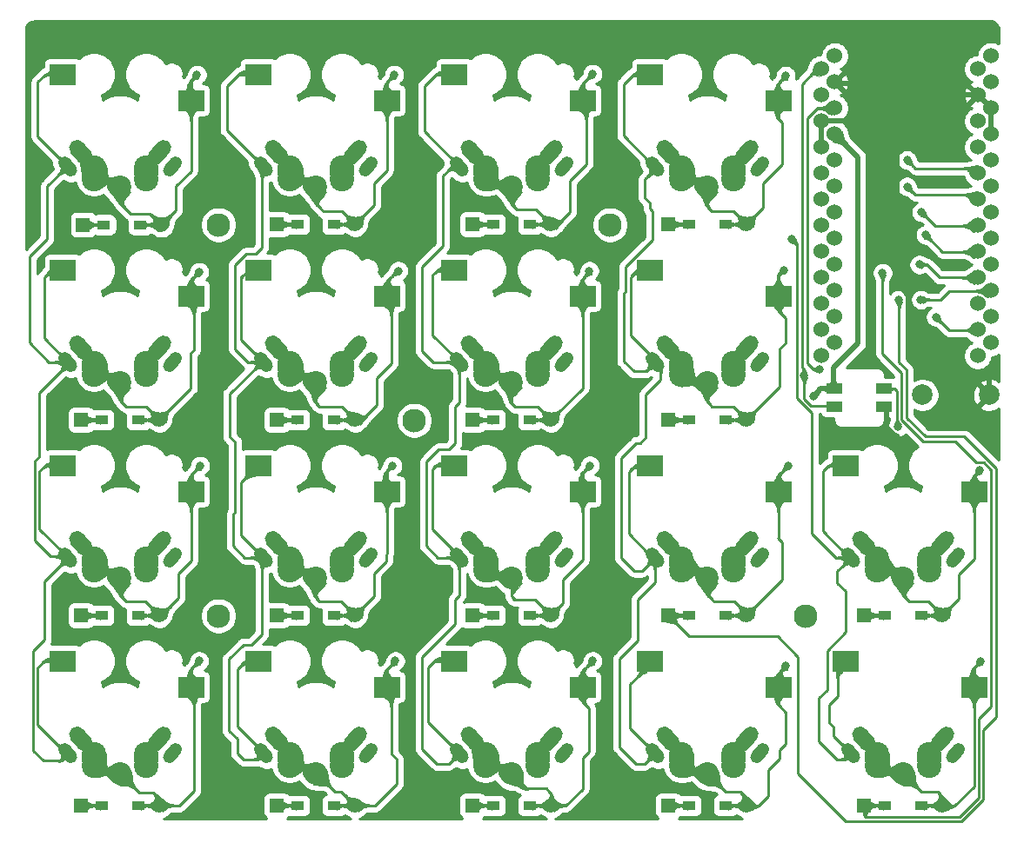
<source format=gtl>
G04 #@! TF.GenerationSoftware,KiCad,Pcbnew,(5.1.10)-1*
G04 #@! TF.CreationDate,2021-08-15T11:08:44+09:00*
G04 #@! TF.ProjectId,cc_proto,63635f70-726f-4746-9f2e-6b696361645f,3*
G04 #@! TF.SameCoordinates,Original*
G04 #@! TF.FileFunction,Copper,L1,Top*
G04 #@! TF.FilePolarity,Positive*
%FSLAX46Y46*%
G04 Gerber Fmt 4.6, Leading zero omitted, Abs format (unit mm)*
G04 Created by KiCad (PCBNEW (5.1.10)-1) date 2021-08-15 11:08:44*
%MOMM*%
%LPD*%
G01*
G04 APERTURE LIST*
G04 #@! TA.AperFunction,ComponentPad*
%ADD10C,2.200000*%
G04 #@! TD*
G04 #@! TA.AperFunction,ComponentPad*
%ADD11C,2.400000*%
G04 #@! TD*
G04 #@! TA.AperFunction,SMDPad,CuDef*
%ADD12R,2.500000X2.000000*%
G04 #@! TD*
G04 #@! TA.AperFunction,ComponentPad*
%ADD13C,1.524000*%
G04 #@! TD*
G04 #@! TA.AperFunction,SMDPad,CuDef*
%ADD14R,1.600000X1.000000*%
G04 #@! TD*
G04 #@! TA.AperFunction,SMDPad,CuDef*
%ADD15R,1.300000X0.950000*%
G04 #@! TD*
G04 #@! TA.AperFunction,ComponentPad*
%ADD16C,1.397000*%
G04 #@! TD*
G04 #@! TA.AperFunction,ComponentPad*
%ADD17R,1.397000X1.397000*%
G04 #@! TD*
G04 #@! TA.AperFunction,ComponentPad*
%ADD18C,2.300000*%
G04 #@! TD*
G04 #@! TA.AperFunction,ComponentPad*
%ADD19C,2.000000*%
G04 #@! TD*
G04 #@! TA.AperFunction,ViaPad*
%ADD20C,0.800000*%
G04 #@! TD*
G04 #@! TA.AperFunction,Conductor*
%ADD21C,0.250000*%
G04 #@! TD*
G04 #@! TA.AperFunction,Conductor*
%ADD22C,0.500000*%
G04 #@! TD*
G04 #@! TA.AperFunction,Conductor*
%ADD23C,0.254000*%
G04 #@! TD*
G04 #@! TA.AperFunction,Conductor*
%ADD24C,0.100000*%
G04 #@! TD*
G04 #@! TA.AperFunction,Conductor*
%ADD25C,0.025400*%
G04 #@! TD*
G04 APERTURE END LIST*
D10*
X181700500Y-133950600D03*
D11*
X179160500Y-132050600D03*
X179160500Y-132550600D03*
X184240500Y-132550600D03*
X184240500Y-133130600D03*
G04 #@! TA.AperFunction,ComponentPad*
G36*
G01*
X187507566Y-131107951D02*
X187507566Y-131107951D01*
G75*
G02*
X187584602Y-131988471I-401742J-478778D01*
G01*
X186973954Y-132716213D01*
G75*
G02*
X186093434Y-132793249I-478778J401742D01*
G01*
X186093434Y-132793249D01*
G75*
G02*
X186016398Y-131912729I401742J478778D01*
G01*
X186627046Y-131184987D01*
G75*
G02*
X187507566Y-131107951I478778J-401742D01*
G01*
G37*
G04 #@! TD.AperFunction*
G04 #@! TA.AperFunction,ComponentPad*
G36*
G01*
X177307566Y-132793249D02*
X177307566Y-132793249D01*
G75*
G02*
X176427046Y-132716213I-401742J478778D01*
G01*
X175816398Y-131988471D01*
G75*
G02*
X175893434Y-131107951I478778J401742D01*
G01*
X175893434Y-131107951D01*
G75*
G02*
X176773954Y-131184987I401742J-478778D01*
G01*
X177384602Y-131912729D01*
G75*
G02*
X177307566Y-132793249I-478778J-401742D01*
G01*
G37*
G04 #@! TD.AperFunction*
G04 #@! TA.AperFunction,ComponentPad*
G36*
G01*
X186410402Y-129518138D02*
X186410402Y-129518138D01*
G75*
G02*
X186505926Y-130609982I-498160J-593684D01*
G01*
X185702442Y-131567538D01*
G75*
G02*
X184610598Y-131663062I-593684J498160D01*
G01*
X184610598Y-131663062D01*
G75*
G02*
X184515074Y-130571218I498160J593684D01*
G01*
X185318558Y-129613662D01*
G75*
G02*
X186410402Y-129518138I593684J-498160D01*
G01*
G37*
G04 #@! TD.AperFunction*
X184240500Y-132050600D03*
G04 #@! TA.AperFunction,ComponentPad*
G36*
G01*
X178790402Y-131663062D02*
X178790402Y-131663062D01*
G75*
G02*
X177698558Y-131567538I-498160J593684D01*
G01*
X176895074Y-130609982D01*
G75*
G02*
X176990598Y-129518138I593684J498160D01*
G01*
X176990598Y-129518138D01*
G75*
G02*
X178082442Y-129613662I498160J-593684D01*
G01*
X178885926Y-130571218D01*
G75*
G02*
X178790402Y-131663062I-593684J-498160D01*
G01*
G37*
G04 #@! TD.AperFunction*
X179160500Y-133130600D03*
D12*
X176100500Y-122970600D03*
X188600500Y-125510600D03*
D10*
X181700500Y-114900600D03*
D11*
X179160500Y-113000600D03*
X179160500Y-113500600D03*
X184240500Y-113500600D03*
X184240500Y-114080600D03*
G04 #@! TA.AperFunction,ComponentPad*
G36*
G01*
X187507566Y-112057951D02*
X187507566Y-112057951D01*
G75*
G02*
X187584602Y-112938471I-401742J-478778D01*
G01*
X186973954Y-113666213D01*
G75*
G02*
X186093434Y-113743249I-478778J401742D01*
G01*
X186093434Y-113743249D01*
G75*
G02*
X186016398Y-112862729I401742J478778D01*
G01*
X186627046Y-112134987D01*
G75*
G02*
X187507566Y-112057951I478778J-401742D01*
G01*
G37*
G04 #@! TD.AperFunction*
G04 #@! TA.AperFunction,ComponentPad*
G36*
G01*
X177307566Y-113743249D02*
X177307566Y-113743249D01*
G75*
G02*
X176427046Y-113666213I-401742J478778D01*
G01*
X175816398Y-112938471D01*
G75*
G02*
X175893434Y-112057951I478778J401742D01*
G01*
X175893434Y-112057951D01*
G75*
G02*
X176773954Y-112134987I401742J-478778D01*
G01*
X177384602Y-112862729D01*
G75*
G02*
X177307566Y-113743249I-478778J-401742D01*
G01*
G37*
G04 #@! TD.AperFunction*
G04 #@! TA.AperFunction,ComponentPad*
G36*
G01*
X186410402Y-110468138D02*
X186410402Y-110468138D01*
G75*
G02*
X186505926Y-111559982I-498160J-593684D01*
G01*
X185702442Y-112517538D01*
G75*
G02*
X184610598Y-112613062I-593684J498160D01*
G01*
X184610598Y-112613062D01*
G75*
G02*
X184515074Y-111521218I498160J593684D01*
G01*
X185318558Y-110563662D01*
G75*
G02*
X186410402Y-110468138I593684J-498160D01*
G01*
G37*
G04 #@! TD.AperFunction*
X184240500Y-113000600D03*
G04 #@! TA.AperFunction,ComponentPad*
G36*
G01*
X178790402Y-112613062D02*
X178790402Y-112613062D01*
G75*
G02*
X177698558Y-112517538I-498160J593684D01*
G01*
X176895074Y-111559982D01*
G75*
G02*
X176990598Y-110468138I593684J498160D01*
G01*
X176990598Y-110468138D01*
G75*
G02*
X178082442Y-110563662I498160J-593684D01*
G01*
X178885926Y-111521218D01*
G75*
G02*
X178790402Y-112613062I-593684J-498160D01*
G01*
G37*
G04 #@! TD.AperFunction*
X179160500Y-114080600D03*
D12*
X176100500Y-103920600D03*
X188600500Y-106460600D03*
D10*
X162650500Y-133950600D03*
D11*
X160110500Y-132050600D03*
X160110500Y-132550600D03*
X165190500Y-132550600D03*
X165190500Y-133130600D03*
G04 #@! TA.AperFunction,ComponentPad*
G36*
G01*
X168457566Y-131107951D02*
X168457566Y-131107951D01*
G75*
G02*
X168534602Y-131988471I-401742J-478778D01*
G01*
X167923954Y-132716213D01*
G75*
G02*
X167043434Y-132793249I-478778J401742D01*
G01*
X167043434Y-132793249D01*
G75*
G02*
X166966398Y-131912729I401742J478778D01*
G01*
X167577046Y-131184987D01*
G75*
G02*
X168457566Y-131107951I478778J-401742D01*
G01*
G37*
G04 #@! TD.AperFunction*
G04 #@! TA.AperFunction,ComponentPad*
G36*
G01*
X158257566Y-132793249D02*
X158257566Y-132793249D01*
G75*
G02*
X157377046Y-132716213I-401742J478778D01*
G01*
X156766398Y-131988471D01*
G75*
G02*
X156843434Y-131107951I478778J401742D01*
G01*
X156843434Y-131107951D01*
G75*
G02*
X157723954Y-131184987I401742J-478778D01*
G01*
X158334602Y-131912729D01*
G75*
G02*
X158257566Y-132793249I-478778J-401742D01*
G01*
G37*
G04 #@! TD.AperFunction*
G04 #@! TA.AperFunction,ComponentPad*
G36*
G01*
X167360402Y-129518138D02*
X167360402Y-129518138D01*
G75*
G02*
X167455926Y-130609982I-498160J-593684D01*
G01*
X166652442Y-131567538D01*
G75*
G02*
X165560598Y-131663062I-593684J498160D01*
G01*
X165560598Y-131663062D01*
G75*
G02*
X165465074Y-130571218I498160J593684D01*
G01*
X166268558Y-129613662D01*
G75*
G02*
X167360402Y-129518138I593684J-498160D01*
G01*
G37*
G04 #@! TD.AperFunction*
X165190500Y-132050600D03*
G04 #@! TA.AperFunction,ComponentPad*
G36*
G01*
X159740402Y-131663062D02*
X159740402Y-131663062D01*
G75*
G02*
X158648558Y-131567538I-498160J593684D01*
G01*
X157845074Y-130609982D01*
G75*
G02*
X157940598Y-129518138I593684J498160D01*
G01*
X157940598Y-129518138D01*
G75*
G02*
X159032442Y-129613662I498160J-593684D01*
G01*
X159835926Y-130571218D01*
G75*
G02*
X159740402Y-131663062I-593684J-498160D01*
G01*
G37*
G04 #@! TD.AperFunction*
X160110500Y-133130600D03*
D12*
X157050500Y-122970600D03*
X169550500Y-125510600D03*
D10*
X162650500Y-114900600D03*
D11*
X160110500Y-113000600D03*
X160110500Y-113500600D03*
X165190500Y-113500600D03*
X165190500Y-114080600D03*
G04 #@! TA.AperFunction,ComponentPad*
G36*
G01*
X168457566Y-112057951D02*
X168457566Y-112057951D01*
G75*
G02*
X168534602Y-112938471I-401742J-478778D01*
G01*
X167923954Y-113666213D01*
G75*
G02*
X167043434Y-113743249I-478778J401742D01*
G01*
X167043434Y-113743249D01*
G75*
G02*
X166966398Y-112862729I401742J478778D01*
G01*
X167577046Y-112134987D01*
G75*
G02*
X168457566Y-112057951I478778J-401742D01*
G01*
G37*
G04 #@! TD.AperFunction*
G04 #@! TA.AperFunction,ComponentPad*
G36*
G01*
X158257566Y-113743249D02*
X158257566Y-113743249D01*
G75*
G02*
X157377046Y-113666213I-401742J478778D01*
G01*
X156766398Y-112938471D01*
G75*
G02*
X156843434Y-112057951I478778J401742D01*
G01*
X156843434Y-112057951D01*
G75*
G02*
X157723954Y-112134987I401742J-478778D01*
G01*
X158334602Y-112862729D01*
G75*
G02*
X158257566Y-113743249I-478778J-401742D01*
G01*
G37*
G04 #@! TD.AperFunction*
G04 #@! TA.AperFunction,ComponentPad*
G36*
G01*
X167360402Y-110468138D02*
X167360402Y-110468138D01*
G75*
G02*
X167455926Y-111559982I-498160J-593684D01*
G01*
X166652442Y-112517538D01*
G75*
G02*
X165560598Y-112613062I-593684J498160D01*
G01*
X165560598Y-112613062D01*
G75*
G02*
X165465074Y-111521218I498160J593684D01*
G01*
X166268558Y-110563662D01*
G75*
G02*
X167360402Y-110468138I593684J-498160D01*
G01*
G37*
G04 #@! TD.AperFunction*
X165190500Y-113000600D03*
G04 #@! TA.AperFunction,ComponentPad*
G36*
G01*
X159740402Y-112613062D02*
X159740402Y-112613062D01*
G75*
G02*
X158648558Y-112517538I-498160J593684D01*
G01*
X157845074Y-111559982D01*
G75*
G02*
X157940598Y-110468138I593684J498160D01*
G01*
X157940598Y-110468138D01*
G75*
G02*
X159032442Y-110563662I498160J-593684D01*
G01*
X159835926Y-111521218D01*
G75*
G02*
X159740402Y-112613062I-593684J-498160D01*
G01*
G37*
G04 #@! TD.AperFunction*
X160110500Y-114080600D03*
D12*
X157050500Y-103920600D03*
X169550500Y-106460600D03*
D10*
X162650500Y-95850600D03*
D11*
X160110500Y-93950600D03*
X160110500Y-94450600D03*
X165190500Y-94450600D03*
X165190500Y-95030600D03*
G04 #@! TA.AperFunction,ComponentPad*
G36*
G01*
X168457566Y-93007951D02*
X168457566Y-93007951D01*
G75*
G02*
X168534602Y-93888471I-401742J-478778D01*
G01*
X167923954Y-94616213D01*
G75*
G02*
X167043434Y-94693249I-478778J401742D01*
G01*
X167043434Y-94693249D01*
G75*
G02*
X166966398Y-93812729I401742J478778D01*
G01*
X167577046Y-93084987D01*
G75*
G02*
X168457566Y-93007951I478778J-401742D01*
G01*
G37*
G04 #@! TD.AperFunction*
G04 #@! TA.AperFunction,ComponentPad*
G36*
G01*
X158257566Y-94693249D02*
X158257566Y-94693249D01*
G75*
G02*
X157377046Y-94616213I-401742J478778D01*
G01*
X156766398Y-93888471D01*
G75*
G02*
X156843434Y-93007951I478778J401742D01*
G01*
X156843434Y-93007951D01*
G75*
G02*
X157723954Y-93084987I401742J-478778D01*
G01*
X158334602Y-93812729D01*
G75*
G02*
X158257566Y-94693249I-478778J-401742D01*
G01*
G37*
G04 #@! TD.AperFunction*
G04 #@! TA.AperFunction,ComponentPad*
G36*
G01*
X167360402Y-91418138D02*
X167360402Y-91418138D01*
G75*
G02*
X167455926Y-92509982I-498160J-593684D01*
G01*
X166652442Y-93467538D01*
G75*
G02*
X165560598Y-93563062I-593684J498160D01*
G01*
X165560598Y-93563062D01*
G75*
G02*
X165465074Y-92471218I498160J593684D01*
G01*
X166268558Y-91513662D01*
G75*
G02*
X167360402Y-91418138I593684J-498160D01*
G01*
G37*
G04 #@! TD.AperFunction*
X165190500Y-93950600D03*
G04 #@! TA.AperFunction,ComponentPad*
G36*
G01*
X159740402Y-93563062D02*
X159740402Y-93563062D01*
G75*
G02*
X158648558Y-93467538I-498160J593684D01*
G01*
X157845074Y-92509982D01*
G75*
G02*
X157940598Y-91418138I593684J498160D01*
G01*
X157940598Y-91418138D01*
G75*
G02*
X159032442Y-91513662I498160J-593684D01*
G01*
X159835926Y-92471218D01*
G75*
G02*
X159740402Y-93563062I-593684J-498160D01*
G01*
G37*
G04 #@! TD.AperFunction*
X160110500Y-95030600D03*
D12*
X157050500Y-84870600D03*
X169550500Y-87410600D03*
D10*
X162650500Y-76800600D03*
D11*
X160110500Y-74900600D03*
X160110500Y-75400600D03*
X165190500Y-75400600D03*
X165190500Y-75980600D03*
G04 #@! TA.AperFunction,ComponentPad*
G36*
G01*
X168457566Y-73957951D02*
X168457566Y-73957951D01*
G75*
G02*
X168534602Y-74838471I-401742J-478778D01*
G01*
X167923954Y-75566213D01*
G75*
G02*
X167043434Y-75643249I-478778J401742D01*
G01*
X167043434Y-75643249D01*
G75*
G02*
X166966398Y-74762729I401742J478778D01*
G01*
X167577046Y-74034987D01*
G75*
G02*
X168457566Y-73957951I478778J-401742D01*
G01*
G37*
G04 #@! TD.AperFunction*
G04 #@! TA.AperFunction,ComponentPad*
G36*
G01*
X158257566Y-75643249D02*
X158257566Y-75643249D01*
G75*
G02*
X157377046Y-75566213I-401742J478778D01*
G01*
X156766398Y-74838471D01*
G75*
G02*
X156843434Y-73957951I478778J401742D01*
G01*
X156843434Y-73957951D01*
G75*
G02*
X157723954Y-74034987I401742J-478778D01*
G01*
X158334602Y-74762729D01*
G75*
G02*
X158257566Y-75643249I-478778J-401742D01*
G01*
G37*
G04 #@! TD.AperFunction*
G04 #@! TA.AperFunction,ComponentPad*
G36*
G01*
X167360402Y-72368138D02*
X167360402Y-72368138D01*
G75*
G02*
X167455926Y-73459982I-498160J-593684D01*
G01*
X166652442Y-74417538D01*
G75*
G02*
X165560598Y-74513062I-593684J498160D01*
G01*
X165560598Y-74513062D01*
G75*
G02*
X165465074Y-73421218I498160J593684D01*
G01*
X166268558Y-72463662D01*
G75*
G02*
X167360402Y-72368138I593684J-498160D01*
G01*
G37*
G04 #@! TD.AperFunction*
X165190500Y-74900600D03*
G04 #@! TA.AperFunction,ComponentPad*
G36*
G01*
X159740402Y-74513062D02*
X159740402Y-74513062D01*
G75*
G02*
X158648558Y-74417538I-498160J593684D01*
G01*
X157845074Y-73459982D01*
G75*
G02*
X157940598Y-72368138I593684J498160D01*
G01*
X157940598Y-72368138D01*
G75*
G02*
X159032442Y-72463662I498160J-593684D01*
G01*
X159835926Y-73421218D01*
G75*
G02*
X159740402Y-74513062I-593684J-498160D01*
G01*
G37*
G04 #@! TD.AperFunction*
X160110500Y-75980600D03*
D12*
X157050500Y-65820600D03*
X169550500Y-68360600D03*
D10*
X143600500Y-133950600D03*
D11*
X141060500Y-132050600D03*
X141060500Y-132550600D03*
X146140500Y-132550600D03*
X146140500Y-133130600D03*
G04 #@! TA.AperFunction,ComponentPad*
G36*
G01*
X149407566Y-131107951D02*
X149407566Y-131107951D01*
G75*
G02*
X149484602Y-131988471I-401742J-478778D01*
G01*
X148873954Y-132716213D01*
G75*
G02*
X147993434Y-132793249I-478778J401742D01*
G01*
X147993434Y-132793249D01*
G75*
G02*
X147916398Y-131912729I401742J478778D01*
G01*
X148527046Y-131184987D01*
G75*
G02*
X149407566Y-131107951I478778J-401742D01*
G01*
G37*
G04 #@! TD.AperFunction*
G04 #@! TA.AperFunction,ComponentPad*
G36*
G01*
X139207566Y-132793249D02*
X139207566Y-132793249D01*
G75*
G02*
X138327046Y-132716213I-401742J478778D01*
G01*
X137716398Y-131988471D01*
G75*
G02*
X137793434Y-131107951I478778J401742D01*
G01*
X137793434Y-131107951D01*
G75*
G02*
X138673954Y-131184987I401742J-478778D01*
G01*
X139284602Y-131912729D01*
G75*
G02*
X139207566Y-132793249I-478778J-401742D01*
G01*
G37*
G04 #@! TD.AperFunction*
G04 #@! TA.AperFunction,ComponentPad*
G36*
G01*
X148310402Y-129518138D02*
X148310402Y-129518138D01*
G75*
G02*
X148405926Y-130609982I-498160J-593684D01*
G01*
X147602442Y-131567538D01*
G75*
G02*
X146510598Y-131663062I-593684J498160D01*
G01*
X146510598Y-131663062D01*
G75*
G02*
X146415074Y-130571218I498160J593684D01*
G01*
X147218558Y-129613662D01*
G75*
G02*
X148310402Y-129518138I593684J-498160D01*
G01*
G37*
G04 #@! TD.AperFunction*
X146140500Y-132050600D03*
G04 #@! TA.AperFunction,ComponentPad*
G36*
G01*
X140690402Y-131663062D02*
X140690402Y-131663062D01*
G75*
G02*
X139598558Y-131567538I-498160J593684D01*
G01*
X138795074Y-130609982D01*
G75*
G02*
X138890598Y-129518138I593684J498160D01*
G01*
X138890598Y-129518138D01*
G75*
G02*
X139982442Y-129613662I498160J-593684D01*
G01*
X140785926Y-130571218D01*
G75*
G02*
X140690402Y-131663062I-593684J-498160D01*
G01*
G37*
G04 #@! TD.AperFunction*
X141060500Y-133130600D03*
D12*
X138000500Y-122970600D03*
X150500500Y-125510600D03*
D10*
X143600500Y-114900600D03*
D11*
X141060500Y-113000600D03*
X141060500Y-113500600D03*
X146140500Y-113500600D03*
X146140500Y-114080600D03*
G04 #@! TA.AperFunction,ComponentPad*
G36*
G01*
X149407566Y-112057951D02*
X149407566Y-112057951D01*
G75*
G02*
X149484602Y-112938471I-401742J-478778D01*
G01*
X148873954Y-113666213D01*
G75*
G02*
X147993434Y-113743249I-478778J401742D01*
G01*
X147993434Y-113743249D01*
G75*
G02*
X147916398Y-112862729I401742J478778D01*
G01*
X148527046Y-112134987D01*
G75*
G02*
X149407566Y-112057951I478778J-401742D01*
G01*
G37*
G04 #@! TD.AperFunction*
G04 #@! TA.AperFunction,ComponentPad*
G36*
G01*
X139207566Y-113743249D02*
X139207566Y-113743249D01*
G75*
G02*
X138327046Y-113666213I-401742J478778D01*
G01*
X137716398Y-112938471D01*
G75*
G02*
X137793434Y-112057951I478778J401742D01*
G01*
X137793434Y-112057951D01*
G75*
G02*
X138673954Y-112134987I401742J-478778D01*
G01*
X139284602Y-112862729D01*
G75*
G02*
X139207566Y-113743249I-478778J-401742D01*
G01*
G37*
G04 #@! TD.AperFunction*
G04 #@! TA.AperFunction,ComponentPad*
G36*
G01*
X148310402Y-110468138D02*
X148310402Y-110468138D01*
G75*
G02*
X148405926Y-111559982I-498160J-593684D01*
G01*
X147602442Y-112517538D01*
G75*
G02*
X146510598Y-112613062I-593684J498160D01*
G01*
X146510598Y-112613062D01*
G75*
G02*
X146415074Y-111521218I498160J593684D01*
G01*
X147218558Y-110563662D01*
G75*
G02*
X148310402Y-110468138I593684J-498160D01*
G01*
G37*
G04 #@! TD.AperFunction*
X146140500Y-113000600D03*
G04 #@! TA.AperFunction,ComponentPad*
G36*
G01*
X140690402Y-112613062D02*
X140690402Y-112613062D01*
G75*
G02*
X139598558Y-112517538I-498160J593684D01*
G01*
X138795074Y-111559982D01*
G75*
G02*
X138890598Y-110468138I593684J498160D01*
G01*
X138890598Y-110468138D01*
G75*
G02*
X139982442Y-110563662I498160J-593684D01*
G01*
X140785926Y-111521218D01*
G75*
G02*
X140690402Y-112613062I-593684J-498160D01*
G01*
G37*
G04 #@! TD.AperFunction*
X141060500Y-114080600D03*
D12*
X138000500Y-103920600D03*
X150500500Y-106460600D03*
D10*
X143600500Y-95850600D03*
D11*
X141060500Y-93950600D03*
X141060500Y-94450600D03*
X146140500Y-94450600D03*
X146140500Y-95030600D03*
G04 #@! TA.AperFunction,ComponentPad*
G36*
G01*
X149407566Y-93007951D02*
X149407566Y-93007951D01*
G75*
G02*
X149484602Y-93888471I-401742J-478778D01*
G01*
X148873954Y-94616213D01*
G75*
G02*
X147993434Y-94693249I-478778J401742D01*
G01*
X147993434Y-94693249D01*
G75*
G02*
X147916398Y-93812729I401742J478778D01*
G01*
X148527046Y-93084987D01*
G75*
G02*
X149407566Y-93007951I478778J-401742D01*
G01*
G37*
G04 #@! TD.AperFunction*
G04 #@! TA.AperFunction,ComponentPad*
G36*
G01*
X139207566Y-94693249D02*
X139207566Y-94693249D01*
G75*
G02*
X138327046Y-94616213I-401742J478778D01*
G01*
X137716398Y-93888471D01*
G75*
G02*
X137793434Y-93007951I478778J401742D01*
G01*
X137793434Y-93007951D01*
G75*
G02*
X138673954Y-93084987I401742J-478778D01*
G01*
X139284602Y-93812729D01*
G75*
G02*
X139207566Y-94693249I-478778J-401742D01*
G01*
G37*
G04 #@! TD.AperFunction*
G04 #@! TA.AperFunction,ComponentPad*
G36*
G01*
X148310402Y-91418138D02*
X148310402Y-91418138D01*
G75*
G02*
X148405926Y-92509982I-498160J-593684D01*
G01*
X147602442Y-93467538D01*
G75*
G02*
X146510598Y-93563062I-593684J498160D01*
G01*
X146510598Y-93563062D01*
G75*
G02*
X146415074Y-92471218I498160J593684D01*
G01*
X147218558Y-91513662D01*
G75*
G02*
X148310402Y-91418138I593684J-498160D01*
G01*
G37*
G04 #@! TD.AperFunction*
X146140500Y-93950600D03*
G04 #@! TA.AperFunction,ComponentPad*
G36*
G01*
X140690402Y-93563062D02*
X140690402Y-93563062D01*
G75*
G02*
X139598558Y-93467538I-498160J593684D01*
G01*
X138795074Y-92509982D01*
G75*
G02*
X138890598Y-91418138I593684J498160D01*
G01*
X138890598Y-91418138D01*
G75*
G02*
X139982442Y-91513662I498160J-593684D01*
G01*
X140785926Y-92471218D01*
G75*
G02*
X140690402Y-93563062I-593684J-498160D01*
G01*
G37*
G04 #@! TD.AperFunction*
X141060500Y-95030600D03*
D12*
X138000500Y-84870600D03*
X150500500Y-87410600D03*
D10*
X143600500Y-76800600D03*
D11*
X141060500Y-74900600D03*
X141060500Y-75400600D03*
X146140500Y-75400600D03*
X146140500Y-75980600D03*
G04 #@! TA.AperFunction,ComponentPad*
G36*
G01*
X149407566Y-73957951D02*
X149407566Y-73957951D01*
G75*
G02*
X149484602Y-74838471I-401742J-478778D01*
G01*
X148873954Y-75566213D01*
G75*
G02*
X147993434Y-75643249I-478778J401742D01*
G01*
X147993434Y-75643249D01*
G75*
G02*
X147916398Y-74762729I401742J478778D01*
G01*
X148527046Y-74034987D01*
G75*
G02*
X149407566Y-73957951I478778J-401742D01*
G01*
G37*
G04 #@! TD.AperFunction*
G04 #@! TA.AperFunction,ComponentPad*
G36*
G01*
X139207566Y-75643249D02*
X139207566Y-75643249D01*
G75*
G02*
X138327046Y-75566213I-401742J478778D01*
G01*
X137716398Y-74838471D01*
G75*
G02*
X137793434Y-73957951I478778J401742D01*
G01*
X137793434Y-73957951D01*
G75*
G02*
X138673954Y-74034987I401742J-478778D01*
G01*
X139284602Y-74762729D01*
G75*
G02*
X139207566Y-75643249I-478778J-401742D01*
G01*
G37*
G04 #@! TD.AperFunction*
G04 #@! TA.AperFunction,ComponentPad*
G36*
G01*
X148310402Y-72368138D02*
X148310402Y-72368138D01*
G75*
G02*
X148405926Y-73459982I-498160J-593684D01*
G01*
X147602442Y-74417538D01*
G75*
G02*
X146510598Y-74513062I-593684J498160D01*
G01*
X146510598Y-74513062D01*
G75*
G02*
X146415074Y-73421218I498160J593684D01*
G01*
X147218558Y-72463662D01*
G75*
G02*
X148310402Y-72368138I593684J-498160D01*
G01*
G37*
G04 #@! TD.AperFunction*
X146140500Y-74900600D03*
G04 #@! TA.AperFunction,ComponentPad*
G36*
G01*
X140690402Y-74513062D02*
X140690402Y-74513062D01*
G75*
G02*
X139598558Y-74417538I-498160J593684D01*
G01*
X138795074Y-73459982D01*
G75*
G02*
X138890598Y-72368138I593684J498160D01*
G01*
X138890598Y-72368138D01*
G75*
G02*
X139982442Y-72463662I498160J-593684D01*
G01*
X140785926Y-73421218D01*
G75*
G02*
X140690402Y-74513062I-593684J-498160D01*
G01*
G37*
G04 #@! TD.AperFunction*
X141060500Y-75980600D03*
D12*
X138000500Y-65820600D03*
X150500500Y-68360600D03*
D10*
X124550500Y-133950600D03*
D11*
X122010500Y-132050600D03*
X122010500Y-132550600D03*
X127090500Y-132550600D03*
X127090500Y-133130600D03*
G04 #@! TA.AperFunction,ComponentPad*
G36*
G01*
X130357566Y-131107951D02*
X130357566Y-131107951D01*
G75*
G02*
X130434602Y-131988471I-401742J-478778D01*
G01*
X129823954Y-132716213D01*
G75*
G02*
X128943434Y-132793249I-478778J401742D01*
G01*
X128943434Y-132793249D01*
G75*
G02*
X128866398Y-131912729I401742J478778D01*
G01*
X129477046Y-131184987D01*
G75*
G02*
X130357566Y-131107951I478778J-401742D01*
G01*
G37*
G04 #@! TD.AperFunction*
G04 #@! TA.AperFunction,ComponentPad*
G36*
G01*
X120157566Y-132793249D02*
X120157566Y-132793249D01*
G75*
G02*
X119277046Y-132716213I-401742J478778D01*
G01*
X118666398Y-131988471D01*
G75*
G02*
X118743434Y-131107951I478778J401742D01*
G01*
X118743434Y-131107951D01*
G75*
G02*
X119623954Y-131184987I401742J-478778D01*
G01*
X120234602Y-131912729D01*
G75*
G02*
X120157566Y-132793249I-478778J-401742D01*
G01*
G37*
G04 #@! TD.AperFunction*
G04 #@! TA.AperFunction,ComponentPad*
G36*
G01*
X129260402Y-129518138D02*
X129260402Y-129518138D01*
G75*
G02*
X129355926Y-130609982I-498160J-593684D01*
G01*
X128552442Y-131567538D01*
G75*
G02*
X127460598Y-131663062I-593684J498160D01*
G01*
X127460598Y-131663062D01*
G75*
G02*
X127365074Y-130571218I498160J593684D01*
G01*
X128168558Y-129613662D01*
G75*
G02*
X129260402Y-129518138I593684J-498160D01*
G01*
G37*
G04 #@! TD.AperFunction*
X127090500Y-132050600D03*
G04 #@! TA.AperFunction,ComponentPad*
G36*
G01*
X121640402Y-131663062D02*
X121640402Y-131663062D01*
G75*
G02*
X120548558Y-131567538I-498160J593684D01*
G01*
X119745074Y-130609982D01*
G75*
G02*
X119840598Y-129518138I593684J498160D01*
G01*
X119840598Y-129518138D01*
G75*
G02*
X120932442Y-129613662I498160J-593684D01*
G01*
X121735926Y-130571218D01*
G75*
G02*
X121640402Y-131663062I-593684J-498160D01*
G01*
G37*
G04 #@! TD.AperFunction*
X122010500Y-133130600D03*
D12*
X118950500Y-122970600D03*
X131450500Y-125510600D03*
D10*
X124550500Y-114900600D03*
D11*
X122010500Y-113000600D03*
X122010500Y-113500600D03*
X127090500Y-113500600D03*
X127090500Y-114080600D03*
G04 #@! TA.AperFunction,ComponentPad*
G36*
G01*
X130357566Y-112057951D02*
X130357566Y-112057951D01*
G75*
G02*
X130434602Y-112938471I-401742J-478778D01*
G01*
X129823954Y-113666213D01*
G75*
G02*
X128943434Y-113743249I-478778J401742D01*
G01*
X128943434Y-113743249D01*
G75*
G02*
X128866398Y-112862729I401742J478778D01*
G01*
X129477046Y-112134987D01*
G75*
G02*
X130357566Y-112057951I478778J-401742D01*
G01*
G37*
G04 #@! TD.AperFunction*
G04 #@! TA.AperFunction,ComponentPad*
G36*
G01*
X120157566Y-113743249D02*
X120157566Y-113743249D01*
G75*
G02*
X119277046Y-113666213I-401742J478778D01*
G01*
X118666398Y-112938471D01*
G75*
G02*
X118743434Y-112057951I478778J401742D01*
G01*
X118743434Y-112057951D01*
G75*
G02*
X119623954Y-112134987I401742J-478778D01*
G01*
X120234602Y-112862729D01*
G75*
G02*
X120157566Y-113743249I-478778J-401742D01*
G01*
G37*
G04 #@! TD.AperFunction*
G04 #@! TA.AperFunction,ComponentPad*
G36*
G01*
X129260402Y-110468138D02*
X129260402Y-110468138D01*
G75*
G02*
X129355926Y-111559982I-498160J-593684D01*
G01*
X128552442Y-112517538D01*
G75*
G02*
X127460598Y-112613062I-593684J498160D01*
G01*
X127460598Y-112613062D01*
G75*
G02*
X127365074Y-111521218I498160J593684D01*
G01*
X128168558Y-110563662D01*
G75*
G02*
X129260402Y-110468138I593684J-498160D01*
G01*
G37*
G04 #@! TD.AperFunction*
X127090500Y-113000600D03*
G04 #@! TA.AperFunction,ComponentPad*
G36*
G01*
X121640402Y-112613062D02*
X121640402Y-112613062D01*
G75*
G02*
X120548558Y-112517538I-498160J593684D01*
G01*
X119745074Y-111559982D01*
G75*
G02*
X119840598Y-110468138I593684J498160D01*
G01*
X119840598Y-110468138D01*
G75*
G02*
X120932442Y-110563662I498160J-593684D01*
G01*
X121735926Y-111521218D01*
G75*
G02*
X121640402Y-112613062I-593684J-498160D01*
G01*
G37*
G04 #@! TD.AperFunction*
X122010500Y-114080600D03*
D12*
X118950500Y-103920600D03*
X131450500Y-106460600D03*
D10*
X124550500Y-95850600D03*
D11*
X122010500Y-93950600D03*
X122010500Y-94450600D03*
X127090500Y-94450600D03*
X127090500Y-95030600D03*
G04 #@! TA.AperFunction,ComponentPad*
G36*
G01*
X130357566Y-93007951D02*
X130357566Y-93007951D01*
G75*
G02*
X130434602Y-93888471I-401742J-478778D01*
G01*
X129823954Y-94616213D01*
G75*
G02*
X128943434Y-94693249I-478778J401742D01*
G01*
X128943434Y-94693249D01*
G75*
G02*
X128866398Y-93812729I401742J478778D01*
G01*
X129477046Y-93084987D01*
G75*
G02*
X130357566Y-93007951I478778J-401742D01*
G01*
G37*
G04 #@! TD.AperFunction*
G04 #@! TA.AperFunction,ComponentPad*
G36*
G01*
X120157566Y-94693249D02*
X120157566Y-94693249D01*
G75*
G02*
X119277046Y-94616213I-401742J478778D01*
G01*
X118666398Y-93888471D01*
G75*
G02*
X118743434Y-93007951I478778J401742D01*
G01*
X118743434Y-93007951D01*
G75*
G02*
X119623954Y-93084987I401742J-478778D01*
G01*
X120234602Y-93812729D01*
G75*
G02*
X120157566Y-94693249I-478778J-401742D01*
G01*
G37*
G04 #@! TD.AperFunction*
G04 #@! TA.AperFunction,ComponentPad*
G36*
G01*
X129260402Y-91418138D02*
X129260402Y-91418138D01*
G75*
G02*
X129355926Y-92509982I-498160J-593684D01*
G01*
X128552442Y-93467538D01*
G75*
G02*
X127460598Y-93563062I-593684J498160D01*
G01*
X127460598Y-93563062D01*
G75*
G02*
X127365074Y-92471218I498160J593684D01*
G01*
X128168558Y-91513662D01*
G75*
G02*
X129260402Y-91418138I593684J-498160D01*
G01*
G37*
G04 #@! TD.AperFunction*
X127090500Y-93950600D03*
G04 #@! TA.AperFunction,ComponentPad*
G36*
G01*
X121640402Y-93563062D02*
X121640402Y-93563062D01*
G75*
G02*
X120548558Y-93467538I-498160J593684D01*
G01*
X119745074Y-92509982D01*
G75*
G02*
X119840598Y-91418138I593684J498160D01*
G01*
X119840598Y-91418138D01*
G75*
G02*
X120932442Y-91513662I498160J-593684D01*
G01*
X121735926Y-92471218D01*
G75*
G02*
X121640402Y-93563062I-593684J-498160D01*
G01*
G37*
G04 #@! TD.AperFunction*
X122010500Y-95030600D03*
D12*
X118950500Y-84870600D03*
X131450500Y-87410600D03*
D10*
X124550500Y-76800600D03*
D11*
X122010500Y-74900600D03*
X122010500Y-75400600D03*
X127090500Y-75400600D03*
X127090500Y-75980600D03*
G04 #@! TA.AperFunction,ComponentPad*
G36*
G01*
X130357566Y-73957951D02*
X130357566Y-73957951D01*
G75*
G02*
X130434602Y-74838471I-401742J-478778D01*
G01*
X129823954Y-75566213D01*
G75*
G02*
X128943434Y-75643249I-478778J401742D01*
G01*
X128943434Y-75643249D01*
G75*
G02*
X128866398Y-74762729I401742J478778D01*
G01*
X129477046Y-74034987D01*
G75*
G02*
X130357566Y-73957951I478778J-401742D01*
G01*
G37*
G04 #@! TD.AperFunction*
G04 #@! TA.AperFunction,ComponentPad*
G36*
G01*
X120157566Y-75643249D02*
X120157566Y-75643249D01*
G75*
G02*
X119277046Y-75566213I-401742J478778D01*
G01*
X118666398Y-74838471D01*
G75*
G02*
X118743434Y-73957951I478778J401742D01*
G01*
X118743434Y-73957951D01*
G75*
G02*
X119623954Y-74034987I401742J-478778D01*
G01*
X120234602Y-74762729D01*
G75*
G02*
X120157566Y-75643249I-478778J-401742D01*
G01*
G37*
G04 #@! TD.AperFunction*
G04 #@! TA.AperFunction,ComponentPad*
G36*
G01*
X129260402Y-72368138D02*
X129260402Y-72368138D01*
G75*
G02*
X129355926Y-73459982I-498160J-593684D01*
G01*
X128552442Y-74417538D01*
G75*
G02*
X127460598Y-74513062I-593684J498160D01*
G01*
X127460598Y-74513062D01*
G75*
G02*
X127365074Y-73421218I498160J593684D01*
G01*
X128168558Y-72463662D01*
G75*
G02*
X129260402Y-72368138I593684J-498160D01*
G01*
G37*
G04 #@! TD.AperFunction*
X127090500Y-74900600D03*
G04 #@! TA.AperFunction,ComponentPad*
G36*
G01*
X121640402Y-74513062D02*
X121640402Y-74513062D01*
G75*
G02*
X120548558Y-74417538I-498160J593684D01*
G01*
X119745074Y-73459982D01*
G75*
G02*
X119840598Y-72368138I593684J498160D01*
G01*
X119840598Y-72368138D01*
G75*
G02*
X120932442Y-72463662I498160J-593684D01*
G01*
X121735926Y-73421218D01*
G75*
G02*
X121640402Y-74513062I-593684J-498160D01*
G01*
G37*
G04 #@! TD.AperFunction*
X122010500Y-75980600D03*
D12*
X118950500Y-65820600D03*
X131450500Y-68360600D03*
D10*
X105500500Y-133950600D03*
D11*
X102960500Y-132050600D03*
X102960500Y-132550600D03*
X108040500Y-132550600D03*
X108040500Y-133130600D03*
G04 #@! TA.AperFunction,ComponentPad*
G36*
G01*
X111307566Y-131107951D02*
X111307566Y-131107951D01*
G75*
G02*
X111384602Y-131988471I-401742J-478778D01*
G01*
X110773954Y-132716213D01*
G75*
G02*
X109893434Y-132793249I-478778J401742D01*
G01*
X109893434Y-132793249D01*
G75*
G02*
X109816398Y-131912729I401742J478778D01*
G01*
X110427046Y-131184987D01*
G75*
G02*
X111307566Y-131107951I478778J-401742D01*
G01*
G37*
G04 #@! TD.AperFunction*
G04 #@! TA.AperFunction,ComponentPad*
G36*
G01*
X101107566Y-132793249D02*
X101107566Y-132793249D01*
G75*
G02*
X100227046Y-132716213I-401742J478778D01*
G01*
X99616398Y-131988471D01*
G75*
G02*
X99693434Y-131107951I478778J401742D01*
G01*
X99693434Y-131107951D01*
G75*
G02*
X100573954Y-131184987I401742J-478778D01*
G01*
X101184602Y-131912729D01*
G75*
G02*
X101107566Y-132793249I-478778J-401742D01*
G01*
G37*
G04 #@! TD.AperFunction*
G04 #@! TA.AperFunction,ComponentPad*
G36*
G01*
X110210402Y-129518138D02*
X110210402Y-129518138D01*
G75*
G02*
X110305926Y-130609982I-498160J-593684D01*
G01*
X109502442Y-131567538D01*
G75*
G02*
X108410598Y-131663062I-593684J498160D01*
G01*
X108410598Y-131663062D01*
G75*
G02*
X108315074Y-130571218I498160J593684D01*
G01*
X109118558Y-129613662D01*
G75*
G02*
X110210402Y-129518138I593684J-498160D01*
G01*
G37*
G04 #@! TD.AperFunction*
X108040500Y-132050600D03*
G04 #@! TA.AperFunction,ComponentPad*
G36*
G01*
X102590402Y-131663062D02*
X102590402Y-131663062D01*
G75*
G02*
X101498558Y-131567538I-498160J593684D01*
G01*
X100695074Y-130609982D01*
G75*
G02*
X100790598Y-129518138I593684J498160D01*
G01*
X100790598Y-129518138D01*
G75*
G02*
X101882442Y-129613662I498160J-593684D01*
G01*
X102685926Y-130571218D01*
G75*
G02*
X102590402Y-131663062I-593684J-498160D01*
G01*
G37*
G04 #@! TD.AperFunction*
X102960500Y-133130600D03*
D12*
X99900500Y-122970600D03*
X112400500Y-125510600D03*
D10*
X105500500Y-114900600D03*
D11*
X102960500Y-113000600D03*
X102960500Y-113500600D03*
X108040500Y-113500600D03*
X108040500Y-114080600D03*
G04 #@! TA.AperFunction,ComponentPad*
G36*
G01*
X111307566Y-112057951D02*
X111307566Y-112057951D01*
G75*
G02*
X111384602Y-112938471I-401742J-478778D01*
G01*
X110773954Y-113666213D01*
G75*
G02*
X109893434Y-113743249I-478778J401742D01*
G01*
X109893434Y-113743249D01*
G75*
G02*
X109816398Y-112862729I401742J478778D01*
G01*
X110427046Y-112134987D01*
G75*
G02*
X111307566Y-112057951I478778J-401742D01*
G01*
G37*
G04 #@! TD.AperFunction*
G04 #@! TA.AperFunction,ComponentPad*
G36*
G01*
X101107566Y-113743249D02*
X101107566Y-113743249D01*
G75*
G02*
X100227046Y-113666213I-401742J478778D01*
G01*
X99616398Y-112938471D01*
G75*
G02*
X99693434Y-112057951I478778J401742D01*
G01*
X99693434Y-112057951D01*
G75*
G02*
X100573954Y-112134987I401742J-478778D01*
G01*
X101184602Y-112862729D01*
G75*
G02*
X101107566Y-113743249I-478778J-401742D01*
G01*
G37*
G04 #@! TD.AperFunction*
G04 #@! TA.AperFunction,ComponentPad*
G36*
G01*
X110210402Y-110468138D02*
X110210402Y-110468138D01*
G75*
G02*
X110305926Y-111559982I-498160J-593684D01*
G01*
X109502442Y-112517538D01*
G75*
G02*
X108410598Y-112613062I-593684J498160D01*
G01*
X108410598Y-112613062D01*
G75*
G02*
X108315074Y-111521218I498160J593684D01*
G01*
X109118558Y-110563662D01*
G75*
G02*
X110210402Y-110468138I593684J-498160D01*
G01*
G37*
G04 #@! TD.AperFunction*
X108040500Y-113000600D03*
G04 #@! TA.AperFunction,ComponentPad*
G36*
G01*
X102590402Y-112613062D02*
X102590402Y-112613062D01*
G75*
G02*
X101498558Y-112517538I-498160J593684D01*
G01*
X100695074Y-111559982D01*
G75*
G02*
X100790598Y-110468138I593684J498160D01*
G01*
X100790598Y-110468138D01*
G75*
G02*
X101882442Y-110563662I498160J-593684D01*
G01*
X102685926Y-111521218D01*
G75*
G02*
X102590402Y-112613062I-593684J-498160D01*
G01*
G37*
G04 #@! TD.AperFunction*
X102960500Y-114080600D03*
D12*
X99900500Y-103920600D03*
X112400500Y-106460600D03*
D10*
X105500500Y-95850600D03*
D11*
X102960500Y-93950600D03*
X102960500Y-94450600D03*
X108040500Y-94450600D03*
X108040500Y-95030600D03*
G04 #@! TA.AperFunction,ComponentPad*
G36*
G01*
X111307566Y-93007951D02*
X111307566Y-93007951D01*
G75*
G02*
X111384602Y-93888471I-401742J-478778D01*
G01*
X110773954Y-94616213D01*
G75*
G02*
X109893434Y-94693249I-478778J401742D01*
G01*
X109893434Y-94693249D01*
G75*
G02*
X109816398Y-93812729I401742J478778D01*
G01*
X110427046Y-93084987D01*
G75*
G02*
X111307566Y-93007951I478778J-401742D01*
G01*
G37*
G04 #@! TD.AperFunction*
G04 #@! TA.AperFunction,ComponentPad*
G36*
G01*
X101107566Y-94693249D02*
X101107566Y-94693249D01*
G75*
G02*
X100227046Y-94616213I-401742J478778D01*
G01*
X99616398Y-93888471D01*
G75*
G02*
X99693434Y-93007951I478778J401742D01*
G01*
X99693434Y-93007951D01*
G75*
G02*
X100573954Y-93084987I401742J-478778D01*
G01*
X101184602Y-93812729D01*
G75*
G02*
X101107566Y-94693249I-478778J-401742D01*
G01*
G37*
G04 #@! TD.AperFunction*
G04 #@! TA.AperFunction,ComponentPad*
G36*
G01*
X110210402Y-91418138D02*
X110210402Y-91418138D01*
G75*
G02*
X110305926Y-92509982I-498160J-593684D01*
G01*
X109502442Y-93467538D01*
G75*
G02*
X108410598Y-93563062I-593684J498160D01*
G01*
X108410598Y-93563062D01*
G75*
G02*
X108315074Y-92471218I498160J593684D01*
G01*
X109118558Y-91513662D01*
G75*
G02*
X110210402Y-91418138I593684J-498160D01*
G01*
G37*
G04 #@! TD.AperFunction*
X108040500Y-93950600D03*
G04 #@! TA.AperFunction,ComponentPad*
G36*
G01*
X102590402Y-93563062D02*
X102590402Y-93563062D01*
G75*
G02*
X101498558Y-93467538I-498160J593684D01*
G01*
X100695074Y-92509982D01*
G75*
G02*
X100790598Y-91418138I593684J498160D01*
G01*
X100790598Y-91418138D01*
G75*
G02*
X101882442Y-91513662I498160J-593684D01*
G01*
X102685926Y-92471218D01*
G75*
G02*
X102590402Y-93563062I-593684J-498160D01*
G01*
G37*
G04 #@! TD.AperFunction*
X102960500Y-95030600D03*
D12*
X99900500Y-84870600D03*
X112400500Y-87410600D03*
D10*
X105500500Y-76800600D03*
D11*
X102960500Y-74900600D03*
X102960500Y-75400600D03*
X108040500Y-75400600D03*
X108040500Y-75980600D03*
G04 #@! TA.AperFunction,ComponentPad*
G36*
G01*
X111307566Y-73957951D02*
X111307566Y-73957951D01*
G75*
G02*
X111384602Y-74838471I-401742J-478778D01*
G01*
X110773954Y-75566213D01*
G75*
G02*
X109893434Y-75643249I-478778J401742D01*
G01*
X109893434Y-75643249D01*
G75*
G02*
X109816398Y-74762729I401742J478778D01*
G01*
X110427046Y-74034987D01*
G75*
G02*
X111307566Y-73957951I478778J-401742D01*
G01*
G37*
G04 #@! TD.AperFunction*
G04 #@! TA.AperFunction,ComponentPad*
G36*
G01*
X101107566Y-75643249D02*
X101107566Y-75643249D01*
G75*
G02*
X100227046Y-75566213I-401742J478778D01*
G01*
X99616398Y-74838471D01*
G75*
G02*
X99693434Y-73957951I478778J401742D01*
G01*
X99693434Y-73957951D01*
G75*
G02*
X100573954Y-74034987I401742J-478778D01*
G01*
X101184602Y-74762729D01*
G75*
G02*
X101107566Y-75643249I-478778J-401742D01*
G01*
G37*
G04 #@! TD.AperFunction*
G04 #@! TA.AperFunction,ComponentPad*
G36*
G01*
X110210402Y-72368138D02*
X110210402Y-72368138D01*
G75*
G02*
X110305926Y-73459982I-498160J-593684D01*
G01*
X109502442Y-74417538D01*
G75*
G02*
X108410598Y-74513062I-593684J498160D01*
G01*
X108410598Y-74513062D01*
G75*
G02*
X108315074Y-73421218I498160J593684D01*
G01*
X109118558Y-72463662D01*
G75*
G02*
X110210402Y-72368138I593684J-498160D01*
G01*
G37*
G04 #@! TD.AperFunction*
X108040500Y-74900600D03*
G04 #@! TA.AperFunction,ComponentPad*
G36*
G01*
X102590402Y-74513062D02*
X102590402Y-74513062D01*
G75*
G02*
X101498558Y-74417538I-498160J593684D01*
G01*
X100695074Y-73459982D01*
G75*
G02*
X100790598Y-72368138I593684J498160D01*
G01*
X100790598Y-72368138D01*
G75*
G02*
X101882442Y-72463662I498160J-593684D01*
G01*
X102685926Y-73421218D01*
G75*
G02*
X102590402Y-74513062I-593684J-498160D01*
G01*
G37*
G04 #@! TD.AperFunction*
X102960500Y-75980600D03*
D12*
X99900500Y-65820600D03*
X112400500Y-68360600D03*
D13*
X188950500Y-65292600D03*
X188950500Y-67832600D03*
X188950500Y-70372600D03*
X188950500Y-72912600D03*
X188950500Y-75452600D03*
X188950500Y-77992600D03*
X188950500Y-80532600D03*
X188950500Y-83072600D03*
X188950500Y-85612600D03*
X188950500Y-88152600D03*
X188950500Y-90692600D03*
X188950500Y-93232600D03*
X173710500Y-93232600D03*
X173710500Y-90692600D03*
X173710500Y-88152600D03*
X173710500Y-85612600D03*
X173710500Y-83072600D03*
X173710500Y-80532600D03*
X173710500Y-77992600D03*
X173710500Y-75452600D03*
X173710500Y-72912600D03*
X173710500Y-70372600D03*
X173710500Y-67832600D03*
X173710500Y-65292600D03*
X190256900Y-64022600D03*
X190256900Y-66562600D03*
X190256900Y-69102600D03*
X190256900Y-71642600D03*
X190256900Y-74182600D03*
X190256900Y-76722600D03*
X190256900Y-79262600D03*
X190256900Y-81802600D03*
X190256900Y-84342600D03*
X190256900Y-86882600D03*
X190256900Y-89422600D03*
X190256900Y-91962600D03*
X175036900Y-91962600D03*
X175036900Y-89422600D03*
X175036900Y-86882600D03*
X175036900Y-84342600D03*
X175036900Y-81802600D03*
X175036900Y-79262600D03*
X175036900Y-76722600D03*
X175036900Y-74182600D03*
X175036900Y-71642600D03*
X175036900Y-69102600D03*
X175036900Y-66562600D03*
X175036900Y-64022600D03*
D14*
X179820500Y-98188600D03*
X179820500Y-96438600D03*
X175020500Y-98188600D03*
X175020500Y-96438600D03*
D15*
X183475500Y-137050600D03*
D16*
X185510500Y-137050600D03*
D17*
X177890500Y-137050600D03*
D15*
X179925500Y-137050600D03*
X183475500Y-118525600D03*
D16*
X185510500Y-118525600D03*
D17*
X177890500Y-118525600D03*
D15*
X179925500Y-118525600D03*
X164425500Y-137050600D03*
D16*
X166460500Y-137050600D03*
D17*
X158840500Y-137050600D03*
D15*
X160875500Y-137050600D03*
X164425500Y-118525600D03*
D16*
X166460500Y-118525600D03*
D17*
X158840500Y-118525600D03*
D15*
X160875500Y-118525600D03*
X164425500Y-99475600D03*
D16*
X166460500Y-99475600D03*
D17*
X158840500Y-99475600D03*
D15*
X160875500Y-99475600D03*
X164425500Y-80425600D03*
D16*
X166460500Y-80425600D03*
D17*
X158840500Y-80425600D03*
D15*
X160875500Y-80425600D03*
X145375500Y-137050600D03*
D16*
X147410500Y-137050600D03*
D17*
X139790500Y-137050600D03*
D15*
X141825500Y-137050600D03*
X145375500Y-118525600D03*
D16*
X147410500Y-118525600D03*
D17*
X139790500Y-118525600D03*
D15*
X141825500Y-118525600D03*
X145375500Y-99475600D03*
D16*
X147410500Y-99475600D03*
D17*
X139790500Y-99475600D03*
D15*
X141825500Y-99475600D03*
X145375500Y-80425600D03*
D16*
X147410500Y-80425600D03*
D17*
X139790500Y-80425600D03*
D15*
X141825500Y-80425600D03*
X126325500Y-137050600D03*
D16*
X128360500Y-137050600D03*
D17*
X120740500Y-137050600D03*
D15*
X122775500Y-137050600D03*
X126325500Y-118525600D03*
D16*
X128360500Y-118525600D03*
D17*
X120740500Y-118525600D03*
D15*
X122775500Y-118525600D03*
X126325500Y-99475600D03*
D16*
X128360500Y-99475600D03*
D17*
X120740500Y-99475600D03*
D15*
X122775500Y-99475600D03*
X126325500Y-80425600D03*
D16*
X128360500Y-80425600D03*
D17*
X120740500Y-80425600D03*
D15*
X122775500Y-80425600D03*
X107275500Y-137050600D03*
D16*
X109310500Y-137050600D03*
D17*
X101690500Y-137050600D03*
D15*
X103725500Y-137050600D03*
X107275500Y-118525600D03*
D16*
X109310500Y-118525600D03*
D17*
X101690500Y-118525600D03*
D15*
X103725500Y-118525600D03*
X107275500Y-99475600D03*
D16*
X109310500Y-99475600D03*
D17*
X101690500Y-99475600D03*
D15*
X103725500Y-99475600D03*
X107466000Y-80475600D03*
D16*
X109501000Y-80475600D03*
D17*
X101881000Y-80475600D03*
D15*
X103916000Y-80475600D03*
D18*
X134124500Y-99524600D03*
X172224500Y-118574600D03*
X115074500Y-118574600D03*
X153174500Y-80474600D03*
X115074500Y-80474600D03*
D19*
X190086500Y-97059600D03*
X183586500Y-97059600D03*
D20*
X112978500Y-65860600D03*
X113178500Y-85060600D03*
X113278500Y-103960600D03*
X181290500Y-87775600D03*
X183419896Y-87775596D03*
X113178500Y-122960600D03*
X179690500Y-85162600D03*
X132178500Y-65860600D03*
X132578500Y-84960600D03*
X131996142Y-103942958D03*
X132278500Y-122960600D03*
X151478500Y-65760600D03*
X151166209Y-84960600D03*
X151218500Y-103920600D03*
X151478500Y-122960600D03*
X170278500Y-65960600D03*
X170066847Y-84872253D03*
X170518500Y-103920600D03*
X170278500Y-123460600D03*
X189178500Y-104360600D03*
X189268500Y-122970600D03*
X180978500Y-101160600D03*
X172934263Y-97163600D03*
X172067510Y-95144243D03*
X173563510Y-94586652D03*
X184878500Y-89460600D03*
X183278500Y-84360600D03*
X183877847Y-81462947D03*
X170878500Y-81860600D03*
X181181338Y-100161341D03*
X182078500Y-74160600D03*
X182078500Y-76760600D03*
X183478500Y-79260600D03*
D21*
X107466000Y-80475600D02*
X109501000Y-80475600D01*
X101690500Y-74130600D02*
X102960500Y-75400600D01*
X101690500Y-73440600D02*
X101690500Y-74130600D01*
X104860500Y-76800600D02*
X105500500Y-76800600D01*
X102960500Y-74900600D02*
X104860500Y-76800600D01*
X108401000Y-79375600D02*
X109501000Y-80475600D01*
X106490500Y-79375600D02*
X108401000Y-79375600D01*
X105500500Y-78385600D02*
X106490500Y-79375600D01*
X105500500Y-76800600D02*
X105500500Y-78385600D01*
X112400500Y-68360600D02*
X113178500Y-68360600D01*
X112400500Y-66438600D02*
X112978500Y-65860600D01*
X112400500Y-68360600D02*
X112400500Y-66438600D01*
X110890500Y-76735600D02*
X110890500Y-79086100D01*
X112400500Y-75225600D02*
X110890500Y-76735600D01*
X110890500Y-79086100D02*
X109501000Y-80475600D01*
X112400500Y-68360600D02*
X112400500Y-75225600D01*
X101881000Y-80475600D02*
X103916000Y-80475600D01*
X120740500Y-80425600D02*
X122775500Y-80425600D01*
X139790500Y-80425600D02*
X141825500Y-80425600D01*
X158840500Y-80425600D02*
X160875500Y-80425600D01*
X109310500Y-99475600D02*
X107275500Y-99475600D01*
X101690500Y-92680600D02*
X102960500Y-93950600D01*
X101690500Y-92490600D02*
X101690500Y-92680600D01*
X104860500Y-95850600D02*
X105500500Y-95850600D01*
X102960500Y-93950600D02*
X104860500Y-95850600D01*
X108010500Y-98175600D02*
X109310500Y-99475600D01*
X106090500Y-98175600D02*
X108010500Y-98175600D01*
X105500500Y-97585600D02*
X106090500Y-98175600D01*
X105500500Y-95850600D02*
X105500500Y-97585600D01*
X112400500Y-88685600D02*
X112400500Y-87410600D01*
X112690500Y-88975600D02*
X112400500Y-88685600D01*
X112690500Y-92675600D02*
X112690500Y-88975600D01*
X112390500Y-92975600D02*
X112690500Y-92675600D01*
X112390500Y-96395600D02*
X112390500Y-92975600D01*
X109310500Y-99475600D02*
X112390500Y-96395600D01*
X112378500Y-87388600D02*
X112400500Y-87410600D01*
X112378500Y-85860600D02*
X112378500Y-87388600D01*
X113178500Y-85060600D02*
X112378500Y-85860600D01*
X101690500Y-99475600D02*
X103725500Y-99475600D01*
X120740500Y-99475600D02*
X122775500Y-99475600D01*
X139790500Y-99475600D02*
X141825500Y-99475600D01*
X158840500Y-99475600D02*
X160875500Y-99475600D01*
X104860500Y-114900600D02*
X105500500Y-114900600D01*
X102960500Y-113000600D02*
X104860500Y-114900600D01*
X101690500Y-111730600D02*
X102960500Y-113000600D01*
X101690500Y-111540600D02*
X101690500Y-111730600D01*
X107275500Y-118525600D02*
X109310500Y-118525600D01*
X107960500Y-117175600D02*
X109310500Y-118525600D01*
X106090500Y-117175600D02*
X107960500Y-117175600D01*
X105500500Y-116585600D02*
X106090500Y-117175600D01*
X105500500Y-114900600D02*
X105500500Y-116585600D01*
X112400500Y-104838600D02*
X112400500Y-106460600D01*
X113278500Y-103960600D02*
X112400500Y-104838600D01*
X109490500Y-118525600D02*
X109310500Y-118525600D01*
X111144500Y-116871600D02*
X109490500Y-118525600D01*
X111144500Y-114481600D02*
X111144500Y-116871600D01*
X112400500Y-113225600D02*
X111144500Y-114481600D01*
X112400500Y-106460600D02*
X112400500Y-113225600D01*
X177890500Y-118525600D02*
X179925500Y-118525600D01*
X158840500Y-118525600D02*
X160875500Y-118525600D01*
X139790500Y-118525600D02*
X141825500Y-118525600D01*
X101690500Y-118525600D02*
X103725500Y-118525600D01*
X120740500Y-118525600D02*
X122775500Y-118525600D01*
X181290500Y-93863600D02*
X182030500Y-94603600D01*
X181290500Y-87775600D02*
X181290500Y-93863600D01*
X182030500Y-94603600D02*
X182030500Y-99301091D01*
X169493500Y-120575600D02*
X160890500Y-120575600D01*
X187652902Y-101125589D02*
X190722700Y-104195387D01*
X171490500Y-122572600D02*
X169493500Y-120575600D01*
X171490500Y-133975600D02*
X171490500Y-122572600D01*
X176140488Y-138625588D02*
X171490500Y-133975600D01*
X187354100Y-138625588D02*
X176140488Y-138625588D01*
X189500519Y-136479169D02*
X187354100Y-138625588D01*
X189500519Y-129676181D02*
X189500519Y-136479169D01*
X190722700Y-128454000D02*
X189500519Y-129676181D01*
X190722700Y-104195387D02*
X190722700Y-128454000D01*
X160890500Y-120575600D02*
X158840500Y-118525600D01*
X182030500Y-99301091D02*
X183854998Y-101125589D01*
X183854998Y-101125589D02*
X187652902Y-101125589D01*
X183432292Y-87763200D02*
X183419896Y-87775596D01*
X185363300Y-87763200D02*
X183432292Y-87763200D01*
X186190900Y-86935600D02*
X185363300Y-87763200D01*
X189803900Y-86935600D02*
X186190900Y-86935600D01*
X107275500Y-137050600D02*
X109310500Y-137050600D01*
X104360500Y-133950600D02*
X105500500Y-133950600D01*
X102960500Y-132550600D02*
X104360500Y-133950600D01*
X101690500Y-130780600D02*
X102960500Y-132050600D01*
X101690500Y-130590600D02*
X101690500Y-130780600D01*
X109310500Y-136395600D02*
X109310500Y-137050600D01*
X108690500Y-135775600D02*
X109310500Y-136395600D01*
X112400500Y-123738600D02*
X112400500Y-125510600D01*
X113178500Y-122960600D02*
X112400500Y-123738600D01*
X107325500Y-135775600D02*
X107480500Y-135775600D01*
X105500500Y-133950600D02*
X107325500Y-135775600D01*
X107480500Y-135775600D02*
X108690500Y-135775600D01*
X111285500Y-137050600D02*
X109310500Y-137050600D01*
X112690500Y-135645600D02*
X111285500Y-137050600D01*
X112690500Y-125800600D02*
X112690500Y-135645600D01*
X112400500Y-125510600D02*
X112690500Y-125800600D01*
X177890500Y-137050600D02*
X179925500Y-137050600D01*
X158840500Y-137050600D02*
X160875500Y-137050600D01*
X141825500Y-137050600D02*
X139790500Y-137050600D01*
X122775500Y-137050600D02*
X120740500Y-137050600D01*
X101690500Y-137050600D02*
X103725500Y-137050600D01*
X179690500Y-85162600D02*
X179690500Y-93025600D01*
X179690500Y-93025600D02*
X181560511Y-94895611D01*
X181560511Y-94895611D02*
X181560511Y-99467513D01*
X187167701Y-138175577D02*
X181290479Y-138175577D01*
X177890500Y-137999100D02*
X177890500Y-137050600D01*
X181290477Y-138175579D02*
X178066979Y-138175579D01*
X188840499Y-103635599D02*
X189526501Y-103635599D01*
X181290479Y-138175577D02*
X181290477Y-138175579D01*
X189526501Y-103635599D02*
X190265500Y-104374598D01*
X190265500Y-127412600D02*
X189050511Y-128627589D01*
X190265500Y-104374598D02*
X190265500Y-127412600D01*
X189050511Y-128627589D02*
X189050511Y-136292767D01*
X186780500Y-101575600D02*
X188840499Y-103635599D01*
X183668598Y-101575600D02*
X186780500Y-101575600D01*
X189050511Y-136292767D02*
X187167701Y-138175577D01*
X181560511Y-99467513D02*
X183668598Y-101575600D01*
X178066979Y-138175579D02*
X177890500Y-137999100D01*
X126325500Y-80425600D02*
X128360500Y-80425600D01*
X120740500Y-73630600D02*
X122010500Y-74900600D01*
X120740500Y-73440600D02*
X120740500Y-73630600D01*
X123910500Y-76800600D02*
X124550500Y-76800600D01*
X122010500Y-74900600D02*
X123910500Y-76800600D01*
X127110500Y-79175600D02*
X128360500Y-80425600D01*
X125290500Y-79175600D02*
X127110500Y-79175600D01*
X124550500Y-78435600D02*
X125290500Y-79175600D01*
X124550500Y-76800600D02*
X124550500Y-78435600D01*
X131450500Y-66588600D02*
X131450500Y-68360600D01*
X132178500Y-65860600D02*
X131450500Y-66588600D01*
X130194500Y-78591600D02*
X128360500Y-80425600D01*
X130194500Y-76431600D02*
X130194500Y-78591600D01*
X131450500Y-75175600D02*
X130194500Y-76431600D01*
X131450500Y-68360600D02*
X131450500Y-75175600D01*
X126325500Y-99475600D02*
X128360500Y-99475600D01*
X120740500Y-92680600D02*
X122010500Y-93950600D01*
X120740500Y-92490600D02*
X120740500Y-92680600D01*
X123910500Y-95850600D02*
X124550500Y-95850600D01*
X122010500Y-93950600D02*
X123910500Y-95850600D01*
X124550500Y-97835600D02*
X124550500Y-95850600D01*
X124890500Y-98175600D02*
X124550500Y-97835600D01*
X127060500Y-98175600D02*
X124890500Y-98175600D01*
X128360500Y-99475600D02*
X127060500Y-98175600D01*
X131450500Y-87410600D02*
X131450500Y-85988600D01*
X132278500Y-85160600D02*
X132658500Y-85160600D01*
X131450500Y-85988600D02*
X132278500Y-85160600D01*
X129048500Y-99475600D02*
X128360500Y-99475600D01*
X130448500Y-98075600D02*
X129048500Y-99475600D01*
X131890500Y-93975600D02*
X130448500Y-95417600D01*
X131890500Y-87850600D02*
X131890500Y-93975600D01*
X130448500Y-95417600D02*
X130448500Y-98075600D01*
X131450500Y-87410600D02*
X131890500Y-87850600D01*
X126325500Y-118525600D02*
X128440500Y-118525600D01*
X123910500Y-114900600D02*
X124550500Y-114900600D01*
X122010500Y-113000600D02*
X123910500Y-114900600D01*
X120740500Y-111730600D02*
X122010500Y-113000600D01*
X120740500Y-111540600D02*
X120740500Y-111730600D01*
X127010500Y-117175600D02*
X128360500Y-118525600D01*
X124890500Y-117175600D02*
X127010500Y-117175600D01*
X124550500Y-116835600D02*
X124890500Y-117175600D01*
X124550500Y-114900600D02*
X124550500Y-116835600D01*
X131450500Y-104488600D02*
X131450500Y-106460600D01*
X131996142Y-103942958D02*
X131450500Y-104488600D01*
X130194500Y-114431600D02*
X130194500Y-116691600D01*
X131390500Y-113235600D02*
X130194500Y-114431600D01*
X130194500Y-116691600D02*
X128360500Y-118525600D01*
X131390500Y-112606052D02*
X131390500Y-113235600D01*
X131450500Y-112546052D02*
X131390500Y-112606052D01*
X131450500Y-106460600D02*
X131450500Y-112546052D01*
X128360500Y-137050600D02*
X126325500Y-137050600D01*
X120740500Y-130780600D02*
X122010500Y-132050600D01*
X120740500Y-130590600D02*
X120740500Y-130780600D01*
X122010500Y-132050600D02*
X123910500Y-133950600D01*
X128360500Y-137050600D02*
X127035500Y-135725600D01*
X132390500Y-134975600D02*
X130315500Y-137050600D01*
X132390500Y-132536052D02*
X132390500Y-134975600D01*
X130315500Y-137050600D02*
X128360500Y-137050600D01*
X131890500Y-132036052D02*
X132390500Y-132536052D01*
X131890500Y-125950600D02*
X131890500Y-132036052D01*
X131450500Y-125510600D02*
X131890500Y-125950600D01*
X131450500Y-123788600D02*
X131450500Y-125510600D01*
X132278500Y-122960600D02*
X131450500Y-123788600D01*
X124550500Y-133950600D02*
X124667500Y-133950600D01*
X126442500Y-135725600D02*
X127035500Y-135725600D01*
X124667500Y-133950600D02*
X126442500Y-135725600D01*
X147410500Y-80425600D02*
X145375500Y-80425600D01*
X139790500Y-73630600D02*
X141060500Y-74900600D01*
X139790500Y-73440600D02*
X139790500Y-73630600D01*
X142460500Y-76800600D02*
X143600500Y-76800600D01*
X141060500Y-75400600D02*
X142460500Y-76800600D01*
X143600500Y-76800600D02*
X143600500Y-78485600D01*
X143600500Y-78485600D02*
X144090500Y-78975600D01*
X145960500Y-78975600D02*
X147410500Y-80425600D01*
X144090500Y-78975600D02*
X145960500Y-78975600D01*
X150500500Y-66738600D02*
X150500500Y-68360600D01*
X151478500Y-65760600D02*
X150500500Y-66738600D01*
X148098500Y-80425600D02*
X147410500Y-80425600D01*
X149244500Y-79279600D02*
X148098500Y-80425600D01*
X149244500Y-76184600D02*
X149244500Y-79279600D01*
X150864500Y-74564600D02*
X149244500Y-76184600D01*
X150864500Y-68724600D02*
X150864500Y-74564600D01*
X150500500Y-68360600D02*
X150864500Y-68724600D01*
X145375500Y-99475600D02*
X147410500Y-99475600D01*
X142960500Y-95850600D02*
X143600500Y-95850600D01*
X141060500Y-93950600D02*
X142960500Y-95850600D01*
X139790500Y-92680600D02*
X141060500Y-93950600D01*
X139790500Y-92490600D02*
X139790500Y-92680600D01*
X150500500Y-96385600D02*
X147410500Y-99475600D01*
X150500500Y-87410600D02*
X150500500Y-96385600D01*
X146110500Y-98175600D02*
X147410500Y-99475600D01*
X143890500Y-98175600D02*
X146110500Y-98175600D01*
X143600500Y-97885600D02*
X143890500Y-98175600D01*
X143600500Y-95850600D02*
X143600500Y-97885600D01*
X150500500Y-85742323D02*
X150500500Y-87410600D01*
X151166209Y-85076614D02*
X150500500Y-85742323D01*
X145375500Y-118525600D02*
X147410500Y-118525600D01*
X139790500Y-111730600D02*
X141060500Y-113000600D01*
X139790500Y-111540600D02*
X139790500Y-111730600D01*
X142460500Y-114900600D02*
X143600500Y-114900600D01*
X141060500Y-113500600D02*
X142460500Y-114900600D01*
X143600500Y-114900600D02*
X143600500Y-116685600D01*
X143600500Y-116685600D02*
X143890500Y-116975600D01*
X145860500Y-116975600D02*
X147410500Y-118525600D01*
X143890500Y-116975600D02*
X145860500Y-116975600D01*
X150500500Y-104638600D02*
X151218500Y-103920600D01*
X150500500Y-106460600D02*
X150500500Y-104638600D01*
X148560500Y-117375600D02*
X147410500Y-118525600D01*
X148560500Y-115065600D02*
X148560500Y-117375600D01*
X150500500Y-113125600D02*
X148560500Y-115065600D01*
X150500500Y-106460600D02*
X150500500Y-113125600D01*
X147410500Y-137050600D02*
X145375500Y-137050600D01*
X139790500Y-131280600D02*
X141060500Y-132550600D01*
X139790500Y-130590600D02*
X139790500Y-131280600D01*
X142960500Y-133950600D02*
X143600500Y-133950600D01*
X141060500Y-132050600D02*
X142960500Y-133950600D01*
X150500500Y-123938600D02*
X150500500Y-125510600D01*
X151478500Y-122960600D02*
X150500500Y-123938600D01*
X147410500Y-135865600D02*
X147410500Y-137050600D01*
X146958500Y-135413600D02*
X147410500Y-135865600D01*
X145063500Y-135413600D02*
X146958500Y-135413600D01*
X143600500Y-133950600D02*
X145063500Y-135413600D01*
X148877500Y-137050600D02*
X147410500Y-137050600D01*
X150500500Y-135427600D02*
X148877500Y-137050600D01*
X150500500Y-132385600D02*
X150500500Y-135427600D01*
X151090500Y-131795600D02*
X150500500Y-132385600D01*
X151090500Y-127575600D02*
X151090500Y-131795600D01*
X150500500Y-126985600D02*
X151090500Y-127575600D01*
X150500500Y-125510600D02*
X150500500Y-126985600D01*
X164425500Y-80425600D02*
X166460500Y-80425600D01*
X158840500Y-73630600D02*
X160110500Y-74900600D01*
X158840500Y-73440600D02*
X158840500Y-73630600D01*
X162010500Y-76800600D02*
X162650500Y-76800600D01*
X160110500Y-74900600D02*
X162010500Y-76800600D01*
X162650500Y-76800600D02*
X162650500Y-78735600D01*
X162650500Y-78735600D02*
X163090500Y-79175600D01*
X165210500Y-79175600D02*
X166460500Y-80425600D01*
X163090500Y-79175600D02*
X165210500Y-79175600D01*
X169550500Y-66688600D02*
X169550500Y-68360600D01*
X170278500Y-65960600D02*
X169550500Y-66688600D01*
X168040500Y-78845600D02*
X166460500Y-80425600D01*
X168040500Y-76458600D02*
X168040500Y-78845600D01*
X169887700Y-74611400D02*
X168040500Y-76458600D01*
X169887700Y-70501400D02*
X169887700Y-74611400D01*
X169550500Y-70164200D02*
X169887700Y-70501400D01*
X169550500Y-68360600D02*
X169550500Y-70164200D01*
X164425500Y-99475600D02*
X166460500Y-99475600D01*
X160930500Y-95850600D02*
X160110500Y-95030600D01*
X162650500Y-95850600D02*
X160930500Y-95850600D01*
X158840500Y-92680600D02*
X160110500Y-93950600D01*
X158840500Y-92490600D02*
X158840500Y-92680600D01*
X165160500Y-98175600D02*
X166460500Y-99475600D01*
X163090500Y-98175600D02*
X165160500Y-98175600D01*
X162650500Y-97735600D02*
X163090500Y-98175600D01*
X162650500Y-95850600D02*
X162650500Y-97735600D01*
X169603000Y-87463100D02*
X169550500Y-87410600D01*
X169603000Y-88888100D02*
X169603000Y-87463100D01*
X170290500Y-89575600D02*
X169603000Y-88888100D01*
X170290500Y-91975600D02*
X170290500Y-89575600D01*
X169690500Y-92575600D02*
X170290500Y-91975600D01*
X169690500Y-96245600D02*
X169690500Y-92575600D01*
X166460500Y-99475600D02*
X169690500Y-96245600D01*
X169550500Y-85388600D02*
X169550500Y-87410600D01*
X170066847Y-84872253D02*
X169550500Y-85388600D01*
X164425500Y-118525600D02*
X166460500Y-118525600D01*
X164425500Y-118510600D02*
X164425500Y-118525600D01*
X158840500Y-111730600D02*
X160110500Y-113000600D01*
X158840500Y-111540600D02*
X158840500Y-111730600D01*
X161830500Y-114080600D02*
X162650500Y-114900600D01*
X160110500Y-114080600D02*
X161830500Y-114080600D01*
X166460500Y-118345600D02*
X166460500Y-118525600D01*
X165290500Y-117175600D02*
X166460500Y-118345600D01*
X163290500Y-117175600D02*
X165290500Y-117175600D01*
X162650500Y-116535600D02*
X163290500Y-117175600D01*
X162650500Y-114900600D02*
X162650500Y-116535600D01*
X169532100Y-111030800D02*
X169890500Y-111389200D01*
X169890500Y-115095600D02*
X166460500Y-118525600D01*
X169890500Y-111389200D02*
X169890500Y-115095600D01*
X169550500Y-111012400D02*
X169532100Y-111030800D01*
X169550500Y-106460600D02*
X169550500Y-111012400D01*
X169550500Y-104888600D02*
X170518500Y-103920600D01*
X169550500Y-106460600D02*
X169550500Y-104888600D01*
X166460500Y-137050600D02*
X164425500Y-137050600D01*
X162650500Y-133950600D02*
X164425500Y-135725600D01*
X158840500Y-130780600D02*
X160110500Y-132050600D01*
X158840500Y-130590600D02*
X158840500Y-130780600D01*
X161510500Y-133950600D02*
X162650500Y-133950600D01*
X160110500Y-132550600D02*
X161510500Y-133950600D01*
X164425500Y-135725600D02*
X165840500Y-135725600D01*
X166460500Y-136345600D02*
X166460500Y-137050600D01*
X165840500Y-135725600D02*
X166460500Y-136345600D01*
X169578500Y-125482600D02*
X169550500Y-125510600D01*
X169578500Y-124160600D02*
X169578500Y-125482600D01*
X170278500Y-123460600D02*
X169578500Y-124160600D01*
X168548500Y-136175600D02*
X167673500Y-137050600D01*
X169640500Y-132485600D02*
X168548500Y-133577600D01*
X170290500Y-131036052D02*
X169640500Y-131686052D01*
X169640500Y-131686052D02*
X169640500Y-132485600D01*
X170290500Y-127975600D02*
X170290500Y-131036052D01*
X169550500Y-127235600D02*
X170290500Y-127975600D01*
X167673500Y-137050600D02*
X166460500Y-137050600D01*
X168548500Y-133577600D02*
X168548500Y-136175600D01*
X169550500Y-125510600D02*
X169550500Y-127235600D01*
X183475500Y-118525600D02*
X185510500Y-118525600D01*
X177890500Y-111730600D02*
X179160500Y-113000600D01*
X177890500Y-111540600D02*
X177890500Y-111730600D01*
X180880500Y-114080600D02*
X181700500Y-114900600D01*
X179160500Y-114080600D02*
X180880500Y-114080600D01*
X184160500Y-117175600D02*
X185510500Y-118525600D01*
X182290500Y-117175600D02*
X184160500Y-117175600D01*
X181700500Y-116585600D02*
X182290500Y-117175600D01*
X181700500Y-114900600D02*
X181700500Y-116585600D01*
X188578500Y-106438600D02*
X188600500Y-106460600D01*
X188578500Y-104960600D02*
X188578500Y-106438600D01*
X189178500Y-104360600D02*
X188578500Y-104960600D01*
X188600500Y-113042190D02*
X188600500Y-107710600D01*
X187090500Y-114552190D02*
X188600500Y-113042190D01*
X187090500Y-116945600D02*
X187090500Y-114552190D01*
X188600500Y-107710600D02*
X188600500Y-106460600D01*
X185510500Y-118525600D02*
X187090500Y-116945600D01*
X185510500Y-137050600D02*
X183475500Y-137050600D01*
X181700500Y-133950600D02*
X183475500Y-135725600D01*
X177890500Y-130780600D02*
X179160500Y-132050600D01*
X177890500Y-130590600D02*
X177890500Y-130780600D01*
X180560500Y-133950600D02*
X181700500Y-133950600D01*
X179160500Y-132550600D02*
X180560500Y-133950600D01*
X183475500Y-135725600D02*
X185040500Y-135725600D01*
X185510500Y-136195600D02*
X185510500Y-137050600D01*
X185040500Y-135725600D02*
X185510500Y-136195600D01*
X188600500Y-123638600D02*
X189268500Y-122970600D01*
X188600500Y-125510600D02*
X188600500Y-123638600D01*
X188600500Y-135173600D02*
X188600500Y-125510600D01*
X185510500Y-137050600D02*
X186723500Y-137050600D01*
X186723500Y-137050600D02*
X188600500Y-135173600D01*
D22*
X183390500Y-69225600D02*
X184140500Y-69225600D01*
X184140500Y-69225600D02*
X185265500Y-68100600D01*
X189003900Y-67849600D02*
X185516500Y-67849600D01*
X190256900Y-69102600D02*
X189003900Y-67849600D01*
X185516500Y-67849600D02*
X185265500Y-68100600D01*
X190256900Y-71642600D02*
X190256900Y-69102600D01*
X173710500Y-70372600D02*
X173760500Y-70322600D01*
X181265500Y-68100600D02*
X185265500Y-68100600D01*
X179871500Y-66706600D02*
X181265500Y-68100600D01*
X175680900Y-66706600D02*
X179871500Y-66706600D01*
X175086900Y-66112600D02*
X175680900Y-66706600D01*
X173710500Y-70189600D02*
X173710500Y-72412600D01*
X173443500Y-69922600D02*
X173710500Y-70189600D01*
X174210500Y-70372600D02*
X173760500Y-69922600D01*
X173710500Y-72412600D02*
X173760500Y-72462600D01*
X178940500Y-70372600D02*
X174210500Y-70372600D01*
X180087500Y-69225600D02*
X178940500Y-70372600D01*
X183390500Y-69225600D02*
X180087500Y-69225600D01*
X187463500Y-94075600D02*
X188348500Y-94960600D01*
X184140500Y-94075600D02*
X187463500Y-94075600D01*
X182240493Y-92175593D02*
X184140500Y-94075600D01*
X182240493Y-87346405D02*
X182240493Y-92175593D01*
X189878500Y-94960600D02*
X190086500Y-95168600D01*
X181090500Y-86196412D02*
X182240493Y-87346405D01*
X188348500Y-94960600D02*
X189878500Y-94960600D01*
X181090500Y-73025600D02*
X181090500Y-86196412D01*
X190086500Y-95168600D02*
X190086500Y-97059600D01*
X182290500Y-71825600D02*
X181090500Y-73025600D01*
X182290500Y-70325600D02*
X182290500Y-71825600D01*
X183390500Y-69225600D02*
X182290500Y-70325600D01*
X180078500Y-100260600D02*
X180078500Y-98456600D01*
X180978500Y-101160600D02*
X180078500Y-100260600D01*
X180078500Y-98456600D02*
X179810500Y-98188600D01*
X175086900Y-71592600D02*
X175036900Y-71642600D01*
X175086900Y-71192600D02*
X175086900Y-71592600D01*
X175010500Y-96438600D02*
X174945499Y-96373599D01*
X173659263Y-96438600D02*
X172934263Y-97163600D01*
X175010500Y-96438600D02*
X173659263Y-96438600D01*
X177290500Y-73896200D02*
X175036900Y-71642600D01*
X177290500Y-92023600D02*
X177290500Y-73896200D01*
X174878500Y-94435600D02*
X177290500Y-92023600D01*
X174878500Y-96296600D02*
X174878500Y-94435600D01*
X175020500Y-96438600D02*
X174878500Y-96296600D01*
D21*
X173600500Y-98111600D02*
X173453500Y-98111600D01*
X174943500Y-98111600D02*
X175020500Y-98188600D01*
X173600500Y-98111600D02*
X174943500Y-98111600D01*
X172067510Y-97430610D02*
X172067510Y-95144243D01*
X172748500Y-98111600D02*
X172067510Y-97430610D01*
X173600500Y-98111600D02*
X172748500Y-98111600D01*
X172067510Y-94578558D02*
X172067510Y-95144243D01*
X171850500Y-94361548D02*
X172067510Y-94578558D01*
X171850500Y-66752600D02*
X171850500Y-94361548D01*
X173760500Y-64842600D02*
X171850500Y-66752600D01*
X172358500Y-93947327D02*
X172997825Y-94586652D01*
X172358500Y-70115838D02*
X172358500Y-93947327D01*
X173354738Y-69119600D02*
X172358500Y-70115838D01*
X172997825Y-94586652D02*
X173563510Y-94586652D01*
X174619900Y-69119600D02*
X173354738Y-69119600D01*
X175086900Y-68652600D02*
X174619900Y-69119600D01*
X100275500Y-112775600D02*
X100400500Y-112900600D01*
X98725500Y-112775600D02*
X100275500Y-112775600D01*
X97208000Y-111258100D02*
X98725500Y-112775600D01*
X97490500Y-71890600D02*
X100400500Y-74800600D01*
X97490500Y-66575600D02*
X97490500Y-71890600D01*
X98245500Y-65820600D02*
X97490500Y-66575600D01*
X97167500Y-111217600D02*
X97208000Y-111258100D01*
X97640500Y-103025600D02*
X97167500Y-103498600D01*
X97167500Y-103498600D02*
X97167500Y-111217600D01*
X97640500Y-96825600D02*
X97640500Y-103025600D01*
X100400500Y-94065600D02*
X97640500Y-96825600D01*
X100400500Y-93850600D02*
X100400500Y-94065600D01*
X98011900Y-132697000D02*
X99654100Y-132697000D01*
X97040500Y-122025600D02*
X97040500Y-131725600D01*
X97040500Y-131725600D02*
X98011900Y-132697000D01*
X98140500Y-120925600D02*
X97040500Y-122025600D01*
X99654100Y-132697000D02*
X100400500Y-131950600D01*
X98140500Y-115225600D02*
X98140500Y-120925600D01*
X100400500Y-112965600D02*
X98140500Y-115225600D01*
X100400500Y-112900600D02*
X100400500Y-112965600D01*
X100268500Y-131950600D02*
X100400500Y-131950600D01*
X97490500Y-129172600D02*
X100268500Y-131950600D01*
X97490500Y-123575600D02*
X97490500Y-129172600D01*
X98095500Y-122970600D02*
X97490500Y-123575600D01*
X98565500Y-93850600D02*
X100400500Y-93850600D01*
X96666500Y-91951600D02*
X98565500Y-93850600D01*
X96666500Y-83599600D02*
X96666500Y-91951600D01*
X98390500Y-81875600D02*
X96666500Y-83599600D01*
X98390500Y-76725600D02*
X98390500Y-81875600D01*
X100315500Y-74800600D02*
X98390500Y-76725600D01*
X100400500Y-74800600D02*
X100315500Y-74800600D01*
X98245500Y-65820600D02*
X99675499Y-65820600D01*
X98095500Y-122970600D02*
X99675499Y-122970600D01*
X98847900Y-84870600D02*
X99675499Y-84870600D01*
X98090500Y-85628000D02*
X98847900Y-84870600D01*
X98090500Y-91540600D02*
X98090500Y-85628000D01*
X100400500Y-93850600D02*
X98090500Y-91540600D01*
X98212900Y-103920600D02*
X99675499Y-103920600D01*
X97657100Y-110142200D02*
X97657100Y-104476400D01*
X100400500Y-112885600D02*
X97657100Y-110142200D01*
X97657100Y-104476400D02*
X98212900Y-103920600D01*
X100400500Y-112900600D02*
X100400500Y-112885600D01*
X119290500Y-82695600D02*
X118690500Y-83295600D01*
X119290500Y-74825600D02*
X119290500Y-82695600D01*
X119315500Y-74800600D02*
X119290500Y-74825600D01*
X119450500Y-74800600D02*
X119315500Y-74800600D01*
X118690500Y-83295600D02*
X117770500Y-83295600D01*
X117770500Y-83295600D02*
X116690500Y-84375600D01*
X116690500Y-84375600D02*
X116690500Y-92575600D01*
X117965500Y-93850600D02*
X119450500Y-93850600D01*
X116690500Y-92575600D02*
X117965500Y-93850600D01*
X117615500Y-112900600D02*
X119450500Y-112900600D01*
X116490500Y-111775600D02*
X117615500Y-112900600D01*
X116490500Y-108690600D02*
X116490500Y-111775600D01*
X116690500Y-108490600D02*
X116490500Y-108690600D01*
X116690500Y-101660600D02*
X116690500Y-108490600D01*
X116140500Y-96975600D02*
X116140500Y-101110600D01*
X119265500Y-93850600D02*
X116140500Y-96975600D01*
X116140500Y-101110600D02*
X116690500Y-101660600D01*
X119450500Y-93850600D02*
X119265500Y-93850600D01*
X116890500Y-130575600D02*
X116890500Y-131975600D01*
X116090500Y-129775600D02*
X116890500Y-130575600D01*
X116090500Y-122775600D02*
X116090500Y-129775600D01*
X118290500Y-121375600D02*
X117490500Y-121375600D01*
X119290500Y-120375600D02*
X118290500Y-121375600D01*
X119290500Y-113325600D02*
X119290500Y-120375600D01*
X118825500Y-132575600D02*
X119450500Y-131950600D01*
X116890500Y-131975600D02*
X117490500Y-132575600D01*
X119450500Y-113165600D02*
X119290500Y-113325600D01*
X117490500Y-132575600D02*
X118825500Y-132575600D01*
X117490500Y-121375600D02*
X116090500Y-122775600D01*
X119450500Y-112900600D02*
X119450500Y-113165600D01*
X115890500Y-66975600D02*
X115890500Y-71240600D01*
X115890500Y-71240600D02*
X119450500Y-74800600D01*
X117045500Y-65820600D02*
X115890500Y-66975600D01*
X186163500Y-90745600D02*
X187863500Y-90745600D01*
X184878500Y-89460600D02*
X186163500Y-90745600D01*
X187863500Y-90745600D02*
X187676396Y-90745600D01*
X188497500Y-90745600D02*
X187863500Y-90745600D01*
X118725499Y-104145601D02*
X118725499Y-103920600D01*
X117290500Y-110740600D02*
X117290500Y-105580600D01*
X117290500Y-105580600D02*
X118725499Y-104145601D01*
X118950500Y-112400600D02*
X117290500Y-110740600D01*
X117045500Y-65820600D02*
X118725499Y-65820600D01*
X117290500Y-85630400D02*
X117290500Y-91690600D01*
X117290500Y-91690600D02*
X119450500Y-93850600D01*
X118050300Y-84870600D02*
X117290500Y-85630400D01*
X118725499Y-84870600D02*
X118050300Y-84870600D01*
X117694700Y-122970600D02*
X118725499Y-122970600D01*
X116890500Y-123774800D02*
X117694700Y-122970600D01*
X116890500Y-129375600D02*
X116890500Y-123774800D01*
X119450500Y-131935600D02*
X116890500Y-129375600D01*
X119450500Y-131950600D02*
X119450500Y-131935600D01*
X138500500Y-112900600D02*
X138465500Y-112900600D01*
X135090500Y-71390600D02*
X138500500Y-74800600D01*
X135090500Y-66975600D02*
X135090500Y-71390600D01*
X136245500Y-65820600D02*
X135090500Y-66975600D01*
X138500500Y-93835600D02*
X138500500Y-93850600D01*
X135890500Y-91225600D02*
X138500500Y-93835600D01*
X135890500Y-85375600D02*
X135890500Y-91225600D01*
X136395500Y-84870600D02*
X135890500Y-85375600D01*
X135965500Y-93850600D02*
X138500500Y-93850600D01*
X134890500Y-92775600D02*
X135965500Y-93850600D01*
X134890500Y-84575600D02*
X134890500Y-92775600D01*
X136890500Y-82575600D02*
X134890500Y-84575600D01*
X136890500Y-75725600D02*
X136890500Y-82575600D01*
X137815500Y-74800600D02*
X136890500Y-75725600D01*
X138500500Y-74800600D02*
X137815500Y-74800600D01*
X135490500Y-128940600D02*
X138500500Y-131950600D01*
X135490500Y-123575600D02*
X135490500Y-128940600D01*
X136095500Y-122970600D02*
X135490500Y-123575600D01*
X138500500Y-112900600D02*
X138500500Y-116565600D01*
X138500500Y-116565600D02*
X138090500Y-116975600D01*
X138090500Y-116975600D02*
X138090500Y-119375600D01*
X138090500Y-119375600D02*
X134890500Y-122575600D01*
X134890500Y-122575600D02*
X134890500Y-131575600D01*
X134890500Y-131575600D02*
X136290500Y-132975600D01*
X137475500Y-132975600D02*
X138500500Y-131950600D01*
X136290500Y-132975600D02*
X137475500Y-132975600D01*
X136415500Y-112900600D02*
X138500500Y-112900600D01*
X135290500Y-103575600D02*
X135290500Y-111775600D01*
X136490500Y-102375600D02*
X135290500Y-103575600D01*
X137490500Y-102375600D02*
X136490500Y-102375600D01*
X138090500Y-101775600D02*
X137490500Y-102375600D01*
X138090500Y-98175600D02*
X138090500Y-101775600D01*
X135290500Y-111775600D02*
X136415500Y-112900600D01*
X138500500Y-97765600D02*
X138090500Y-98175600D01*
X138500500Y-93850600D02*
X138500500Y-97765600D01*
X136245500Y-65820600D02*
X137775499Y-65820600D01*
X136395500Y-84870600D02*
X137775499Y-84870600D01*
X136236700Y-103920600D02*
X137775499Y-103920600D01*
X135890500Y-104266800D02*
X136236700Y-103920600D01*
X138500500Y-112785600D02*
X135890500Y-110175600D01*
X135890500Y-110175600D02*
X135890500Y-104266800D01*
X138500500Y-112900600D02*
X138500500Y-112785600D01*
X136095500Y-122970600D02*
X137775499Y-122970600D01*
X156625500Y-94775600D02*
X157550500Y-93850600D01*
X157550500Y-74800600D02*
X157550500Y-75065600D01*
X156565500Y-76050600D02*
X156565500Y-77850600D01*
X157550500Y-75065600D02*
X156565500Y-76050600D01*
X154490500Y-93775600D02*
X155490500Y-94775600D01*
X157050500Y-78335600D02*
X157050500Y-78935600D01*
X156565500Y-77850600D02*
X157050500Y-78335600D01*
X157050500Y-78935600D02*
X157290500Y-79175600D01*
X157290500Y-79175600D02*
X157290500Y-81975600D01*
X154690500Y-84575600D02*
X154690500Y-86975600D01*
X154690500Y-86975600D02*
X154490500Y-87175600D01*
X157290500Y-81975600D02*
X154690500Y-84575600D01*
X154490500Y-87175600D02*
X154490500Y-93775600D01*
X155490500Y-94775600D02*
X156625500Y-94775600D01*
X156525500Y-132975600D02*
X157550500Y-131950600D01*
X155690500Y-132975600D02*
X156525500Y-132975600D01*
X154090500Y-122775600D02*
X154090500Y-131375600D01*
X154090500Y-131375600D02*
X155690500Y-132975600D01*
X155890500Y-120975600D02*
X154090500Y-122775600D01*
X155890500Y-116975600D02*
X155890500Y-120975600D01*
X157550500Y-115315600D02*
X155890500Y-116975600D01*
X157550500Y-112900600D02*
X157550500Y-115315600D01*
X158090500Y-95575600D02*
X158090500Y-94390600D01*
X156640500Y-97025600D02*
X158090500Y-95575600D01*
X156640500Y-101175600D02*
X156640500Y-97025600D01*
X156090500Y-101725600D02*
X156640500Y-101175600D01*
X158090500Y-94390600D02*
X157550500Y-93850600D01*
X155740500Y-101725600D02*
X156090500Y-101725600D01*
X154290500Y-103175600D02*
X155740500Y-101725600D01*
X154290500Y-112975600D02*
X154290500Y-103175600D01*
X155490500Y-114175600D02*
X154290500Y-112975600D01*
X156275500Y-114175600D02*
X155490500Y-114175600D01*
X157550500Y-112900600D02*
X156275500Y-114175600D01*
X157515500Y-74800600D02*
X157550500Y-74800600D01*
X154490500Y-71775600D02*
X157515500Y-74800600D01*
X154490500Y-66775600D02*
X154490500Y-71775600D01*
X155445500Y-65820600D02*
X154490500Y-66775600D01*
X183278500Y-84360600D02*
X183978500Y-84360600D01*
X185230500Y-85612600D02*
X185730500Y-85612600D01*
X183978500Y-84360600D02*
X185230500Y-85612600D01*
X185730500Y-85612600D02*
X185527500Y-85612600D01*
X188550500Y-85612600D02*
X185730500Y-85612600D01*
X155445500Y-65820600D02*
X156825499Y-65820600D01*
X156357499Y-123438600D02*
X156825499Y-122970600D01*
X156357499Y-124008601D02*
X156357499Y-123438600D01*
X155140500Y-125225600D02*
X156357499Y-124008601D01*
X155140500Y-129540600D02*
X155140500Y-125225600D01*
X157550500Y-131950600D02*
X155140500Y-129540600D01*
X155616900Y-103920600D02*
X156825499Y-103920600D01*
X155010300Y-110595400D02*
X155010300Y-104527200D01*
X157315500Y-112900600D02*
X155010300Y-110595400D01*
X155010300Y-104527200D02*
X155616900Y-103920600D01*
X157550500Y-112900600D02*
X157315500Y-112900600D01*
X155162700Y-85553400D02*
X155845500Y-84870600D01*
X155162700Y-91247800D02*
X155162700Y-85553400D01*
X157550500Y-93635600D02*
X155162700Y-91247800D01*
X155845500Y-84870600D02*
X156825499Y-84870600D01*
X157550500Y-93850600D02*
X157550500Y-93635600D01*
X174925499Y-130275599D02*
X176600500Y-131950600D01*
X173490500Y-130775600D02*
X175290500Y-132575600D01*
X173490500Y-126575600D02*
X173490500Y-130775600D01*
X174290500Y-125775600D02*
X173490500Y-126575600D01*
X175290500Y-132575600D02*
X175975500Y-132575600D01*
X174290500Y-121975600D02*
X174290500Y-125775600D01*
X176090500Y-120175600D02*
X174290500Y-121975600D01*
X176090500Y-116175600D02*
X176090500Y-120175600D01*
X175290500Y-115375600D02*
X176090500Y-116175600D01*
X175975500Y-132575600D02*
X176600500Y-131950600D01*
X175290500Y-114210600D02*
X175290500Y-115375600D01*
X176600500Y-112900600D02*
X175290500Y-114210600D01*
X176451500Y-112900600D02*
X176600500Y-112900600D01*
X173900500Y-110349600D02*
X176451500Y-112900600D01*
X173900500Y-104470600D02*
X173900500Y-110349600D01*
X174450500Y-103920600D02*
X173900500Y-104470600D01*
X188497500Y-83125600D02*
X189000500Y-82622600D01*
X185540500Y-83125600D02*
X188497500Y-83125600D01*
X183877847Y-81462947D02*
X185540500Y-83125600D01*
X171342500Y-82427092D02*
X170880489Y-81965081D01*
X171342500Y-97342011D02*
X171342500Y-82427092D01*
X172838500Y-110557600D02*
X172838500Y-98838011D01*
X175181500Y-112900600D02*
X172838500Y-110557600D01*
X172838500Y-98838011D02*
X171342500Y-97342011D01*
X176600500Y-112900600D02*
X175181500Y-112900600D01*
X175875499Y-123195601D02*
X175875499Y-122970600D01*
X174450500Y-103920600D02*
X175875499Y-103920600D01*
X174925499Y-130275599D02*
X174925499Y-129420799D01*
X174925499Y-129420799D02*
X174466700Y-128962000D01*
X174466700Y-128962000D02*
X174466700Y-127260200D01*
X175317600Y-123753500D02*
X175875499Y-123195601D01*
X175317600Y-126409300D02*
X175317600Y-123753500D01*
X174466700Y-127260200D02*
X175317600Y-126409300D01*
X179810500Y-96438600D02*
X180860500Y-96438600D01*
X180860500Y-96438600D02*
X181110124Y-96688224D01*
X181110124Y-96688224D02*
X181110124Y-100090127D01*
X181110124Y-100090127D02*
X181181338Y-100161341D01*
X188973500Y-74975600D02*
X189000500Y-75002600D01*
X182893500Y-74975600D02*
X188973500Y-74975600D01*
X182090500Y-74172600D02*
X182893500Y-74975600D01*
X182860500Y-77542600D02*
X189000500Y-77542600D01*
X182078500Y-76760600D02*
X182860500Y-77542600D01*
X184803500Y-80585600D02*
X183478500Y-79260600D01*
X188497500Y-80585600D02*
X184803500Y-80585600D01*
X189000500Y-80082600D02*
X188497500Y-80585600D01*
D23*
X190313040Y-60654702D02*
X190469394Y-60701908D01*
X190613596Y-60778582D01*
X190740163Y-60881807D01*
X190844269Y-61007651D01*
X190921947Y-61151311D01*
X190970242Y-61307329D01*
X190990501Y-61500082D01*
X190990501Y-62832620D01*
X190918627Y-62784595D01*
X190664390Y-62679286D01*
X190394492Y-62625600D01*
X190119308Y-62625600D01*
X189849410Y-62679286D01*
X189595173Y-62784595D01*
X189366365Y-62937480D01*
X189171780Y-63132065D01*
X189018895Y-63360873D01*
X188913586Y-63615110D01*
X188859900Y-63885008D01*
X188859900Y-63895600D01*
X188812908Y-63895600D01*
X188543010Y-63949286D01*
X188288773Y-64054595D01*
X188059965Y-64207480D01*
X187865380Y-64402065D01*
X187712495Y-64630873D01*
X187607186Y-64885110D01*
X187553500Y-65155008D01*
X187553500Y-65430192D01*
X187607186Y-65700090D01*
X187712495Y-65954327D01*
X187865380Y-66183135D01*
X188059965Y-66377720D01*
X188288773Y-66530605D01*
X188360443Y-66560292D01*
X188347477Y-66564964D01*
X188231520Y-66626944D01*
X188164540Y-66867035D01*
X188950500Y-67652995D01*
X188964643Y-67638853D01*
X189144248Y-67818458D01*
X189130105Y-67832600D01*
X189916065Y-68618560D01*
X189944525Y-68610620D01*
X190256900Y-68922995D01*
X190271043Y-68908853D01*
X190450648Y-69088458D01*
X190436505Y-69102600D01*
X190450648Y-69116743D01*
X190271043Y-69296348D01*
X190256900Y-69282205D01*
X190242758Y-69296348D01*
X190063153Y-69116743D01*
X190077295Y-69102600D01*
X189291335Y-68316640D01*
X189262875Y-68324580D01*
X188950500Y-68012205D01*
X188164540Y-68798165D01*
X188231520Y-69038256D01*
X188367260Y-69102085D01*
X188288773Y-69134595D01*
X188059965Y-69287480D01*
X187865380Y-69482065D01*
X187712495Y-69710873D01*
X187607186Y-69965110D01*
X187553500Y-70235008D01*
X187553500Y-70510192D01*
X187607186Y-70780090D01*
X187712495Y-71034327D01*
X187865380Y-71263135D01*
X188059965Y-71457720D01*
X188288773Y-71610605D01*
X188366015Y-71642600D01*
X188288773Y-71674595D01*
X188059965Y-71827480D01*
X187865380Y-72022065D01*
X187712495Y-72250873D01*
X187607186Y-72505110D01*
X187553500Y-72775008D01*
X187553500Y-73050192D01*
X187607186Y-73320090D01*
X187712495Y-73574327D01*
X187865380Y-73803135D01*
X188059965Y-73997720D01*
X188257904Y-74129979D01*
X188166343Y-74150190D01*
X188067867Y-74171442D01*
X187974053Y-74188592D01*
X187871624Y-74202169D01*
X187747636Y-74211700D01*
X187583932Y-74215600D01*
X183208302Y-74215600D01*
X183194238Y-74201535D01*
X183156429Y-74161035D01*
X183145989Y-74147797D01*
X183141923Y-74133459D01*
X183131399Y-74089602D01*
X183116929Y-74028496D01*
X183112659Y-74011509D01*
X183094411Y-73942942D01*
X183085995Y-73914087D01*
X183082642Y-73903528D01*
X183073726Y-73858702D01*
X182995705Y-73670344D01*
X182882437Y-73500826D01*
X182738274Y-73356663D01*
X182568756Y-73243395D01*
X182380398Y-73165374D01*
X182180439Y-73125600D01*
X181976561Y-73125600D01*
X181776602Y-73165374D01*
X181588244Y-73243395D01*
X181418726Y-73356663D01*
X181274563Y-73500826D01*
X181161295Y-73670344D01*
X181083274Y-73858702D01*
X181043500Y-74058661D01*
X181043500Y-74262539D01*
X181083274Y-74462498D01*
X181161295Y-74650856D01*
X181274563Y-74820374D01*
X181418726Y-74964537D01*
X181588244Y-75077805D01*
X181776602Y-75155826D01*
X181821428Y-75164742D01*
X181831987Y-75168095D01*
X181860842Y-75176511D01*
X181929409Y-75194759D01*
X181946396Y-75199029D01*
X182007502Y-75213499D01*
X182051359Y-75224023D01*
X182065697Y-75228089D01*
X182078935Y-75238529D01*
X182119435Y-75276338D01*
X182329705Y-75486608D01*
X182353499Y-75515601D01*
X182382492Y-75539395D01*
X182382496Y-75539399D01*
X182443272Y-75589276D01*
X182469224Y-75610574D01*
X182601253Y-75681146D01*
X182744514Y-75724603D01*
X182856167Y-75735600D01*
X182856176Y-75735600D01*
X182893499Y-75739276D01*
X182930822Y-75735600D01*
X187552476Y-75735600D01*
X187583274Y-75808948D01*
X187626338Y-75912855D01*
X187633641Y-75929778D01*
X187664852Y-75999307D01*
X187712495Y-76114327D01*
X187865380Y-76343135D01*
X188059965Y-76537720D01*
X188266266Y-76675566D01*
X188260695Y-76676816D01*
X188243224Y-76680995D01*
X188136101Y-76708224D01*
X188037422Y-76732744D01*
X187945218Y-76752139D01*
X187845228Y-76767377D01*
X187723439Y-76778128D01*
X187559821Y-76782600D01*
X183175813Y-76782600D01*
X183147646Y-76752322D01*
X183143155Y-76746561D01*
X183140628Y-76737088D01*
X183130639Y-76692800D01*
X183130597Y-76692611D01*
X183116851Y-76631751D01*
X183112127Y-76612275D01*
X183094719Y-76545136D01*
X183085668Y-76513603D01*
X183082899Y-76504820D01*
X183073726Y-76458702D01*
X182995705Y-76270344D01*
X182882437Y-76100826D01*
X182738274Y-75956663D01*
X182568756Y-75843395D01*
X182380398Y-75765374D01*
X182180439Y-75725600D01*
X181976561Y-75725600D01*
X181776602Y-75765374D01*
X181588244Y-75843395D01*
X181418726Y-75956663D01*
X181274563Y-76100826D01*
X181161295Y-76270344D01*
X181083274Y-76458702D01*
X181043500Y-76658661D01*
X181043500Y-76862539D01*
X181083274Y-77062498D01*
X181161295Y-77250856D01*
X181274563Y-77420374D01*
X181418726Y-77564537D01*
X181588244Y-77677805D01*
X181776602Y-77755826D01*
X181822720Y-77764999D01*
X181831503Y-77767768D01*
X181863036Y-77776819D01*
X181930175Y-77794227D01*
X181949651Y-77798951D01*
X182010511Y-77812697D01*
X182010700Y-77812739D01*
X182054988Y-77822728D01*
X182064461Y-77825255D01*
X182070222Y-77829746D01*
X182107836Y-77864738D01*
X182296701Y-78053602D01*
X182320499Y-78082601D01*
X182349497Y-78106399D01*
X182436223Y-78177574D01*
X182546680Y-78236615D01*
X182568253Y-78248146D01*
X182711514Y-78291603D01*
X182823167Y-78302600D01*
X182823177Y-78302600D01*
X182860499Y-78306276D01*
X182897822Y-78302600D01*
X183086731Y-78302600D01*
X182988244Y-78343395D01*
X182818726Y-78456663D01*
X182674563Y-78600826D01*
X182561295Y-78770344D01*
X182483274Y-78958702D01*
X182443500Y-79158661D01*
X182443500Y-79362539D01*
X182483274Y-79562498D01*
X182561295Y-79750856D01*
X182674563Y-79920374D01*
X182818726Y-80064537D01*
X182988244Y-80177805D01*
X183176602Y-80255826D01*
X183222720Y-80264999D01*
X183231503Y-80267768D01*
X183263036Y-80276819D01*
X183330175Y-80294227D01*
X183349651Y-80298951D01*
X183410511Y-80312697D01*
X183410700Y-80312739D01*
X183454988Y-80322728D01*
X183464461Y-80325255D01*
X183470222Y-80329746D01*
X183507840Y-80364742D01*
X183605034Y-80461936D01*
X183575949Y-80467721D01*
X183387591Y-80545742D01*
X183218073Y-80659010D01*
X183073910Y-80803173D01*
X182960642Y-80972691D01*
X182882621Y-81161049D01*
X182842847Y-81361008D01*
X182842847Y-81564886D01*
X182882621Y-81764845D01*
X182960642Y-81953203D01*
X183073910Y-82122721D01*
X183218073Y-82266884D01*
X183387591Y-82380152D01*
X183575949Y-82458173D01*
X183622067Y-82467346D01*
X183630850Y-82470115D01*
X183662383Y-82479166D01*
X183729522Y-82496574D01*
X183748998Y-82501298D01*
X183809858Y-82515044D01*
X183810047Y-82515086D01*
X183854335Y-82525075D01*
X183863808Y-82527602D01*
X183869569Y-82532093D01*
X183907184Y-82567085D01*
X184976705Y-83636608D01*
X185000499Y-83665601D01*
X185029492Y-83689395D01*
X185029496Y-83689399D01*
X185084242Y-83734327D01*
X185116224Y-83760574D01*
X185248253Y-83831146D01*
X185391514Y-83874603D01*
X185503167Y-83885600D01*
X185503176Y-83885600D01*
X185540499Y-83889276D01*
X185577822Y-83885600D01*
X187410241Y-83885600D01*
X187542202Y-83891949D01*
X187615381Y-83904008D01*
X187659445Y-83917517D01*
X187695999Y-83934437D01*
X187744761Y-83964045D01*
X187817787Y-84015318D01*
X187911626Y-84082979D01*
X187930488Y-84096067D01*
X188038177Y-84167944D01*
X188076659Y-84191693D01*
X188202157Y-84263102D01*
X188252871Y-84289020D01*
X188264186Y-84294176D01*
X188288773Y-84310605D01*
X188366015Y-84342600D01*
X188288773Y-84374595D01*
X188221791Y-84419351D01*
X188173064Y-84445703D01*
X188126597Y-84473455D01*
X188007118Y-84551908D01*
X187973816Y-84575337D01*
X187871111Y-84652631D01*
X187857365Y-84663273D01*
X187769981Y-84732864D01*
X187704834Y-84782426D01*
X187663610Y-84809078D01*
X187634524Y-84823199D01*
X187597415Y-84834986D01*
X187530123Y-84846365D01*
X187402948Y-84852600D01*
X185545303Y-84852600D01*
X184542303Y-83849602D01*
X184518501Y-83820599D01*
X184402776Y-83725626D01*
X184270747Y-83655054D01*
X184127486Y-83611597D01*
X184117011Y-83610565D01*
X184111761Y-83608797D01*
X184054382Y-83593726D01*
X184002711Y-83582432D01*
X183955823Y-83574212D01*
X183938274Y-83556663D01*
X183768756Y-83443395D01*
X183580398Y-83365374D01*
X183380439Y-83325600D01*
X183176561Y-83325600D01*
X182976602Y-83365374D01*
X182788244Y-83443395D01*
X182618726Y-83556663D01*
X182474563Y-83700826D01*
X182361295Y-83870344D01*
X182283274Y-84058702D01*
X182243500Y-84258661D01*
X182243500Y-84462539D01*
X182283274Y-84662498D01*
X182361295Y-84850856D01*
X182474563Y-85020374D01*
X182618726Y-85164537D01*
X182788244Y-85277805D01*
X182976602Y-85355826D01*
X183176561Y-85395600D01*
X183380439Y-85395600D01*
X183580398Y-85355826D01*
X183768756Y-85277805D01*
X183800016Y-85256918D01*
X184666705Y-86123608D01*
X184690499Y-86152601D01*
X184719492Y-86176395D01*
X184719496Y-86176399D01*
X184774170Y-86221268D01*
X184806224Y-86247574D01*
X184938253Y-86318146D01*
X185081514Y-86361603D01*
X185193167Y-86372600D01*
X185193176Y-86372600D01*
X185230499Y-86376276D01*
X185267822Y-86372600D01*
X185678923Y-86372600D01*
X185650899Y-86395599D01*
X185627101Y-86424598D01*
X185048499Y-87003200D01*
X184233151Y-87003200D01*
X184176929Y-87001279D01*
X184156004Y-86998829D01*
X184155821Y-86998788D01*
X184155767Y-86998764D01*
X184136311Y-86988268D01*
X184095248Y-86964161D01*
X184094458Y-86963698D01*
X184039332Y-86931442D01*
X184022049Y-86921688D01*
X183959556Y-86887697D01*
X183935852Y-86875563D01*
X183910152Y-86858391D01*
X183721794Y-86780370D01*
X183521835Y-86740596D01*
X183317957Y-86740596D01*
X183117998Y-86780370D01*
X182929640Y-86858391D01*
X182760122Y-86971659D01*
X182615959Y-87115822D01*
X182502691Y-87285340D01*
X182424670Y-87473698D01*
X182384896Y-87673657D01*
X182384896Y-87877535D01*
X182424670Y-88077494D01*
X182502691Y-88265852D01*
X182615959Y-88435370D01*
X182760122Y-88579533D01*
X182929640Y-88692801D01*
X183117998Y-88770822D01*
X183317957Y-88810596D01*
X183521835Y-88810596D01*
X183721794Y-88770822D01*
X183910152Y-88692801D01*
X183961890Y-88658231D01*
X183983894Y-88645957D01*
X184009478Y-88630892D01*
X184068890Y-88594009D01*
X184082743Y-88585158D01*
X184133785Y-88551610D01*
X184169309Y-88528551D01*
X184173706Y-88525968D01*
X184181135Y-88525060D01*
X184233558Y-88523200D01*
X184436999Y-88523200D01*
X184388244Y-88543395D01*
X184218726Y-88656663D01*
X184074563Y-88800826D01*
X183961295Y-88970344D01*
X183883274Y-89158702D01*
X183843500Y-89358661D01*
X183843500Y-89562539D01*
X183883274Y-89762498D01*
X183961295Y-89950856D01*
X184074563Y-90120374D01*
X184218726Y-90264537D01*
X184388244Y-90377805D01*
X184576602Y-90455826D01*
X184622720Y-90464999D01*
X184631503Y-90467768D01*
X184663036Y-90476819D01*
X184730175Y-90494227D01*
X184749651Y-90498951D01*
X184810511Y-90512697D01*
X184810700Y-90512739D01*
X184854988Y-90522728D01*
X184864461Y-90525255D01*
X184870222Y-90529746D01*
X184907834Y-90564736D01*
X185599705Y-91256608D01*
X185623499Y-91285601D01*
X185652492Y-91309395D01*
X185652496Y-91309399D01*
X185711237Y-91357606D01*
X185739224Y-91380574D01*
X185871253Y-91451146D01*
X186014514Y-91494603D01*
X186126167Y-91505600D01*
X186126176Y-91505600D01*
X186163499Y-91509276D01*
X186200822Y-91505600D01*
X187813573Y-91505600D01*
X187865380Y-91583135D01*
X188059965Y-91777720D01*
X188288773Y-91930605D01*
X188366015Y-91962600D01*
X188288773Y-91994595D01*
X188059965Y-92147480D01*
X187865380Y-92342065D01*
X187712495Y-92570873D01*
X187607186Y-92825110D01*
X187553500Y-93095008D01*
X187553500Y-93370192D01*
X187607186Y-93640090D01*
X187712495Y-93894327D01*
X187865380Y-94123135D01*
X188059965Y-94317720D01*
X188288773Y-94470605D01*
X188543010Y-94575914D01*
X188812908Y-94629600D01*
X189088092Y-94629600D01*
X189357990Y-94575914D01*
X189612227Y-94470605D01*
X189841035Y-94317720D01*
X190035620Y-94123135D01*
X190188505Y-93894327D01*
X190293814Y-93640090D01*
X190347500Y-93370192D01*
X190347500Y-93359600D01*
X190394492Y-93359600D01*
X190664390Y-93305914D01*
X190918627Y-93200605D01*
X190990501Y-93152580D01*
X190990501Y-95781148D01*
X190946544Y-95659786D01*
X190656929Y-95518896D01*
X190345392Y-95437216D01*
X190023905Y-95417882D01*
X189704825Y-95461639D01*
X189400412Y-95566805D01*
X189226456Y-95659786D01*
X189130692Y-95924187D01*
X190086500Y-96879995D01*
X190100643Y-96865853D01*
X190280248Y-97045458D01*
X190266105Y-97059600D01*
X190280248Y-97073743D01*
X190100643Y-97253348D01*
X190086500Y-97239205D01*
X189130692Y-98195013D01*
X189226456Y-98459414D01*
X189516071Y-98600304D01*
X189827608Y-98681984D01*
X190149095Y-98701318D01*
X190468175Y-98657561D01*
X190772588Y-98552395D01*
X190946544Y-98459414D01*
X190990501Y-98338052D01*
X190990500Y-103388386D01*
X188216706Y-100614592D01*
X188192903Y-100585588D01*
X188077178Y-100490615D01*
X187945149Y-100420043D01*
X187801888Y-100376586D01*
X187690235Y-100365589D01*
X187690224Y-100365589D01*
X187652902Y-100361913D01*
X187615580Y-100365589D01*
X184169800Y-100365589D01*
X182790500Y-98986290D01*
X182790500Y-98494127D01*
X182812037Y-98508518D01*
X183109588Y-98631768D01*
X183425467Y-98694600D01*
X183747533Y-98694600D01*
X184063412Y-98631768D01*
X184360963Y-98508518D01*
X184628752Y-98329587D01*
X184856487Y-98101852D01*
X185035418Y-97834063D01*
X185158668Y-97536512D01*
X185221500Y-97220633D01*
X185221500Y-97122195D01*
X188444782Y-97122195D01*
X188488539Y-97441275D01*
X188593705Y-97745688D01*
X188686686Y-97919644D01*
X188951087Y-98015408D01*
X189906895Y-97059600D01*
X188951087Y-96103792D01*
X188686686Y-96199556D01*
X188545796Y-96489171D01*
X188464116Y-96800708D01*
X188444782Y-97122195D01*
X185221500Y-97122195D01*
X185221500Y-96898567D01*
X185158668Y-96582688D01*
X185035418Y-96285137D01*
X184856487Y-96017348D01*
X184628752Y-95789613D01*
X184360963Y-95610682D01*
X184063412Y-95487432D01*
X183747533Y-95424600D01*
X183425467Y-95424600D01*
X183109588Y-95487432D01*
X182812037Y-95610682D01*
X182790500Y-95625073D01*
X182790500Y-94640922D01*
X182794176Y-94603599D01*
X182790500Y-94566276D01*
X182790500Y-94566267D01*
X182779503Y-94454614D01*
X182736046Y-94311353D01*
X182733484Y-94306560D01*
X182665474Y-94179323D01*
X182594299Y-94092597D01*
X182570501Y-94063599D01*
X182541504Y-94039802D01*
X182050500Y-93548799D01*
X182050500Y-88577071D01*
X182052353Y-88525744D01*
X182053251Y-88518500D01*
X182058163Y-88510014D01*
X182082421Y-88471625D01*
X182082512Y-88471481D01*
X182115828Y-88418727D01*
X182126272Y-88401595D01*
X182161436Y-88341811D01*
X182177327Y-88313125D01*
X182181584Y-88304949D01*
X182207705Y-88265856D01*
X182285726Y-88077498D01*
X182325500Y-87877539D01*
X182325500Y-87673661D01*
X182285726Y-87473702D01*
X182207705Y-87285344D01*
X182094437Y-87115826D01*
X181950274Y-86971663D01*
X181780756Y-86858395D01*
X181592398Y-86780374D01*
X181392439Y-86740600D01*
X181188561Y-86740600D01*
X180988602Y-86780374D01*
X180800244Y-86858395D01*
X180630726Y-86971663D01*
X180486563Y-87115826D01*
X180450500Y-87169798D01*
X180450500Y-85964071D01*
X180452353Y-85912744D01*
X180453251Y-85905500D01*
X180458163Y-85897014D01*
X180482421Y-85858625D01*
X180482512Y-85858481D01*
X180515828Y-85805727D01*
X180526272Y-85788595D01*
X180561436Y-85728811D01*
X180577327Y-85700125D01*
X180581584Y-85691949D01*
X180607705Y-85652856D01*
X180685726Y-85464498D01*
X180725500Y-85264539D01*
X180725500Y-85060661D01*
X180685726Y-84860702D01*
X180607705Y-84672344D01*
X180494437Y-84502826D01*
X180350274Y-84358663D01*
X180180756Y-84245395D01*
X179992398Y-84167374D01*
X179792439Y-84127600D01*
X179588561Y-84127600D01*
X179388602Y-84167374D01*
X179200244Y-84245395D01*
X179030726Y-84358663D01*
X178886563Y-84502826D01*
X178773295Y-84672344D01*
X178695274Y-84860702D01*
X178655500Y-85060661D01*
X178655500Y-85264539D01*
X178695274Y-85464498D01*
X178773295Y-85652856D01*
X178799413Y-85691944D01*
X178803669Y-85700119D01*
X178819563Y-85728811D01*
X178854727Y-85788595D01*
X178865171Y-85805727D01*
X178898487Y-85858481D01*
X178898578Y-85858625D01*
X178922836Y-85897014D01*
X178927748Y-85905500D01*
X178928647Y-85912756D01*
X178930500Y-85964059D01*
X178930501Y-92988268D01*
X178926824Y-93025600D01*
X178930501Y-93062933D01*
X178941498Y-93174586D01*
X178947902Y-93195698D01*
X178984954Y-93317846D01*
X179055526Y-93449876D01*
X179103297Y-93508084D01*
X179150500Y-93565601D01*
X179179498Y-93589399D01*
X180800511Y-95210413D01*
X180800511Y-95329633D01*
X180744982Y-95312788D01*
X180620500Y-95300528D01*
X179880500Y-95300528D01*
X179880500Y-95096101D01*
X179883692Y-95063784D01*
X179880500Y-95031282D01*
X179880500Y-95031181D01*
X179876772Y-94993325D01*
X179870985Y-94934398D01*
X179870960Y-94934314D01*
X179870950Y-94934217D01*
X179850955Y-94868304D01*
X179833280Y-94809978D01*
X179833238Y-94809899D01*
X179833210Y-94809807D01*
X179801375Y-94750248D01*
X179772027Y-94695304D01*
X179771970Y-94695235D01*
X179771925Y-94695150D01*
X179729136Y-94643012D01*
X179689578Y-94594783D01*
X179689509Y-94594726D01*
X179689448Y-94594652D01*
X179638363Y-94552728D01*
X179589103Y-94512278D01*
X179589021Y-94512234D01*
X179588949Y-94512175D01*
X179531385Y-94481407D01*
X179474463Y-94450961D01*
X179474375Y-94450934D01*
X179474292Y-94450890D01*
X179411903Y-94431964D01*
X179350063Y-94413186D01*
X179349971Y-94413177D01*
X179349882Y-94413150D01*
X179282772Y-94406540D01*
X179253102Y-94403610D01*
X179253020Y-94403610D01*
X179220500Y-94400407D01*
X179188162Y-94403592D01*
X176162927Y-94402752D01*
X177885550Y-92680129D01*
X177919317Y-92652417D01*
X177949533Y-92615600D01*
X178018129Y-92532015D01*
X178029911Y-92517659D01*
X178112089Y-92363913D01*
X178162695Y-92197090D01*
X178175500Y-92067077D01*
X178175500Y-92067067D01*
X178179781Y-92023601D01*
X178175500Y-91980135D01*
X178175500Y-73939669D01*
X178179781Y-73896200D01*
X178175500Y-73852731D01*
X178175500Y-73852723D01*
X178162695Y-73722710D01*
X178146078Y-73667932D01*
X178112089Y-73555886D01*
X178029911Y-73402141D01*
X177947032Y-73301153D01*
X177947030Y-73301151D01*
X177919317Y-73267383D01*
X177885549Y-73239670D01*
X176746459Y-72100581D01*
X176652392Y-71999969D01*
X176596435Y-71929392D01*
X176563155Y-71877675D01*
X176542014Y-71835416D01*
X176524229Y-71788459D01*
X176505038Y-71722808D01*
X176482000Y-71629683D01*
X176454236Y-71515123D01*
X176450234Y-71499480D01*
X176415670Y-71371202D01*
X176407572Y-71343645D01*
X176392215Y-71295443D01*
X176380214Y-71235110D01*
X176274905Y-70980873D01*
X176122020Y-70752065D01*
X175927435Y-70557480D01*
X175698627Y-70404595D01*
X175621385Y-70372600D01*
X175698627Y-70340605D01*
X175927435Y-70187720D01*
X176122020Y-69993135D01*
X176274905Y-69764327D01*
X176380214Y-69510090D01*
X176433900Y-69240192D01*
X176433900Y-68965008D01*
X176380214Y-68695110D01*
X176274905Y-68440873D01*
X176122020Y-68212065D01*
X175927435Y-68017480D01*
X175758525Y-67904617D01*
X187548590Y-67904617D01*
X187589578Y-68176733D01*
X187682864Y-68435623D01*
X187744844Y-68551580D01*
X187984935Y-68618560D01*
X188770895Y-67832600D01*
X187984935Y-67046640D01*
X187744844Y-67113620D01*
X187627744Y-67362648D01*
X187561477Y-67629735D01*
X187548590Y-67904617D01*
X175758525Y-67904617D01*
X175698627Y-67864595D01*
X175626957Y-67834908D01*
X175639923Y-67830236D01*
X175755880Y-67768256D01*
X175822860Y-67528165D01*
X175036900Y-66742205D01*
X175022758Y-66756348D01*
X174843153Y-66576743D01*
X174857295Y-66562600D01*
X175216505Y-66562600D01*
X176002465Y-67348560D01*
X176242556Y-67281580D01*
X176359656Y-67032552D01*
X176425923Y-66765465D01*
X176438810Y-66490583D01*
X176397822Y-66218467D01*
X176304536Y-65959577D01*
X176242556Y-65843620D01*
X176002465Y-65776640D01*
X175216505Y-66562600D01*
X174857295Y-66562600D01*
X174843153Y-66548458D01*
X175022758Y-66368853D01*
X175036900Y-66382995D01*
X175822860Y-65597035D01*
X175755880Y-65356944D01*
X175620140Y-65293115D01*
X175698627Y-65260605D01*
X175927435Y-65107720D01*
X176122020Y-64913135D01*
X176274905Y-64684327D01*
X176380214Y-64430090D01*
X176433900Y-64160192D01*
X176433900Y-63885008D01*
X176380214Y-63615110D01*
X176274905Y-63360873D01*
X176122020Y-63132065D01*
X175927435Y-62937480D01*
X175698627Y-62784595D01*
X175444390Y-62679286D01*
X175174492Y-62625600D01*
X174899308Y-62625600D01*
X174629410Y-62679286D01*
X174375173Y-62784595D01*
X174146365Y-62937480D01*
X173951780Y-63132065D01*
X173798895Y-63360873D01*
X173693586Y-63615110D01*
X173639900Y-63885008D01*
X173639900Y-63895600D01*
X173572908Y-63895600D01*
X173303010Y-63949286D01*
X173048773Y-64054595D01*
X172819965Y-64207480D01*
X172625380Y-64402065D01*
X172585706Y-64461442D01*
X172539935Y-64522469D01*
X172472376Y-64628093D01*
X172428368Y-64709383D01*
X172382363Y-64811483D01*
X172356633Y-64878452D01*
X172324481Y-64978720D01*
X172314537Y-65013017D01*
X172289354Y-65109996D01*
X172268748Y-65186048D01*
X172251985Y-65233840D01*
X172233885Y-65270830D01*
X172203582Y-65315846D01*
X172133525Y-65394774D01*
X171339503Y-66188796D01*
X171310499Y-66212599D01*
X171275063Y-66255779D01*
X171313500Y-66062539D01*
X171313500Y-65858661D01*
X171273726Y-65658702D01*
X171195705Y-65470344D01*
X171082437Y-65300826D01*
X170938274Y-65156663D01*
X170768756Y-65043395D01*
X170580398Y-64965374D01*
X170380439Y-64925600D01*
X170176561Y-64925600D01*
X169976602Y-64965374D01*
X169788244Y-65043395D01*
X169618726Y-65156663D01*
X169474563Y-65300826D01*
X169361295Y-65470344D01*
X169283274Y-65658702D01*
X169274104Y-65704805D01*
X169271333Y-65713596D01*
X169262280Y-65745136D01*
X169244872Y-65812275D01*
X169240148Y-65831751D01*
X169226402Y-65892611D01*
X169226360Y-65892800D01*
X169216371Y-65937088D01*
X169213844Y-65946561D01*
X169209348Y-65952329D01*
X169174369Y-65989930D01*
X169039502Y-66124797D01*
X169010499Y-66148599D01*
X168962641Y-66206915D01*
X168917372Y-66262075D01*
X168876324Y-66162976D01*
X168760261Y-65989275D01*
X168785500Y-65862388D01*
X168785500Y-65638812D01*
X168741883Y-65419533D01*
X168656324Y-65212976D01*
X168532112Y-65027080D01*
X168374020Y-64868988D01*
X168188124Y-64744776D01*
X167981567Y-64659217D01*
X167762288Y-64615600D01*
X167538712Y-64615600D01*
X167319433Y-64659217D01*
X167112876Y-64744776D01*
X167062079Y-64778718D01*
X166848863Y-64459617D01*
X166551483Y-64162237D01*
X166201802Y-63928588D01*
X165813256Y-63767647D01*
X165400779Y-63685600D01*
X164980221Y-63685600D01*
X164567744Y-63767647D01*
X164179198Y-63928588D01*
X163829517Y-64162237D01*
X163532137Y-64459617D01*
X163298488Y-64809298D01*
X163137547Y-65197844D01*
X163055500Y-65610321D01*
X163055500Y-66030879D01*
X163137547Y-66443356D01*
X163298488Y-66831902D01*
X163532137Y-67181583D01*
X163829517Y-67478963D01*
X164179198Y-67712612D01*
X164394802Y-67801918D01*
X164325500Y-68150321D01*
X164325500Y-68309501D01*
X164111795Y-68166708D01*
X163550361Y-67934155D01*
X162954346Y-67815600D01*
X162346654Y-67815600D01*
X161750639Y-67934155D01*
X161189205Y-68166708D01*
X160975500Y-68309501D01*
X160975500Y-68150321D01*
X160906198Y-67801918D01*
X161121802Y-67712612D01*
X161471483Y-67478963D01*
X161768863Y-67181583D01*
X162002512Y-66831902D01*
X162163453Y-66443356D01*
X162245500Y-66030879D01*
X162245500Y-65610321D01*
X162163453Y-65197844D01*
X162002512Y-64809298D01*
X161768863Y-64459617D01*
X161471483Y-64162237D01*
X161121802Y-63928588D01*
X160733256Y-63767647D01*
X160320779Y-63685600D01*
X159900221Y-63685600D01*
X159487744Y-63767647D01*
X159099198Y-63928588D01*
X158749517Y-64162237D01*
X158633291Y-64278463D01*
X158544680Y-64231098D01*
X158424982Y-64194788D01*
X158300500Y-64182528D01*
X155800500Y-64182528D01*
X155676018Y-64194788D01*
X155556320Y-64231098D01*
X155446006Y-64290063D01*
X155349315Y-64369415D01*
X155269963Y-64466106D01*
X155210998Y-64576420D01*
X155174688Y-64696118D01*
X155162428Y-64820600D01*
X155162428Y-65112271D01*
X155153253Y-65115054D01*
X155021223Y-65185626D01*
X154955159Y-65239844D01*
X154905499Y-65280599D01*
X154881701Y-65309597D01*
X153979502Y-66211796D01*
X153950499Y-66235599D01*
X153906170Y-66289615D01*
X153855526Y-66351324D01*
X153794979Y-66464598D01*
X153784954Y-66483354D01*
X153741497Y-66626615D01*
X153730500Y-66738268D01*
X153730500Y-66738278D01*
X153726824Y-66775600D01*
X153730500Y-66812923D01*
X153730501Y-71738268D01*
X153726824Y-71775600D01*
X153730501Y-71812933D01*
X153741498Y-71924586D01*
X153742956Y-71929392D01*
X153784954Y-72067846D01*
X153855526Y-72199876D01*
X153897379Y-72250873D01*
X153950500Y-72315601D01*
X153979498Y-72339399D01*
X155984090Y-74343992D01*
X155986606Y-74574564D01*
X156037679Y-74817451D01*
X156135157Y-75045706D01*
X156240176Y-75199228D01*
X156285831Y-75253637D01*
X156269396Y-75271903D01*
X156054502Y-75486796D01*
X156025499Y-75510599D01*
X155981449Y-75564275D01*
X155930526Y-75626324D01*
X155869202Y-75741052D01*
X155859954Y-75758354D01*
X155816497Y-75901615D01*
X155805500Y-76013268D01*
X155805500Y-76013278D01*
X155801824Y-76050600D01*
X155805500Y-76087923D01*
X155805501Y-77813268D01*
X155801824Y-77850600D01*
X155805501Y-77887933D01*
X155816498Y-77999586D01*
X155827858Y-78037034D01*
X155859954Y-78142846D01*
X155930526Y-78274876D01*
X155997024Y-78355903D01*
X156025500Y-78390601D01*
X156054498Y-78414399D01*
X156290500Y-78650401D01*
X156290500Y-78898278D01*
X156286824Y-78935600D01*
X156290500Y-78972922D01*
X156290500Y-78972933D01*
X156301497Y-79084586D01*
X156344954Y-79227847D01*
X156369537Y-79273836D01*
X156415526Y-79359876D01*
X156486701Y-79446602D01*
X156510500Y-79475601D01*
X156530500Y-79492015D01*
X156530501Y-81660797D01*
X154179503Y-84011796D01*
X154150499Y-84035599D01*
X154123619Y-84068353D01*
X154055526Y-84151324D01*
X153999221Y-84256663D01*
X153984954Y-84283354D01*
X153941497Y-84426615D01*
X153930500Y-84538268D01*
X153930500Y-84538278D01*
X153926824Y-84575600D01*
X153930500Y-84612923D01*
X153930501Y-86659967D01*
X153895371Y-86702774D01*
X153855526Y-86751324D01*
X153804492Y-86846801D01*
X153784954Y-86883354D01*
X153741497Y-87026615D01*
X153730500Y-87138268D01*
X153730500Y-87138278D01*
X153726824Y-87175600D01*
X153730500Y-87212923D01*
X153730501Y-93738268D01*
X153726824Y-93775600D01*
X153730501Y-93812933D01*
X153741498Y-93924586D01*
X153751876Y-93958797D01*
X153784954Y-94067846D01*
X153855526Y-94199876D01*
X153925621Y-94285286D01*
X153950500Y-94315601D01*
X153979498Y-94339399D01*
X154926701Y-95286603D01*
X154950499Y-95315601D01*
X155066224Y-95410574D01*
X155198253Y-95481146D01*
X155341514Y-95524603D01*
X155402250Y-95530585D01*
X155490500Y-95539277D01*
X155527833Y-95535600D01*
X156588178Y-95535600D01*
X156625500Y-95539276D01*
X156662822Y-95535600D01*
X156662833Y-95535600D01*
X156774486Y-95524603D01*
X156917747Y-95481146D01*
X157049776Y-95410574D01*
X157165501Y-95315601D01*
X157189303Y-95286598D01*
X157190834Y-95285067D01*
X157260665Y-95330634D01*
X156129498Y-96461801D01*
X156100500Y-96485599D01*
X156076702Y-96514597D01*
X156076701Y-96514598D01*
X156005526Y-96601324D01*
X155934954Y-96733354D01*
X155906973Y-96825600D01*
X155891498Y-96876614D01*
X155889336Y-96898567D01*
X155876824Y-97025600D01*
X155880501Y-97062932D01*
X155880500Y-100860798D01*
X155775889Y-100965409D01*
X155740500Y-100961924D01*
X155703175Y-100965600D01*
X155703167Y-100965600D01*
X155591514Y-100976597D01*
X155448253Y-101020054D01*
X155316224Y-101090626D01*
X155200499Y-101185599D01*
X155176701Y-101214597D01*
X153779498Y-102611801D01*
X153750500Y-102635599D01*
X153726702Y-102664597D01*
X153726701Y-102664598D01*
X153655526Y-102751324D01*
X153584954Y-102883354D01*
X153562449Y-102957546D01*
X153541498Y-103026614D01*
X153531847Y-103124602D01*
X153526824Y-103175600D01*
X153530501Y-103212932D01*
X153530500Y-112938278D01*
X153526824Y-112975600D01*
X153530500Y-113012922D01*
X153530500Y-113012932D01*
X153541497Y-113124585D01*
X153578912Y-113247927D01*
X153584954Y-113267846D01*
X153655526Y-113399876D01*
X153694137Y-113446923D01*
X153750499Y-113515601D01*
X153779503Y-113539404D01*
X154926701Y-114686603D01*
X154950499Y-114715601D01*
X155066224Y-114810574D01*
X155198253Y-114881146D01*
X155341514Y-114924603D01*
X155453167Y-114935600D01*
X155453176Y-114935600D01*
X155490499Y-114939276D01*
X155527822Y-114935600D01*
X156238178Y-114935600D01*
X156275500Y-114939276D01*
X156312822Y-114935600D01*
X156312833Y-114935600D01*
X156424486Y-114924603D01*
X156567747Y-114881146D01*
X156699776Y-114810574D01*
X156790501Y-114736118D01*
X156790501Y-115000797D01*
X155379503Y-116411796D01*
X155350499Y-116435599D01*
X155295371Y-116502774D01*
X155255526Y-116551324D01*
X155186389Y-116680669D01*
X155184954Y-116683354D01*
X155141497Y-116826615D01*
X155130500Y-116938268D01*
X155130500Y-116938278D01*
X155126824Y-116975600D01*
X155130500Y-117012923D01*
X155130501Y-120660796D01*
X153579502Y-122211797D01*
X153550499Y-122235599D01*
X153524035Y-122267846D01*
X153455526Y-122351324D01*
X153402356Y-122450798D01*
X153384954Y-122483354D01*
X153341497Y-122626615D01*
X153330500Y-122738268D01*
X153330500Y-122738278D01*
X153326824Y-122775600D01*
X153330500Y-122812922D01*
X153330501Y-131338268D01*
X153326824Y-131375600D01*
X153330501Y-131412933D01*
X153341498Y-131524586D01*
X153347471Y-131544277D01*
X153384954Y-131667846D01*
X153455526Y-131799876D01*
X153517206Y-131875032D01*
X153550500Y-131915601D01*
X153579498Y-131939399D01*
X155126701Y-133486603D01*
X155150499Y-133515601D01*
X155266224Y-133610574D01*
X155398253Y-133681146D01*
X155541514Y-133724603D01*
X155653167Y-133735600D01*
X155653175Y-133735600D01*
X155690500Y-133739276D01*
X155727825Y-133735600D01*
X156488178Y-133735600D01*
X156525500Y-133739276D01*
X156562822Y-133735600D01*
X156562833Y-133735600D01*
X156674486Y-133724603D01*
X156817747Y-133681146D01*
X156949776Y-133610574D01*
X157065501Y-133515601D01*
X157089304Y-133486598D01*
X157190834Y-133385067D01*
X157271206Y-133437512D01*
X157501533Y-133529986D01*
X157745476Y-133575749D01*
X157993660Y-133573041D01*
X158236546Y-133521968D01*
X158311068Y-133490143D01*
X158346018Y-133665850D01*
X158484344Y-133999799D01*
X158685162Y-134300344D01*
X158940756Y-134555938D01*
X159241301Y-134756756D01*
X159575250Y-134895082D01*
X159929768Y-134965600D01*
X160291232Y-134965600D01*
X160445255Y-134934963D01*
X160594671Y-134910026D01*
X160614026Y-134906487D01*
X160784244Y-134872627D01*
X160799657Y-134869361D01*
X160947850Y-134836040D01*
X160954914Y-134834410D01*
X161082589Y-134804167D01*
X161089672Y-134813033D01*
X161108158Y-134835124D01*
X161236525Y-134981644D01*
X161255958Y-135002839D01*
X161292049Y-135040452D01*
X161302837Y-135056598D01*
X161544502Y-135298263D01*
X161828669Y-135488137D01*
X162144419Y-135618925D01*
X162254819Y-135640885D01*
X162340101Y-135665679D01*
X162401518Y-135680267D01*
X162606415Y-135718289D01*
X162655173Y-135725393D01*
X162841899Y-135745235D01*
X162866210Y-135747347D01*
X163034815Y-135758734D01*
X163171076Y-135769997D01*
X163268343Y-135785448D01*
X163343321Y-135807464D01*
X163421307Y-135844454D01*
X163524182Y-135914600D01*
X163585582Y-135969638D01*
X163531320Y-135986098D01*
X163421006Y-136045063D01*
X163324315Y-136124415D01*
X163244963Y-136221106D01*
X163185998Y-136331420D01*
X163149688Y-136451118D01*
X163137428Y-136575600D01*
X163137428Y-137525600D01*
X163149688Y-137650082D01*
X163185998Y-137769780D01*
X163244963Y-137880094D01*
X163324315Y-137976785D01*
X163421006Y-138056137D01*
X163531320Y-138115102D01*
X163651018Y-138151412D01*
X163775500Y-138163672D01*
X165075500Y-138163672D01*
X165199982Y-138151412D01*
X165319680Y-138115102D01*
X165429994Y-138056137D01*
X165487463Y-138008974D01*
X165538681Y-138047323D01*
X165571486Y-138070307D01*
X165679239Y-138140843D01*
X165725191Y-138168231D01*
X165765548Y-138190035D01*
X165828851Y-138232332D01*
X166029877Y-138315600D01*
X159826213Y-138315600D01*
X159893494Y-138279637D01*
X159990185Y-138200285D01*
X160044391Y-138134234D01*
X160101018Y-138151412D01*
X160225500Y-138163672D01*
X161525500Y-138163672D01*
X161649982Y-138151412D01*
X161769680Y-138115102D01*
X161879994Y-138056137D01*
X161976685Y-137976785D01*
X162056037Y-137880094D01*
X162115002Y-137769780D01*
X162151312Y-137650082D01*
X162163572Y-137525600D01*
X162163572Y-136575600D01*
X162151312Y-136451118D01*
X162115002Y-136331420D01*
X162056037Y-136221106D01*
X161976685Y-136124415D01*
X161879994Y-136045063D01*
X161769680Y-135986098D01*
X161649982Y-135949788D01*
X161525500Y-135937528D01*
X160225500Y-135937528D01*
X160101018Y-135949788D01*
X160044391Y-135966966D01*
X159990185Y-135900915D01*
X159893494Y-135821563D01*
X159783180Y-135762598D01*
X159663482Y-135726288D01*
X159539000Y-135714028D01*
X158142000Y-135714028D01*
X158017518Y-135726288D01*
X157897820Y-135762598D01*
X157787506Y-135821563D01*
X157690815Y-135900915D01*
X157611463Y-135997606D01*
X157552498Y-136107920D01*
X157516188Y-136227618D01*
X157503928Y-136352100D01*
X157503928Y-137749100D01*
X157516188Y-137873582D01*
X157552498Y-137993280D01*
X157611463Y-138103594D01*
X157690815Y-138200285D01*
X157787506Y-138279637D01*
X157854787Y-138315600D01*
X147841123Y-138315600D01*
X148042149Y-138232332D01*
X148105458Y-138190030D01*
X148145809Y-138168230D01*
X148191760Y-138140843D01*
X148299513Y-138070307D01*
X148332318Y-138047323D01*
X148425073Y-137977873D01*
X148438372Y-137967638D01*
X148516706Y-137905689D01*
X148573042Y-137863185D01*
X148605367Y-137842474D01*
X148624803Y-137833122D01*
X148650732Y-137824956D01*
X148704372Y-137815957D01*
X148814439Y-137810600D01*
X148840178Y-137810600D01*
X148877500Y-137814276D01*
X148914822Y-137810600D01*
X148914833Y-137810600D01*
X149026486Y-137799603D01*
X149169747Y-137756146D01*
X149301776Y-137685574D01*
X149417501Y-137590601D01*
X149441304Y-137561597D01*
X151011503Y-135991399D01*
X151040501Y-135967601D01*
X151135474Y-135851876D01*
X151206046Y-135719847D01*
X151249503Y-135576586D01*
X151260500Y-135464933D01*
X151264177Y-135427600D01*
X151260500Y-135390267D01*
X151260500Y-132700401D01*
X151601502Y-132359400D01*
X151630501Y-132335601D01*
X151662774Y-132296276D01*
X151725474Y-132219877D01*
X151796046Y-132087847D01*
X151802329Y-132067133D01*
X151839503Y-131944586D01*
X151850500Y-131832933D01*
X151850500Y-131832923D01*
X151854176Y-131795601D01*
X151850500Y-131758278D01*
X151850500Y-127612922D01*
X151854176Y-127575599D01*
X151850500Y-127538277D01*
X151850500Y-127538267D01*
X151839503Y-127426614D01*
X151796046Y-127283353D01*
X151783670Y-127260200D01*
X151725474Y-127151323D01*
X151723298Y-127148672D01*
X151750500Y-127148672D01*
X151874982Y-127136412D01*
X151994680Y-127100102D01*
X152104994Y-127041137D01*
X152201685Y-126961785D01*
X152281037Y-126865094D01*
X152340002Y-126754780D01*
X152376312Y-126635082D01*
X152388572Y-126510600D01*
X152388572Y-124510600D01*
X152376312Y-124386118D01*
X152340002Y-124266420D01*
X152281037Y-124156106D01*
X152201685Y-124059415D01*
X152104994Y-123980063D01*
X151994680Y-123921098D01*
X151919382Y-123898257D01*
X151968756Y-123877805D01*
X152138274Y-123764537D01*
X152282437Y-123620374D01*
X152395705Y-123450856D01*
X152473726Y-123262498D01*
X152513500Y-123062539D01*
X152513500Y-122858661D01*
X152473726Y-122658702D01*
X152395705Y-122470344D01*
X152282437Y-122300826D01*
X152138274Y-122156663D01*
X151968756Y-122043395D01*
X151780398Y-121965374D01*
X151580439Y-121925600D01*
X151376561Y-121925600D01*
X151176602Y-121965374D01*
X150988244Y-122043395D01*
X150818726Y-122156663D01*
X150674563Y-122300826D01*
X150561295Y-122470344D01*
X150483274Y-122658702D01*
X150474103Y-122704811D01*
X150471333Y-122713596D01*
X150462280Y-122745136D01*
X150444872Y-122812275D01*
X150440148Y-122831751D01*
X150426402Y-122892611D01*
X150426360Y-122892800D01*
X150416371Y-122937088D01*
X150413844Y-122946561D01*
X150409348Y-122952329D01*
X150374368Y-122989931D01*
X149989502Y-123374796D01*
X149960499Y-123398599D01*
X149909081Y-123461253D01*
X149894900Y-123478532D01*
X149826324Y-123312976D01*
X149710261Y-123139275D01*
X149735500Y-123012388D01*
X149735500Y-122788812D01*
X149691883Y-122569533D01*
X149606324Y-122362976D01*
X149482112Y-122177080D01*
X149324020Y-122018988D01*
X149138124Y-121894776D01*
X148931567Y-121809217D01*
X148712288Y-121765600D01*
X148488712Y-121765600D01*
X148269433Y-121809217D01*
X148062876Y-121894776D01*
X148012079Y-121928718D01*
X147798863Y-121609617D01*
X147501483Y-121312237D01*
X147151802Y-121078588D01*
X146763256Y-120917647D01*
X146350779Y-120835600D01*
X145930221Y-120835600D01*
X145517744Y-120917647D01*
X145129198Y-121078588D01*
X144779517Y-121312237D01*
X144482137Y-121609617D01*
X144248488Y-121959298D01*
X144087547Y-122347844D01*
X144005500Y-122760321D01*
X144005500Y-123180879D01*
X144087547Y-123593356D01*
X144248488Y-123981902D01*
X144482137Y-124331583D01*
X144779517Y-124628963D01*
X145129198Y-124862612D01*
X145344802Y-124951918D01*
X145275500Y-125300321D01*
X145275500Y-125459501D01*
X145061795Y-125316708D01*
X144500361Y-125084155D01*
X143904346Y-124965600D01*
X143296654Y-124965600D01*
X142700639Y-125084155D01*
X142139205Y-125316708D01*
X141925500Y-125459501D01*
X141925500Y-125300321D01*
X141856198Y-124951918D01*
X142071802Y-124862612D01*
X142421483Y-124628963D01*
X142718863Y-124331583D01*
X142952512Y-123981902D01*
X143113453Y-123593356D01*
X143195500Y-123180879D01*
X143195500Y-122760321D01*
X143113453Y-122347844D01*
X142952512Y-121959298D01*
X142718863Y-121609617D01*
X142421483Y-121312237D01*
X142071802Y-121078588D01*
X141683256Y-120917647D01*
X141270779Y-120835600D01*
X140850221Y-120835600D01*
X140437744Y-120917647D01*
X140049198Y-121078588D01*
X139699517Y-121312237D01*
X139583291Y-121428463D01*
X139494680Y-121381098D01*
X139374982Y-121344788D01*
X139250500Y-121332528D01*
X137208374Y-121332528D01*
X138601508Y-119939395D01*
X138630501Y-119915601D01*
X138654295Y-119886608D01*
X138654299Y-119886604D01*
X138725473Y-119799877D01*
X138725474Y-119799876D01*
X138746955Y-119759688D01*
X138847820Y-119813602D01*
X138967518Y-119849912D01*
X139092000Y-119862172D01*
X140489000Y-119862172D01*
X140613482Y-119849912D01*
X140733180Y-119813602D01*
X140843494Y-119754637D01*
X140940185Y-119675285D01*
X140994391Y-119609234D01*
X141051018Y-119626412D01*
X141175500Y-119638672D01*
X142475500Y-119638672D01*
X142599982Y-119626412D01*
X142719680Y-119590102D01*
X142829994Y-119531137D01*
X142926685Y-119451785D01*
X143006037Y-119355094D01*
X143065002Y-119244780D01*
X143101312Y-119125082D01*
X143113572Y-119000600D01*
X143113572Y-118050600D01*
X143101312Y-117926118D01*
X143065002Y-117806420D01*
X143006037Y-117696106D01*
X142926685Y-117599415D01*
X142829994Y-117520063D01*
X142719680Y-117461098D01*
X142599982Y-117424788D01*
X142475500Y-117412528D01*
X141175500Y-117412528D01*
X141051018Y-117424788D01*
X140994391Y-117441966D01*
X140940185Y-117375915D01*
X140843494Y-117296563D01*
X140733180Y-117237598D01*
X140613482Y-117201288D01*
X140489000Y-117189028D01*
X139092000Y-117189028D01*
X138967518Y-117201288D01*
X138927462Y-117213439D01*
X139011497Y-117129404D01*
X139040501Y-117105601D01*
X139135474Y-116989876D01*
X139206046Y-116857847D01*
X139249503Y-116714586D01*
X139260500Y-116602933D01*
X139264177Y-116565600D01*
X139260500Y-116528267D01*
X139260500Y-114440386D01*
X139261068Y-114440143D01*
X139296018Y-114615850D01*
X139434344Y-114949799D01*
X139635162Y-115250344D01*
X139890756Y-115505938D01*
X140191301Y-115706756D01*
X140525250Y-115845082D01*
X140879768Y-115915600D01*
X141241232Y-115915600D01*
X141395255Y-115884963D01*
X141544671Y-115860026D01*
X141564026Y-115856487D01*
X141734244Y-115822627D01*
X141749657Y-115819361D01*
X141897850Y-115786040D01*
X141904914Y-115784410D01*
X142032589Y-115754167D01*
X142039672Y-115763033D01*
X142058158Y-115785124D01*
X142186525Y-115931644D01*
X142205958Y-115952839D01*
X142242049Y-115990452D01*
X142252837Y-116006598D01*
X142494502Y-116248263D01*
X142778669Y-116438137D01*
X142840501Y-116463749D01*
X142840501Y-116648268D01*
X142836824Y-116685600D01*
X142840501Y-116722933D01*
X142851498Y-116834586D01*
X142851806Y-116835600D01*
X142894954Y-116977846D01*
X142965526Y-117109876D01*
X143033006Y-117192100D01*
X143060500Y-117225601D01*
X143089498Y-117249399D01*
X143152990Y-117312891D01*
X143201478Y-117386331D01*
X143269320Y-117469931D01*
X143393285Y-117586506D01*
X143501182Y-117648587D01*
X143619116Y-117688425D01*
X143632364Y-117691493D01*
X143741514Y-117724603D01*
X143853167Y-117735600D01*
X143853177Y-117735600D01*
X143890500Y-117739276D01*
X143927823Y-117735600D01*
X144173853Y-117735600D01*
X144135998Y-117806420D01*
X144099688Y-117926118D01*
X144087428Y-118050600D01*
X144087428Y-119000600D01*
X144099688Y-119125082D01*
X144135998Y-119244780D01*
X144194963Y-119355094D01*
X144274315Y-119451785D01*
X144371006Y-119531137D01*
X144481320Y-119590102D01*
X144601018Y-119626412D01*
X144725500Y-119638672D01*
X146025500Y-119638672D01*
X146149982Y-119626412D01*
X146269680Y-119590102D01*
X146379994Y-119531137D01*
X146437463Y-119483974D01*
X146488681Y-119522323D01*
X146521486Y-119545307D01*
X146629239Y-119615843D01*
X146675191Y-119643231D01*
X146715548Y-119665035D01*
X146778851Y-119707332D01*
X147021532Y-119807854D01*
X147279162Y-119859100D01*
X147541838Y-119859100D01*
X147799468Y-119807854D01*
X148042149Y-119707332D01*
X148260557Y-119561397D01*
X148446297Y-119375657D01*
X148592232Y-119157249D01*
X148692754Y-118914568D01*
X148707611Y-118839875D01*
X148720725Y-118795939D01*
X148733851Y-118744087D01*
X148760168Y-118618018D01*
X148767113Y-118578565D01*
X148783592Y-118463869D01*
X148785759Y-118447227D01*
X148797346Y-118348017D01*
X148807126Y-118278140D01*
X148815336Y-118240647D01*
X148822469Y-118220285D01*
X148835030Y-118196173D01*
X148866594Y-118151884D01*
X148940643Y-118070259D01*
X149071503Y-117939399D01*
X149100501Y-117915601D01*
X149195474Y-117799876D01*
X149266046Y-117667847D01*
X149309503Y-117524586D01*
X149320500Y-117412933D01*
X149324177Y-117375600D01*
X149320500Y-117338267D01*
X149320500Y-115380401D01*
X151011503Y-113689399D01*
X151040501Y-113665601D01*
X151135474Y-113549876D01*
X151206046Y-113417847D01*
X151249503Y-113274586D01*
X151260500Y-113162933D01*
X151260500Y-113162924D01*
X151264176Y-113125601D01*
X151260500Y-113088278D01*
X151260500Y-108467623D01*
X151270026Y-108290014D01*
X151289401Y-108185587D01*
X151312734Y-108118812D01*
X151323505Y-108098672D01*
X151750500Y-108098672D01*
X151874982Y-108086412D01*
X151994680Y-108050102D01*
X152104994Y-107991137D01*
X152201685Y-107911785D01*
X152281037Y-107815094D01*
X152340002Y-107704780D01*
X152376312Y-107585082D01*
X152388572Y-107460600D01*
X152388572Y-105460600D01*
X152376312Y-105336118D01*
X152340002Y-105216420D01*
X152281037Y-105106106D01*
X152201685Y-105009415D01*
X152104994Y-104930063D01*
X151994680Y-104871098D01*
X151874982Y-104834788D01*
X151750500Y-104822528D01*
X151731620Y-104822528D01*
X151878274Y-104724537D01*
X152022437Y-104580374D01*
X152135705Y-104410856D01*
X152213726Y-104222498D01*
X152253500Y-104022539D01*
X152253500Y-103818661D01*
X152213726Y-103618702D01*
X152135705Y-103430344D01*
X152022437Y-103260826D01*
X151878274Y-103116663D01*
X151708756Y-103003395D01*
X151520398Y-102925374D01*
X151320439Y-102885600D01*
X151116561Y-102885600D01*
X150916602Y-102925374D01*
X150728244Y-103003395D01*
X150558726Y-103116663D01*
X150414563Y-103260826D01*
X150301295Y-103430344D01*
X150223274Y-103618702D01*
X150214103Y-103664811D01*
X150211333Y-103673596D01*
X150202280Y-103705136D01*
X150184872Y-103772275D01*
X150180148Y-103791751D01*
X150166402Y-103852611D01*
X150166360Y-103852800D01*
X150156371Y-103897088D01*
X150153844Y-103906561D01*
X150149348Y-103912329D01*
X150114365Y-103949933D01*
X149989498Y-104074801D01*
X149960500Y-104098599D01*
X149936702Y-104127597D01*
X149936701Y-104127598D01*
X149865526Y-104214324D01*
X149832086Y-104276886D01*
X149826324Y-104262976D01*
X149710261Y-104089275D01*
X149735500Y-103962388D01*
X149735500Y-103738812D01*
X149691883Y-103519533D01*
X149606324Y-103312976D01*
X149482112Y-103127080D01*
X149324020Y-102968988D01*
X149138124Y-102844776D01*
X148931567Y-102759217D01*
X148712288Y-102715600D01*
X148488712Y-102715600D01*
X148269433Y-102759217D01*
X148062876Y-102844776D01*
X148012079Y-102878718D01*
X147798863Y-102559617D01*
X147501483Y-102262237D01*
X147151802Y-102028588D01*
X146763256Y-101867647D01*
X146350779Y-101785600D01*
X145930221Y-101785600D01*
X145517744Y-101867647D01*
X145129198Y-102028588D01*
X144779517Y-102262237D01*
X144482137Y-102559617D01*
X144248488Y-102909298D01*
X144087547Y-103297844D01*
X144005500Y-103710321D01*
X144005500Y-104130879D01*
X144087547Y-104543356D01*
X144248488Y-104931902D01*
X144482137Y-105281583D01*
X144779517Y-105578963D01*
X145129198Y-105812612D01*
X145344802Y-105901918D01*
X145275500Y-106250321D01*
X145275500Y-106409501D01*
X145061795Y-106266708D01*
X144500361Y-106034155D01*
X143904346Y-105915600D01*
X143296654Y-105915600D01*
X142700639Y-106034155D01*
X142139205Y-106266708D01*
X141925500Y-106409501D01*
X141925500Y-106250321D01*
X141856198Y-105901918D01*
X142071802Y-105812612D01*
X142421483Y-105578963D01*
X142718863Y-105281583D01*
X142952512Y-104931902D01*
X143113453Y-104543356D01*
X143195500Y-104130879D01*
X143195500Y-103710321D01*
X143113453Y-103297844D01*
X142952512Y-102909298D01*
X142718863Y-102559617D01*
X142421483Y-102262237D01*
X142071802Y-102028588D01*
X141683256Y-101867647D01*
X141270779Y-101785600D01*
X140850221Y-101785600D01*
X140437744Y-101867647D01*
X140049198Y-102028588D01*
X139699517Y-102262237D01*
X139583291Y-102378463D01*
X139494680Y-102331098D01*
X139374982Y-102294788D01*
X139250500Y-102282528D01*
X138657643Y-102282528D01*
X138705349Y-102224399D01*
X138725474Y-102199877D01*
X138796046Y-102067847D01*
X138816664Y-101999876D01*
X138839503Y-101924586D01*
X138850500Y-101812933D01*
X138850500Y-101812924D01*
X138854176Y-101775601D01*
X138850500Y-101738278D01*
X138850500Y-100764415D01*
X138967518Y-100799912D01*
X139092000Y-100812172D01*
X140489000Y-100812172D01*
X140613482Y-100799912D01*
X140733180Y-100763602D01*
X140843494Y-100704637D01*
X140940185Y-100625285D01*
X140994391Y-100559234D01*
X141051018Y-100576412D01*
X141175500Y-100588672D01*
X142475500Y-100588672D01*
X142599982Y-100576412D01*
X142719680Y-100540102D01*
X142829994Y-100481137D01*
X142926685Y-100401785D01*
X143006037Y-100305094D01*
X143065002Y-100194780D01*
X143101312Y-100075082D01*
X143113572Y-99950600D01*
X143113572Y-99000600D01*
X143101312Y-98876118D01*
X143065002Y-98756420D01*
X143006037Y-98646106D01*
X142926685Y-98549415D01*
X142829994Y-98470063D01*
X142719680Y-98411098D01*
X142599982Y-98374788D01*
X142475500Y-98362528D01*
X141175500Y-98362528D01*
X141051018Y-98374788D01*
X140994391Y-98391966D01*
X140940185Y-98325915D01*
X140843494Y-98246563D01*
X140733180Y-98187598D01*
X140613482Y-98151288D01*
X140489000Y-98139028D01*
X139162653Y-98139028D01*
X139206046Y-98057847D01*
X139249503Y-97914586D01*
X139260500Y-97802933D01*
X139264177Y-97765600D01*
X139260500Y-97728267D01*
X139260500Y-95390386D01*
X139261068Y-95390143D01*
X139296018Y-95565850D01*
X139434344Y-95899799D01*
X139635162Y-96200344D01*
X139890756Y-96455938D01*
X140191301Y-96656756D01*
X140525250Y-96795082D01*
X140879768Y-96865600D01*
X141241232Y-96865600D01*
X141595750Y-96795082D01*
X141929699Y-96656756D01*
X142002878Y-96607859D01*
X142101898Y-96756643D01*
X142145733Y-96814946D01*
X142204997Y-96885000D01*
X142252837Y-96956598D01*
X142359278Y-97063039D01*
X142449925Y-97166124D01*
X142495243Y-97235387D01*
X142526732Y-97302348D01*
X142556221Y-97388461D01*
X142589551Y-97506762D01*
X142591244Y-97512661D01*
X142631333Y-97649859D01*
X142645356Y-97692251D01*
X142697824Y-97833954D01*
X142726683Y-97900088D01*
X142801908Y-98048801D01*
X142844624Y-98120977D01*
X142935430Y-98253570D01*
X142965526Y-98309876D01*
X143036701Y-98396602D01*
X143060500Y-98425601D01*
X143089498Y-98449399D01*
X143326696Y-98686597D01*
X143350499Y-98715601D01*
X143466224Y-98810574D01*
X143598253Y-98881146D01*
X143741514Y-98924603D01*
X143853167Y-98935600D01*
X143853177Y-98935600D01*
X143890500Y-98939276D01*
X143927823Y-98935600D01*
X144093830Y-98935600D01*
X144087428Y-99000600D01*
X144087428Y-99950600D01*
X144099688Y-100075082D01*
X144135998Y-100194780D01*
X144194963Y-100305094D01*
X144274315Y-100401785D01*
X144371006Y-100481137D01*
X144481320Y-100540102D01*
X144601018Y-100576412D01*
X144725500Y-100588672D01*
X146025500Y-100588672D01*
X146149982Y-100576412D01*
X146269680Y-100540102D01*
X146379994Y-100481137D01*
X146437463Y-100433974D01*
X146488681Y-100472323D01*
X146521486Y-100495307D01*
X146629239Y-100565843D01*
X146675191Y-100593231D01*
X146715548Y-100615035D01*
X146778851Y-100657332D01*
X147021532Y-100757854D01*
X147279162Y-100809100D01*
X147541838Y-100809100D01*
X147799468Y-100757854D01*
X148042149Y-100657332D01*
X148260557Y-100511397D01*
X148446297Y-100325657D01*
X148592232Y-100107249D01*
X148692754Y-99864568D01*
X148707611Y-99789875D01*
X148720725Y-99745939D01*
X148733851Y-99694087D01*
X148760168Y-99568018D01*
X148767113Y-99528565D01*
X148783592Y-99413869D01*
X148785759Y-99397227D01*
X148797346Y-99298017D01*
X148807126Y-99228140D01*
X148815336Y-99190647D01*
X148822469Y-99170285D01*
X148835030Y-99146173D01*
X148866594Y-99101884D01*
X148940648Y-99020253D01*
X151011503Y-96949399D01*
X151040501Y-96925601D01*
X151077691Y-96880285D01*
X151135474Y-96809877D01*
X151206046Y-96677847D01*
X151208464Y-96669875D01*
X151249503Y-96534586D01*
X151260500Y-96422933D01*
X151260500Y-96422923D01*
X151264176Y-96385600D01*
X151260500Y-96348277D01*
X151260500Y-89417623D01*
X151270026Y-89240014D01*
X151289401Y-89135587D01*
X151312734Y-89068812D01*
X151323505Y-89048672D01*
X151750500Y-89048672D01*
X151874982Y-89036412D01*
X151994680Y-89000102D01*
X152104994Y-88941137D01*
X152201685Y-88861785D01*
X152281037Y-88765094D01*
X152340002Y-88654780D01*
X152376312Y-88535082D01*
X152388572Y-88410600D01*
X152388572Y-86410600D01*
X152376312Y-86286118D01*
X152340002Y-86166420D01*
X152281037Y-86056106D01*
X152201685Y-85959415D01*
X152104994Y-85880063D01*
X151994680Y-85821098D01*
X151874982Y-85784788D01*
X151805863Y-85777981D01*
X151825983Y-85764537D01*
X151970146Y-85620374D01*
X152083414Y-85450856D01*
X152161435Y-85262498D01*
X152201209Y-85062539D01*
X152201209Y-84858661D01*
X152161435Y-84658702D01*
X152083414Y-84470344D01*
X151970146Y-84300826D01*
X151825983Y-84156663D01*
X151656465Y-84043395D01*
X151468107Y-83965374D01*
X151268148Y-83925600D01*
X151064270Y-83925600D01*
X150864311Y-83965374D01*
X150675953Y-84043395D01*
X150506435Y-84156663D01*
X150362272Y-84300826D01*
X150249004Y-84470344D01*
X150170983Y-84658702D01*
X150131209Y-84858661D01*
X150131209Y-84907590D01*
X150130247Y-84916768D01*
X150128267Y-84939638D01*
X150123768Y-85005423D01*
X150123358Y-85011905D01*
X150121355Y-85046373D01*
X150117812Y-85050210D01*
X149989502Y-85178520D01*
X149960499Y-85202322D01*
X149910261Y-85263538D01*
X149868397Y-85314549D01*
X149826324Y-85212976D01*
X149710261Y-85039275D01*
X149735500Y-84912388D01*
X149735500Y-84688812D01*
X149691883Y-84469533D01*
X149606324Y-84262976D01*
X149482112Y-84077080D01*
X149324020Y-83918988D01*
X149138124Y-83794776D01*
X148931567Y-83709217D01*
X148712288Y-83665600D01*
X148488712Y-83665600D01*
X148269433Y-83709217D01*
X148062876Y-83794776D01*
X148012079Y-83828718D01*
X147798863Y-83509617D01*
X147501483Y-83212237D01*
X147151802Y-82978588D01*
X146763256Y-82817647D01*
X146350779Y-82735600D01*
X145930221Y-82735600D01*
X145517744Y-82817647D01*
X145129198Y-82978588D01*
X144779517Y-83212237D01*
X144482137Y-83509617D01*
X144248488Y-83859298D01*
X144087547Y-84247844D01*
X144005500Y-84660321D01*
X144005500Y-85080879D01*
X144087547Y-85493356D01*
X144248488Y-85881902D01*
X144482137Y-86231583D01*
X144779517Y-86528963D01*
X145129198Y-86762612D01*
X145344802Y-86851918D01*
X145275500Y-87200321D01*
X145275500Y-87359501D01*
X145061795Y-87216708D01*
X144500361Y-86984155D01*
X143904346Y-86865600D01*
X143296654Y-86865600D01*
X142700639Y-86984155D01*
X142139205Y-87216708D01*
X141925500Y-87359501D01*
X141925500Y-87200321D01*
X141856198Y-86851918D01*
X142071802Y-86762612D01*
X142421483Y-86528963D01*
X142718863Y-86231583D01*
X142952512Y-85881902D01*
X143113453Y-85493356D01*
X143195500Y-85080879D01*
X143195500Y-84660321D01*
X143113453Y-84247844D01*
X142952512Y-83859298D01*
X142718863Y-83509617D01*
X142421483Y-83212237D01*
X142071802Y-82978588D01*
X141683256Y-82817647D01*
X141270779Y-82735600D01*
X140850221Y-82735600D01*
X140437744Y-82817647D01*
X140049198Y-82978588D01*
X139699517Y-83212237D01*
X139583291Y-83328463D01*
X139494680Y-83281098D01*
X139374982Y-83244788D01*
X139250500Y-83232528D01*
X137308374Y-83232528D01*
X137401503Y-83139399D01*
X137430501Y-83115601D01*
X137476461Y-83059599D01*
X137525474Y-82999877D01*
X137596046Y-82867847D01*
X137606509Y-82833353D01*
X137639503Y-82724586D01*
X137650500Y-82612933D01*
X137650500Y-82612924D01*
X137654176Y-82575601D01*
X137650500Y-82538278D01*
X137650500Y-79727100D01*
X138453928Y-79727100D01*
X138453928Y-81124100D01*
X138466188Y-81248582D01*
X138502498Y-81368280D01*
X138561463Y-81478594D01*
X138640815Y-81575285D01*
X138737506Y-81654637D01*
X138847820Y-81713602D01*
X138967518Y-81749912D01*
X139092000Y-81762172D01*
X140489000Y-81762172D01*
X140613482Y-81749912D01*
X140733180Y-81713602D01*
X140843494Y-81654637D01*
X140940185Y-81575285D01*
X140994391Y-81509234D01*
X141051018Y-81526412D01*
X141175500Y-81538672D01*
X142475500Y-81538672D01*
X142599982Y-81526412D01*
X142719680Y-81490102D01*
X142829994Y-81431137D01*
X142926685Y-81351785D01*
X143006037Y-81255094D01*
X143065002Y-81144780D01*
X143101312Y-81025082D01*
X143113572Y-80900600D01*
X143113572Y-79950600D01*
X143101312Y-79826118D01*
X143065002Y-79706420D01*
X143006037Y-79596106D01*
X142926685Y-79499415D01*
X142829994Y-79420063D01*
X142719680Y-79361098D01*
X142599982Y-79324788D01*
X142475500Y-79312528D01*
X141175500Y-79312528D01*
X141051018Y-79324788D01*
X140994391Y-79341966D01*
X140940185Y-79275915D01*
X140843494Y-79196563D01*
X140733180Y-79137598D01*
X140613482Y-79101288D01*
X140489000Y-79089028D01*
X139092000Y-79089028D01*
X138967518Y-79101288D01*
X138847820Y-79137598D01*
X138737506Y-79196563D01*
X138640815Y-79275915D01*
X138561463Y-79372606D01*
X138502498Y-79482920D01*
X138466188Y-79602618D01*
X138453928Y-79727100D01*
X137650500Y-79727100D01*
X137650500Y-76040401D01*
X137783992Y-75906910D01*
X137880393Y-76021796D01*
X138013346Y-76151879D01*
X138221206Y-76287512D01*
X138451533Y-76379986D01*
X138695476Y-76425749D01*
X138943660Y-76423041D01*
X139186546Y-76371968D01*
X139261068Y-76340143D01*
X139296018Y-76515850D01*
X139434344Y-76849799D01*
X139635162Y-77150344D01*
X139890756Y-77405938D01*
X140191301Y-77606756D01*
X140525250Y-77745082D01*
X140879768Y-77815600D01*
X141241232Y-77815600D01*
X141395255Y-77784963D01*
X141544671Y-77760026D01*
X141564026Y-77756487D01*
X141734244Y-77722627D01*
X141749657Y-77719361D01*
X141897850Y-77686040D01*
X141904914Y-77684410D01*
X142032589Y-77654167D01*
X142039672Y-77663033D01*
X142058158Y-77685124D01*
X142186525Y-77831644D01*
X142205958Y-77852839D01*
X142242049Y-77890452D01*
X142252837Y-77906598D01*
X142367209Y-78020970D01*
X142491287Y-78152424D01*
X142579761Y-78258926D01*
X142650449Y-78355903D01*
X142714990Y-78454796D01*
X142782761Y-78565059D01*
X142784365Y-78567653D01*
X142858690Y-78687287D01*
X142870447Y-78705511D01*
X142875137Y-78712514D01*
X142894954Y-78777846D01*
X142965526Y-78909876D01*
X143036701Y-78996602D01*
X143060500Y-79025601D01*
X143089498Y-79049399D01*
X143526696Y-79486597D01*
X143550499Y-79515601D01*
X143666224Y-79610574D01*
X143798253Y-79681146D01*
X143941514Y-79724603D01*
X144053167Y-79735600D01*
X144053175Y-79735600D01*
X144090500Y-79739276D01*
X144127125Y-79735669D01*
X144099688Y-79826118D01*
X144087428Y-79950600D01*
X144087428Y-80900600D01*
X144099688Y-81025082D01*
X144135998Y-81144780D01*
X144194963Y-81255094D01*
X144274315Y-81351785D01*
X144371006Y-81431137D01*
X144481320Y-81490102D01*
X144601018Y-81526412D01*
X144725500Y-81538672D01*
X146025500Y-81538672D01*
X146149982Y-81526412D01*
X146269680Y-81490102D01*
X146379994Y-81431137D01*
X146437463Y-81383974D01*
X146488681Y-81422323D01*
X146521486Y-81445307D01*
X146629239Y-81515843D01*
X146675191Y-81543231D01*
X146715548Y-81565035D01*
X146778851Y-81607332D01*
X147021532Y-81707854D01*
X147279162Y-81759100D01*
X147541838Y-81759100D01*
X147799468Y-81707854D01*
X148042149Y-81607332D01*
X148260557Y-81461397D01*
X148446297Y-81275657D01*
X148452823Y-81265890D01*
X148462596Y-81255786D01*
X148478327Y-81238920D01*
X148561826Y-81146070D01*
X148576875Y-81128714D01*
X148647072Y-81044735D01*
X148658853Y-81030211D01*
X148720703Y-80951626D01*
X148726676Y-80943916D01*
X148784510Y-80868065D01*
X148840176Y-80795506D01*
X148896813Y-80724623D01*
X148961634Y-80648350D01*
X149041873Y-80560163D01*
X149147277Y-80451624D01*
X149300108Y-80298793D01*
X151389500Y-80298793D01*
X151389500Y-80650407D01*
X151458096Y-80995265D01*
X151592653Y-81320115D01*
X151788000Y-81612471D01*
X152036629Y-81861100D01*
X152328985Y-82056447D01*
X152653835Y-82191004D01*
X152998693Y-82259600D01*
X153350307Y-82259600D01*
X153695165Y-82191004D01*
X154020015Y-82056447D01*
X154312371Y-81861100D01*
X154561000Y-81612471D01*
X154756347Y-81320115D01*
X154890904Y-80995265D01*
X154959500Y-80650407D01*
X154959500Y-80298793D01*
X154890904Y-79953935D01*
X154756347Y-79629085D01*
X154561000Y-79336729D01*
X154312371Y-79088100D01*
X154020015Y-78892753D01*
X153695165Y-78758196D01*
X153350307Y-78689600D01*
X152998693Y-78689600D01*
X152653835Y-78758196D01*
X152328985Y-78892753D01*
X152036629Y-79088100D01*
X151788000Y-79336729D01*
X151592653Y-79629085D01*
X151458096Y-79953935D01*
X151389500Y-80298793D01*
X149300108Y-80298793D01*
X149755503Y-79843399D01*
X149784501Y-79819601D01*
X149879474Y-79703876D01*
X149950046Y-79571847D01*
X149993503Y-79428586D01*
X150004500Y-79316933D01*
X150004500Y-79316925D01*
X150008176Y-79279600D01*
X150004500Y-79242275D01*
X150004500Y-76499401D01*
X151375503Y-75128399D01*
X151404501Y-75104601D01*
X151435472Y-75066863D01*
X151499474Y-74988877D01*
X151570046Y-74856847D01*
X151578031Y-74830522D01*
X151613503Y-74713586D01*
X151624500Y-74601933D01*
X151624500Y-74601923D01*
X151628176Y-74564600D01*
X151624500Y-74527277D01*
X151624500Y-70309573D01*
X151634581Y-70095950D01*
X151649727Y-69998672D01*
X151750500Y-69998672D01*
X151874982Y-69986412D01*
X151994680Y-69950102D01*
X152104994Y-69891137D01*
X152201685Y-69811785D01*
X152281037Y-69715094D01*
X152340002Y-69604780D01*
X152376312Y-69485082D01*
X152388572Y-69360600D01*
X152388572Y-67360600D01*
X152376312Y-67236118D01*
X152340002Y-67116420D01*
X152281037Y-67006106D01*
X152201685Y-66909415D01*
X152104994Y-66830063D01*
X151994680Y-66771098D01*
X151874982Y-66734788D01*
X151839601Y-66731303D01*
X151968756Y-66677805D01*
X152138274Y-66564537D01*
X152282437Y-66420374D01*
X152395705Y-66250856D01*
X152473726Y-66062498D01*
X152513500Y-65862539D01*
X152513500Y-65658661D01*
X152473726Y-65458702D01*
X152395705Y-65270344D01*
X152282437Y-65100826D01*
X152138274Y-64956663D01*
X151968756Y-64843395D01*
X151780398Y-64765374D01*
X151580439Y-64725600D01*
X151376561Y-64725600D01*
X151176602Y-64765374D01*
X150988244Y-64843395D01*
X150818726Y-64956663D01*
X150674563Y-65100826D01*
X150561295Y-65270344D01*
X150483274Y-65458702D01*
X150474103Y-65504811D01*
X150471333Y-65513596D01*
X150462280Y-65545136D01*
X150444872Y-65612275D01*
X150440148Y-65631751D01*
X150426402Y-65692611D01*
X150426360Y-65692800D01*
X150416371Y-65737088D01*
X150413844Y-65746561D01*
X150409348Y-65752329D01*
X150374368Y-65789931D01*
X149989502Y-66174796D01*
X149960499Y-66198599D01*
X149908059Y-66262498D01*
X149881136Y-66295303D01*
X149826324Y-66162976D01*
X149710261Y-65989275D01*
X149735500Y-65862388D01*
X149735500Y-65638812D01*
X149691883Y-65419533D01*
X149606324Y-65212976D01*
X149482112Y-65027080D01*
X149324020Y-64868988D01*
X149138124Y-64744776D01*
X148931567Y-64659217D01*
X148712288Y-64615600D01*
X148488712Y-64615600D01*
X148269433Y-64659217D01*
X148062876Y-64744776D01*
X148012079Y-64778718D01*
X147798863Y-64459617D01*
X147501483Y-64162237D01*
X147151802Y-63928588D01*
X146763256Y-63767647D01*
X146350779Y-63685600D01*
X145930221Y-63685600D01*
X145517744Y-63767647D01*
X145129198Y-63928588D01*
X144779517Y-64162237D01*
X144482137Y-64459617D01*
X144248488Y-64809298D01*
X144087547Y-65197844D01*
X144005500Y-65610321D01*
X144005500Y-66030879D01*
X144087547Y-66443356D01*
X144248488Y-66831902D01*
X144482137Y-67181583D01*
X144779517Y-67478963D01*
X145129198Y-67712612D01*
X145344802Y-67801918D01*
X145275500Y-68150321D01*
X145275500Y-68309501D01*
X145061795Y-68166708D01*
X144500361Y-67934155D01*
X143904346Y-67815600D01*
X143296654Y-67815600D01*
X142700639Y-67934155D01*
X142139205Y-68166708D01*
X141925500Y-68309501D01*
X141925500Y-68150321D01*
X141856198Y-67801918D01*
X142071802Y-67712612D01*
X142421483Y-67478963D01*
X142718863Y-67181583D01*
X142952512Y-66831902D01*
X143113453Y-66443356D01*
X143195500Y-66030879D01*
X143195500Y-65610321D01*
X143113453Y-65197844D01*
X142952512Y-64809298D01*
X142718863Y-64459617D01*
X142421483Y-64162237D01*
X142071802Y-63928588D01*
X141683256Y-63767647D01*
X141270779Y-63685600D01*
X140850221Y-63685600D01*
X140437744Y-63767647D01*
X140049198Y-63928588D01*
X139699517Y-64162237D01*
X139583291Y-64278463D01*
X139494680Y-64231098D01*
X139374982Y-64194788D01*
X139250500Y-64182528D01*
X136750500Y-64182528D01*
X136626018Y-64194788D01*
X136506320Y-64231098D01*
X136396006Y-64290063D01*
X136299315Y-64369415D01*
X136219963Y-64466106D01*
X136160998Y-64576420D01*
X136124688Y-64696118D01*
X136112428Y-64820600D01*
X136112428Y-65029610D01*
X136100053Y-65035821D01*
X135967481Y-65110738D01*
X135953253Y-65115054D01*
X135821224Y-65185626D01*
X135705499Y-65280599D01*
X135681701Y-65309597D01*
X134579503Y-66411796D01*
X134550499Y-66435599D01*
X134501403Y-66495423D01*
X134455526Y-66551324D01*
X134390369Y-66673224D01*
X134384954Y-66683354D01*
X134341497Y-66826615D01*
X134330500Y-66938268D01*
X134330500Y-66938278D01*
X134326824Y-66975600D01*
X134330500Y-67012923D01*
X134330501Y-71353268D01*
X134326824Y-71390600D01*
X134341498Y-71539585D01*
X134384954Y-71682846D01*
X134455526Y-71814876D01*
X134517672Y-71890600D01*
X134550500Y-71930601D01*
X134579498Y-71954399D01*
X136936675Y-74311577D01*
X136933898Y-74326382D01*
X136936606Y-74574564D01*
X136941769Y-74599119D01*
X136874117Y-74667182D01*
X136379502Y-75161797D01*
X136350499Y-75185599D01*
X136297749Y-75249876D01*
X136255526Y-75301324D01*
X136199551Y-75406045D01*
X136184954Y-75433354D01*
X136141497Y-75576615D01*
X136130500Y-75688268D01*
X136130500Y-75688278D01*
X136126824Y-75725600D01*
X136130500Y-75762923D01*
X136130501Y-82260797D01*
X134379503Y-84011796D01*
X134350499Y-84035599D01*
X134323619Y-84068353D01*
X134255526Y-84151324D01*
X134199221Y-84256663D01*
X134184954Y-84283354D01*
X134141497Y-84426615D01*
X134130500Y-84538268D01*
X134130500Y-84538278D01*
X134126824Y-84575600D01*
X134130500Y-84612922D01*
X134130501Y-92738268D01*
X134126824Y-92775600D01*
X134130501Y-92812933D01*
X134139285Y-92902112D01*
X134141498Y-92924585D01*
X134184954Y-93067846D01*
X134255526Y-93199876D01*
X134326701Y-93286602D01*
X134350500Y-93315601D01*
X134379498Y-93339399D01*
X135401700Y-94361602D01*
X135425499Y-94390601D01*
X135541224Y-94485574D01*
X135673253Y-94556146D01*
X135816514Y-94599603D01*
X135921223Y-94609916D01*
X135965500Y-94614277D01*
X136002833Y-94610600D01*
X137240753Y-94610600D01*
X137335868Y-94615019D01*
X137379065Y-94621929D01*
X137396771Y-94627242D01*
X137408392Y-94632568D01*
X137432336Y-94647198D01*
X137479540Y-94681284D01*
X137548787Y-94734037D01*
X137559981Y-94742371D01*
X137588197Y-94762902D01*
X137608728Y-94791118D01*
X137617062Y-94802312D01*
X137669815Y-94871559D01*
X137703901Y-94918763D01*
X137718531Y-94942707D01*
X137723857Y-94954328D01*
X137729170Y-94972034D01*
X137736080Y-95015231D01*
X137740500Y-95110360D01*
X137740501Y-97450798D01*
X137579503Y-97611796D01*
X137550499Y-97635599D01*
X137500885Y-97696054D01*
X137455526Y-97751324D01*
X137395984Y-97862718D01*
X137384954Y-97883354D01*
X137341497Y-98026615D01*
X137330500Y-98138268D01*
X137330500Y-98138278D01*
X137326824Y-98175600D01*
X137330500Y-98212923D01*
X137330501Y-101460797D01*
X137175699Y-101615600D01*
X136527822Y-101615600D01*
X136490499Y-101611924D01*
X136453176Y-101615600D01*
X136453167Y-101615600D01*
X136341514Y-101626597D01*
X136198253Y-101670054D01*
X136066224Y-101740626D01*
X135950499Y-101835599D01*
X135926701Y-101864597D01*
X134779503Y-103011796D01*
X134750499Y-103035599D01*
X134696520Y-103101373D01*
X134655526Y-103151324D01*
X134614607Y-103227878D01*
X134584954Y-103283354D01*
X134541497Y-103426615D01*
X134530500Y-103538268D01*
X134530500Y-103538278D01*
X134526824Y-103575600D01*
X134530500Y-103612922D01*
X134530501Y-111738268D01*
X134526824Y-111775600D01*
X134530501Y-111812933D01*
X134541498Y-111924586D01*
X134554378Y-111967045D01*
X134584954Y-112067846D01*
X134655526Y-112199876D01*
X134726701Y-112286602D01*
X134750500Y-112315601D01*
X134779498Y-112339399D01*
X135851701Y-113411603D01*
X135875499Y-113440601D01*
X135991224Y-113535574D01*
X136123253Y-113606146D01*
X136266514Y-113649603D01*
X136378167Y-113660600D01*
X136378176Y-113660600D01*
X136415499Y-113664276D01*
X136452822Y-113660600D01*
X137240753Y-113660600D01*
X137335868Y-113665019D01*
X137379065Y-113671929D01*
X137396771Y-113677242D01*
X137408392Y-113682568D01*
X137432336Y-113697198D01*
X137479540Y-113731284D01*
X137548787Y-113784037D01*
X137559981Y-113792371D01*
X137588197Y-113812902D01*
X137608728Y-113841118D01*
X137617062Y-113852312D01*
X137669815Y-113921559D01*
X137703901Y-113968763D01*
X137718531Y-113992707D01*
X137723857Y-114004328D01*
X137729170Y-114022034D01*
X137736080Y-114065231D01*
X137740500Y-114160360D01*
X137740501Y-116250798D01*
X137579503Y-116411796D01*
X137550499Y-116435599D01*
X137495371Y-116502774D01*
X137455526Y-116551324D01*
X137386389Y-116680669D01*
X137384954Y-116683354D01*
X137341497Y-116826615D01*
X137330500Y-116938268D01*
X137330500Y-116938278D01*
X137326824Y-116975600D01*
X137330500Y-117012923D01*
X137330501Y-119060796D01*
X134379503Y-122011796D01*
X134350499Y-122035599D01*
X134313120Y-122081146D01*
X134255526Y-122151324D01*
X134210480Y-122235599D01*
X134184954Y-122283354D01*
X134141497Y-122426615D01*
X134130500Y-122538268D01*
X134130500Y-122538278D01*
X134126824Y-122575600D01*
X134130500Y-122612922D01*
X134130501Y-131538268D01*
X134126824Y-131575600D01*
X134130501Y-131612933D01*
X134141498Y-131724586D01*
X134147328Y-131743806D01*
X134184954Y-131867846D01*
X134255526Y-131999876D01*
X134325485Y-132085120D01*
X134350500Y-132115601D01*
X134379498Y-132139399D01*
X135726701Y-133486603D01*
X135750499Y-133515601D01*
X135779497Y-133539399D01*
X135866223Y-133610574D01*
X135981417Y-133672147D01*
X135998253Y-133681146D01*
X136141514Y-133724603D01*
X136253167Y-133735600D01*
X136253177Y-133735600D01*
X136290500Y-133739276D01*
X136327822Y-133735600D01*
X137438178Y-133735600D01*
X137475500Y-133739276D01*
X137512822Y-133735600D01*
X137512833Y-133735600D01*
X137624486Y-133724603D01*
X137767747Y-133681146D01*
X137899776Y-133610574D01*
X138015501Y-133515601D01*
X138039304Y-133486598D01*
X138140834Y-133385067D01*
X138221206Y-133437512D01*
X138451533Y-133529986D01*
X138695476Y-133575749D01*
X138943660Y-133573041D01*
X139186546Y-133521968D01*
X139261068Y-133490143D01*
X139296018Y-133665850D01*
X139434344Y-133999799D01*
X139635162Y-134300344D01*
X139890756Y-134555938D01*
X140191301Y-134756756D01*
X140525250Y-134895082D01*
X140879768Y-134965600D01*
X141241232Y-134965600D01*
X141595750Y-134895082D01*
X141929699Y-134756756D01*
X142002878Y-134707859D01*
X142101898Y-134856643D01*
X142145733Y-134914946D01*
X142204997Y-134985000D01*
X142252837Y-135056598D01*
X142494502Y-135298263D01*
X142778669Y-135488137D01*
X143094419Y-135618925D01*
X143429617Y-135685600D01*
X143579037Y-135685600D01*
X143711889Y-135694595D01*
X143787500Y-135711297D01*
X143852782Y-135736220D01*
X143931750Y-135777290D01*
X144037269Y-135840145D01*
X144042770Y-135843384D01*
X144166837Y-135915608D01*
X144207940Y-135937558D01*
X144344015Y-136003926D01*
X144402479Y-136028240D01*
X144371006Y-136045063D01*
X144274315Y-136124415D01*
X144194963Y-136221106D01*
X144135998Y-136331420D01*
X144099688Y-136451118D01*
X144087428Y-136575600D01*
X144087428Y-137525600D01*
X144099688Y-137650082D01*
X144135998Y-137769780D01*
X144194963Y-137880094D01*
X144274315Y-137976785D01*
X144371006Y-138056137D01*
X144481320Y-138115102D01*
X144601018Y-138151412D01*
X144725500Y-138163672D01*
X146025500Y-138163672D01*
X146149982Y-138151412D01*
X146269680Y-138115102D01*
X146379994Y-138056137D01*
X146437463Y-138008974D01*
X146488681Y-138047323D01*
X146521486Y-138070307D01*
X146629239Y-138140843D01*
X146675191Y-138168231D01*
X146715548Y-138190035D01*
X146778851Y-138232332D01*
X146979877Y-138315600D01*
X140776213Y-138315600D01*
X140843494Y-138279637D01*
X140940185Y-138200285D01*
X140994391Y-138134234D01*
X141051018Y-138151412D01*
X141175500Y-138163672D01*
X142475500Y-138163672D01*
X142599982Y-138151412D01*
X142719680Y-138115102D01*
X142829994Y-138056137D01*
X142926685Y-137976785D01*
X143006037Y-137880094D01*
X143065002Y-137769780D01*
X143101312Y-137650082D01*
X143113572Y-137525600D01*
X143113572Y-136575600D01*
X143101312Y-136451118D01*
X143065002Y-136331420D01*
X143006037Y-136221106D01*
X142926685Y-136124415D01*
X142829994Y-136045063D01*
X142719680Y-135986098D01*
X142599982Y-135949788D01*
X142475500Y-135937528D01*
X141175500Y-135937528D01*
X141051018Y-135949788D01*
X140994391Y-135966966D01*
X140940185Y-135900915D01*
X140843494Y-135821563D01*
X140733180Y-135762598D01*
X140613482Y-135726288D01*
X140489000Y-135714028D01*
X139092000Y-135714028D01*
X138967518Y-135726288D01*
X138847820Y-135762598D01*
X138737506Y-135821563D01*
X138640815Y-135900915D01*
X138561463Y-135997606D01*
X138502498Y-136107920D01*
X138466188Y-136227618D01*
X138453928Y-136352100D01*
X138453928Y-137749100D01*
X138466188Y-137873582D01*
X138502498Y-137993280D01*
X138561463Y-138103594D01*
X138640815Y-138200285D01*
X138737506Y-138279637D01*
X138804787Y-138315600D01*
X128791123Y-138315600D01*
X128992149Y-138232332D01*
X129055458Y-138190030D01*
X129095809Y-138168230D01*
X129141760Y-138140843D01*
X129249513Y-138070307D01*
X129282318Y-138047323D01*
X129375073Y-137977873D01*
X129388372Y-137967638D01*
X129466706Y-137905689D01*
X129523042Y-137863185D01*
X129555367Y-137842474D01*
X129574803Y-137833122D01*
X129600732Y-137824956D01*
X129654372Y-137815957D01*
X129764439Y-137810600D01*
X130278178Y-137810600D01*
X130315500Y-137814276D01*
X130352822Y-137810600D01*
X130352833Y-137810600D01*
X130464486Y-137799603D01*
X130607747Y-137756146D01*
X130739776Y-137685574D01*
X130855501Y-137590601D01*
X130879304Y-137561597D01*
X132901503Y-135539399D01*
X132930501Y-135515601D01*
X132956966Y-135483353D01*
X133025474Y-135399877D01*
X133096046Y-135267847D01*
X133106124Y-135234623D01*
X133139503Y-135124586D01*
X133150500Y-135012933D01*
X133150500Y-135012924D01*
X133154176Y-134975601D01*
X133150500Y-134938278D01*
X133150500Y-132573377D01*
X133154176Y-132536052D01*
X133150500Y-132498727D01*
X133150500Y-132498719D01*
X133139503Y-132387066D01*
X133096046Y-132243805D01*
X133025474Y-132111776D01*
X132930501Y-131996051D01*
X132901498Y-131972249D01*
X132650500Y-131721251D01*
X132650500Y-127425093D01*
X132660540Y-127205235D01*
X132668954Y-127148672D01*
X132700500Y-127148672D01*
X132824982Y-127136412D01*
X132944680Y-127100102D01*
X133054994Y-127041137D01*
X133151685Y-126961785D01*
X133231037Y-126865094D01*
X133290002Y-126754780D01*
X133326312Y-126635082D01*
X133338572Y-126510600D01*
X133338572Y-124510600D01*
X133326312Y-124386118D01*
X133290002Y-124266420D01*
X133231037Y-124156106D01*
X133151685Y-124059415D01*
X133054994Y-123980063D01*
X132944680Y-123921098D01*
X132824982Y-123884788D01*
X132765937Y-123878973D01*
X132768756Y-123877805D01*
X132938274Y-123764537D01*
X133082437Y-123620374D01*
X133195705Y-123450856D01*
X133273726Y-123262498D01*
X133313500Y-123062539D01*
X133313500Y-122858661D01*
X133273726Y-122658702D01*
X133195705Y-122470344D01*
X133082437Y-122300826D01*
X132938274Y-122156663D01*
X132768756Y-122043395D01*
X132580398Y-121965374D01*
X132380439Y-121925600D01*
X132176561Y-121925600D01*
X131976602Y-121965374D01*
X131788244Y-122043395D01*
X131618726Y-122156663D01*
X131474563Y-122300826D01*
X131361295Y-122470344D01*
X131283274Y-122658702D01*
X131274103Y-122704811D01*
X131271333Y-122713596D01*
X131262280Y-122745136D01*
X131244872Y-122812275D01*
X131240148Y-122831751D01*
X131226402Y-122892611D01*
X131226360Y-122892800D01*
X131216371Y-122937088D01*
X131213844Y-122946561D01*
X131209348Y-122952329D01*
X131174367Y-122989932D01*
X130939502Y-123224797D01*
X130910499Y-123248599D01*
X130865808Y-123303056D01*
X130815526Y-123364324D01*
X130805423Y-123383226D01*
X130776324Y-123312976D01*
X130660261Y-123139275D01*
X130685500Y-123012388D01*
X130685500Y-122788812D01*
X130641883Y-122569533D01*
X130556324Y-122362976D01*
X130432112Y-122177080D01*
X130274020Y-122018988D01*
X130088124Y-121894776D01*
X129881567Y-121809217D01*
X129662288Y-121765600D01*
X129438712Y-121765600D01*
X129219433Y-121809217D01*
X129012876Y-121894776D01*
X128962079Y-121928718D01*
X128748863Y-121609617D01*
X128451483Y-121312237D01*
X128101802Y-121078588D01*
X127713256Y-120917647D01*
X127300779Y-120835600D01*
X126880221Y-120835600D01*
X126467744Y-120917647D01*
X126079198Y-121078588D01*
X125729517Y-121312237D01*
X125432137Y-121609617D01*
X125198488Y-121959298D01*
X125037547Y-122347844D01*
X124955500Y-122760321D01*
X124955500Y-123180879D01*
X125037547Y-123593356D01*
X125198488Y-123981902D01*
X125432137Y-124331583D01*
X125729517Y-124628963D01*
X126079198Y-124862612D01*
X126294802Y-124951918D01*
X126225500Y-125300321D01*
X126225500Y-125459501D01*
X126011795Y-125316708D01*
X125450361Y-125084155D01*
X124854346Y-124965600D01*
X124246654Y-124965600D01*
X123650639Y-125084155D01*
X123089205Y-125316708D01*
X122875500Y-125459501D01*
X122875500Y-125300321D01*
X122806198Y-124951918D01*
X123021802Y-124862612D01*
X123371483Y-124628963D01*
X123668863Y-124331583D01*
X123902512Y-123981902D01*
X124063453Y-123593356D01*
X124145500Y-123180879D01*
X124145500Y-122760321D01*
X124063453Y-122347844D01*
X123902512Y-121959298D01*
X123668863Y-121609617D01*
X123371483Y-121312237D01*
X123021802Y-121078588D01*
X122633256Y-120917647D01*
X122220779Y-120835600D01*
X121800221Y-120835600D01*
X121387744Y-120917647D01*
X120999198Y-121078588D01*
X120649517Y-121312237D01*
X120533291Y-121428463D01*
X120444680Y-121381098D01*
X120324982Y-121344788D01*
X120200500Y-121332528D01*
X119408374Y-121332528D01*
X119801503Y-120939399D01*
X119830501Y-120915601D01*
X119925474Y-120799876D01*
X119996046Y-120667847D01*
X120039503Y-120524586D01*
X120050500Y-120412933D01*
X120054177Y-120375600D01*
X120050500Y-120338267D01*
X120050500Y-119862172D01*
X121439000Y-119862172D01*
X121563482Y-119849912D01*
X121683180Y-119813602D01*
X121793494Y-119754637D01*
X121890185Y-119675285D01*
X121944391Y-119609234D01*
X122001018Y-119626412D01*
X122125500Y-119638672D01*
X123425500Y-119638672D01*
X123549982Y-119626412D01*
X123669680Y-119590102D01*
X123779994Y-119531137D01*
X123876685Y-119451785D01*
X123956037Y-119355094D01*
X124015002Y-119244780D01*
X124051312Y-119125082D01*
X124063572Y-119000600D01*
X124063572Y-118050600D01*
X124051312Y-117926118D01*
X124015002Y-117806420D01*
X123956037Y-117696106D01*
X123876685Y-117599415D01*
X123779994Y-117520063D01*
X123669680Y-117461098D01*
X123549982Y-117424788D01*
X123425500Y-117412528D01*
X122125500Y-117412528D01*
X122001018Y-117424788D01*
X121944391Y-117441966D01*
X121890185Y-117375915D01*
X121793494Y-117296563D01*
X121683180Y-117237598D01*
X121563482Y-117201288D01*
X121439000Y-117189028D01*
X120050500Y-117189028D01*
X120050500Y-114490061D01*
X120136546Y-114471968D01*
X120211068Y-114440143D01*
X120246018Y-114615850D01*
X120384344Y-114949799D01*
X120585162Y-115250344D01*
X120840756Y-115505938D01*
X121141301Y-115706756D01*
X121475250Y-115845082D01*
X121829768Y-115915600D01*
X122191232Y-115915600D01*
X122545750Y-115845082D01*
X122879699Y-115706756D01*
X122952878Y-115657859D01*
X123051898Y-115806643D01*
X123095733Y-115864946D01*
X123154997Y-115935000D01*
X123202837Y-116006598D01*
X123311581Y-116115342D01*
X123411447Y-116226596D01*
X123468142Y-116307265D01*
X123509226Y-116383405D01*
X123547356Y-116473307D01*
X123590153Y-116589402D01*
X123592023Y-116594411D01*
X123642093Y-116726790D01*
X123656830Y-116762440D01*
X123718565Y-116899810D01*
X123746430Y-116954562D01*
X123829482Y-117099903D01*
X123842641Y-117120221D01*
X123844954Y-117127846D01*
X123915526Y-117259876D01*
X123984241Y-117343604D01*
X124010500Y-117375601D01*
X124039498Y-117399399D01*
X124326696Y-117686597D01*
X124350499Y-117715601D01*
X124466224Y-117810574D01*
X124536201Y-117847978D01*
X124598253Y-117881146D01*
X124741514Y-117924603D01*
X124890500Y-117939277D01*
X124927833Y-117935600D01*
X125048754Y-117935600D01*
X125037428Y-118050600D01*
X125037428Y-119000600D01*
X125049688Y-119125082D01*
X125085998Y-119244780D01*
X125144963Y-119355094D01*
X125224315Y-119451785D01*
X125321006Y-119531137D01*
X125431320Y-119590102D01*
X125551018Y-119626412D01*
X125675500Y-119638672D01*
X126975500Y-119638672D01*
X127099982Y-119626412D01*
X127219680Y-119590102D01*
X127329994Y-119531137D01*
X127393434Y-119479074D01*
X127437521Y-119514470D01*
X127476236Y-119543205D01*
X127576380Y-119611797D01*
X127629563Y-119644504D01*
X127659081Y-119660714D01*
X127728851Y-119707332D01*
X127971532Y-119807854D01*
X128229162Y-119859100D01*
X128491838Y-119859100D01*
X128749468Y-119807854D01*
X128992149Y-119707332D01*
X129210557Y-119561397D01*
X129396297Y-119375657D01*
X129542232Y-119157249D01*
X129642754Y-118914568D01*
X129657611Y-118839875D01*
X129670725Y-118795939D01*
X129683851Y-118744087D01*
X129710168Y-118618018D01*
X129717113Y-118578565D01*
X129733592Y-118463869D01*
X129735759Y-118447227D01*
X129747346Y-118348017D01*
X129757126Y-118278140D01*
X129765336Y-118240647D01*
X129772469Y-118220285D01*
X129785030Y-118196173D01*
X129816594Y-118151884D01*
X129890646Y-118070255D01*
X130705503Y-117255399D01*
X130734501Y-117231601D01*
X130829474Y-117115876D01*
X130900046Y-116983847D01*
X130943503Y-116840586D01*
X130954500Y-116728933D01*
X130954500Y-116728925D01*
X130958176Y-116691600D01*
X130954500Y-116654275D01*
X130954500Y-114746401D01*
X131901508Y-113799395D01*
X131930501Y-113775601D01*
X131954295Y-113746608D01*
X131954299Y-113746604D01*
X132021599Y-113664598D01*
X132025474Y-113659876D01*
X132096046Y-113527847D01*
X132139503Y-113384586D01*
X132150500Y-113272933D01*
X132150500Y-113272924D01*
X132154176Y-113235601D01*
X132150500Y-113198278D01*
X132150500Y-112848675D01*
X132156046Y-112838299D01*
X132199503Y-112695038D01*
X132210500Y-112583385D01*
X132210500Y-112583374D01*
X132214176Y-112546052D01*
X132210500Y-112508729D01*
X132210500Y-108467623D01*
X132220026Y-108290014D01*
X132239401Y-108185587D01*
X132262734Y-108118812D01*
X132273505Y-108098672D01*
X132700500Y-108098672D01*
X132824982Y-108086412D01*
X132944680Y-108050102D01*
X133054994Y-107991137D01*
X133151685Y-107911785D01*
X133231037Y-107815094D01*
X133290002Y-107704780D01*
X133326312Y-107585082D01*
X133338572Y-107460600D01*
X133338572Y-105460600D01*
X133326312Y-105336118D01*
X133290002Y-105216420D01*
X133231037Y-105106106D01*
X133151685Y-105009415D01*
X133054994Y-104930063D01*
X132944680Y-104871098D01*
X132824982Y-104834788D01*
X132700500Y-104822528D01*
X132542723Y-104822528D01*
X132655916Y-104746895D01*
X132800079Y-104602732D01*
X132913347Y-104433214D01*
X132991368Y-104244856D01*
X133031142Y-104044897D01*
X133031142Y-103841019D01*
X132991368Y-103641060D01*
X132913347Y-103452702D01*
X132800079Y-103283184D01*
X132655916Y-103139021D01*
X132486398Y-103025753D01*
X132298040Y-102947732D01*
X132098081Y-102907958D01*
X131894203Y-102907958D01*
X131694244Y-102947732D01*
X131505886Y-103025753D01*
X131336368Y-103139021D01*
X131192205Y-103283184D01*
X131078937Y-103452702D01*
X131000916Y-103641060D01*
X130967057Y-103811281D01*
X130954755Y-103824572D01*
X130915462Y-103871350D01*
X130878654Y-103919714D01*
X130822968Y-104006768D01*
X130792656Y-104063924D01*
X130772142Y-104114204D01*
X130767178Y-104119923D01*
X130721843Y-104181439D01*
X130660261Y-104089275D01*
X130685500Y-103962388D01*
X130685500Y-103738812D01*
X130641883Y-103519533D01*
X130556324Y-103312976D01*
X130432112Y-103127080D01*
X130274020Y-102968988D01*
X130088124Y-102844776D01*
X129881567Y-102759217D01*
X129662288Y-102715600D01*
X129438712Y-102715600D01*
X129219433Y-102759217D01*
X129012876Y-102844776D01*
X128962079Y-102878718D01*
X128748863Y-102559617D01*
X128451483Y-102262237D01*
X128101802Y-102028588D01*
X127713256Y-101867647D01*
X127300779Y-101785600D01*
X126880221Y-101785600D01*
X126467744Y-101867647D01*
X126079198Y-102028588D01*
X125729517Y-102262237D01*
X125432137Y-102559617D01*
X125198488Y-102909298D01*
X125037547Y-103297844D01*
X124955500Y-103710321D01*
X124955500Y-104130879D01*
X125037547Y-104543356D01*
X125198488Y-104931902D01*
X125432137Y-105281583D01*
X125729517Y-105578963D01*
X126079198Y-105812612D01*
X126294802Y-105901918D01*
X126225500Y-106250321D01*
X126225500Y-106409501D01*
X126011795Y-106266708D01*
X125450361Y-106034155D01*
X124854346Y-105915600D01*
X124246654Y-105915600D01*
X123650639Y-106034155D01*
X123089205Y-106266708D01*
X122875500Y-106409501D01*
X122875500Y-106250321D01*
X122806198Y-105901918D01*
X123021802Y-105812612D01*
X123371483Y-105578963D01*
X123668863Y-105281583D01*
X123902512Y-104931902D01*
X124063453Y-104543356D01*
X124145500Y-104130879D01*
X124145500Y-103710321D01*
X124063453Y-103297844D01*
X123902512Y-102909298D01*
X123668863Y-102559617D01*
X123371483Y-102262237D01*
X123021802Y-102028588D01*
X122633256Y-101867647D01*
X122220779Y-101785600D01*
X121800221Y-101785600D01*
X121387744Y-101867647D01*
X120999198Y-102028588D01*
X120649517Y-102262237D01*
X120533291Y-102378463D01*
X120444680Y-102331098D01*
X120324982Y-102294788D01*
X120200500Y-102282528D01*
X117700500Y-102282528D01*
X117576018Y-102294788D01*
X117456320Y-102331098D01*
X117450500Y-102334209D01*
X117450500Y-101697922D01*
X117454176Y-101660599D01*
X117450500Y-101623276D01*
X117450500Y-101623267D01*
X117439503Y-101511614D01*
X117396046Y-101368353D01*
X117325474Y-101236324D01*
X117264315Y-101161801D01*
X117254299Y-101149596D01*
X117254295Y-101149592D01*
X117230501Y-101120599D01*
X117201509Y-101096806D01*
X116900500Y-100795798D01*
X116900500Y-98777100D01*
X119403928Y-98777100D01*
X119403928Y-100174100D01*
X119416188Y-100298582D01*
X119452498Y-100418280D01*
X119511463Y-100528594D01*
X119590815Y-100625285D01*
X119687506Y-100704637D01*
X119797820Y-100763602D01*
X119917518Y-100799912D01*
X120042000Y-100812172D01*
X121439000Y-100812172D01*
X121563482Y-100799912D01*
X121683180Y-100763602D01*
X121793494Y-100704637D01*
X121890185Y-100625285D01*
X121944391Y-100559234D01*
X122001018Y-100576412D01*
X122125500Y-100588672D01*
X123425500Y-100588672D01*
X123549982Y-100576412D01*
X123669680Y-100540102D01*
X123779994Y-100481137D01*
X123876685Y-100401785D01*
X123956037Y-100305094D01*
X124015002Y-100194780D01*
X124051312Y-100075082D01*
X124063572Y-99950600D01*
X124063572Y-99000600D01*
X124051312Y-98876118D01*
X124015002Y-98756420D01*
X123956037Y-98646106D01*
X123876685Y-98549415D01*
X123779994Y-98470063D01*
X123669680Y-98411098D01*
X123549982Y-98374788D01*
X123425500Y-98362528D01*
X122125500Y-98362528D01*
X122001018Y-98374788D01*
X121944391Y-98391966D01*
X121890185Y-98325915D01*
X121793494Y-98246563D01*
X121683180Y-98187598D01*
X121563482Y-98151288D01*
X121439000Y-98139028D01*
X120042000Y-98139028D01*
X119917518Y-98151288D01*
X119797820Y-98187598D01*
X119687506Y-98246563D01*
X119590815Y-98325915D01*
X119511463Y-98422606D01*
X119452498Y-98532920D01*
X119416188Y-98652618D01*
X119403928Y-98777100D01*
X116900500Y-98777100D01*
X116900500Y-97290401D01*
X118978884Y-95212018D01*
X119171206Y-95337512D01*
X119401533Y-95429986D01*
X119645476Y-95475749D01*
X119893660Y-95473041D01*
X120136546Y-95421968D01*
X120211068Y-95390143D01*
X120246018Y-95565850D01*
X120384344Y-95899799D01*
X120585162Y-96200344D01*
X120840756Y-96455938D01*
X121141301Y-96656756D01*
X121475250Y-96795082D01*
X121829768Y-96865600D01*
X122191232Y-96865600D01*
X122545750Y-96795082D01*
X122879699Y-96656756D01*
X122952878Y-96607859D01*
X123051898Y-96756643D01*
X123095733Y-96814946D01*
X123154997Y-96885000D01*
X123202837Y-96956598D01*
X123310438Y-97064199D01*
X123405650Y-97171363D01*
X123456549Y-97246397D01*
X123492664Y-97317980D01*
X123526343Y-97405987D01*
X123564372Y-97523174D01*
X123566171Y-97528633D01*
X123611271Y-97663442D01*
X123625781Y-97702504D01*
X123682896Y-97842055D01*
X123711437Y-97902502D01*
X123790580Y-98049533D01*
X123831232Y-98115157D01*
X123859671Y-98155379D01*
X123915526Y-98259876D01*
X123941189Y-98291146D01*
X124010499Y-98375601D01*
X124039503Y-98399404D01*
X124326696Y-98686597D01*
X124350499Y-98715601D01*
X124466224Y-98810574D01*
X124598253Y-98881146D01*
X124741514Y-98924603D01*
X124824536Y-98932780D01*
X124890500Y-98939277D01*
X124927833Y-98935600D01*
X125043830Y-98935600D01*
X125037428Y-99000600D01*
X125037428Y-99950600D01*
X125049688Y-100075082D01*
X125085998Y-100194780D01*
X125144963Y-100305094D01*
X125224315Y-100401785D01*
X125321006Y-100481137D01*
X125431320Y-100540102D01*
X125551018Y-100576412D01*
X125675500Y-100588672D01*
X126975500Y-100588672D01*
X127099982Y-100576412D01*
X127219680Y-100540102D01*
X127329994Y-100481137D01*
X127387463Y-100433974D01*
X127438681Y-100472323D01*
X127471486Y-100495307D01*
X127579239Y-100565843D01*
X127625191Y-100593231D01*
X127665548Y-100615035D01*
X127728851Y-100657332D01*
X127971532Y-100757854D01*
X128229162Y-100809100D01*
X128491838Y-100809100D01*
X128749468Y-100757854D01*
X128992149Y-100657332D01*
X129210557Y-100511397D01*
X129396297Y-100325657D01*
X129402823Y-100315890D01*
X129412596Y-100305786D01*
X129428327Y-100288920D01*
X129511826Y-100196070D01*
X129526875Y-100178714D01*
X129597072Y-100094735D01*
X129608853Y-100080211D01*
X129670703Y-100001626D01*
X129676676Y-99993916D01*
X129734510Y-99918065D01*
X129790176Y-99845506D01*
X129846813Y-99774623D01*
X129911634Y-99698350D01*
X129991873Y-99610163D01*
X130097280Y-99501621D01*
X130250108Y-99348793D01*
X132339500Y-99348793D01*
X132339500Y-99700407D01*
X132408096Y-100045265D01*
X132542653Y-100370115D01*
X132738000Y-100662471D01*
X132986629Y-100911100D01*
X133278985Y-101106447D01*
X133603835Y-101241004D01*
X133948693Y-101309600D01*
X134300307Y-101309600D01*
X134645165Y-101241004D01*
X134970015Y-101106447D01*
X135262371Y-100911100D01*
X135511000Y-100662471D01*
X135706347Y-100370115D01*
X135840904Y-100045265D01*
X135909500Y-99700407D01*
X135909500Y-99348793D01*
X135840904Y-99003935D01*
X135706347Y-98679085D01*
X135511000Y-98386729D01*
X135262371Y-98138100D01*
X134970015Y-97942753D01*
X134645165Y-97808196D01*
X134300307Y-97739600D01*
X133948693Y-97739600D01*
X133603835Y-97808196D01*
X133278985Y-97942753D01*
X132986629Y-98138100D01*
X132738000Y-98386729D01*
X132542653Y-98679085D01*
X132408096Y-99003935D01*
X132339500Y-99348793D01*
X130250108Y-99348793D01*
X130959503Y-98639399D01*
X130988501Y-98615601D01*
X131033014Y-98561362D01*
X131083474Y-98499877D01*
X131154046Y-98367847D01*
X131160490Y-98346602D01*
X131197503Y-98224586D01*
X131208500Y-98112933D01*
X131208500Y-98112923D01*
X131212176Y-98075600D01*
X131208500Y-98038278D01*
X131208500Y-95732401D01*
X132401503Y-94539399D01*
X132430501Y-94515601D01*
X132459070Y-94480789D01*
X132525474Y-94399877D01*
X132596046Y-94267847D01*
X132603892Y-94241981D01*
X132639503Y-94124586D01*
X132650500Y-94012933D01*
X132650500Y-94012923D01*
X132654176Y-93975600D01*
X132650500Y-93938277D01*
X132650500Y-89325093D01*
X132660540Y-89105235D01*
X132668954Y-89048672D01*
X132700500Y-89048672D01*
X132824982Y-89036412D01*
X132944680Y-89000102D01*
X133054994Y-88941137D01*
X133151685Y-88861785D01*
X133231037Y-88765094D01*
X133290002Y-88654780D01*
X133326312Y-88535082D01*
X133338572Y-88410600D01*
X133338572Y-86410600D01*
X133326312Y-86286118D01*
X133290002Y-86166420D01*
X133231037Y-86056106D01*
X133151685Y-85959415D01*
X133057782Y-85882351D01*
X133068756Y-85877805D01*
X133238274Y-85764537D01*
X133382437Y-85620374D01*
X133495705Y-85450856D01*
X133573726Y-85262498D01*
X133613500Y-85062539D01*
X133613500Y-84858661D01*
X133573726Y-84658702D01*
X133495705Y-84470344D01*
X133382437Y-84300826D01*
X133238274Y-84156663D01*
X133068756Y-84043395D01*
X132880398Y-83965374D01*
X132680439Y-83925600D01*
X132476561Y-83925600D01*
X132276602Y-83965374D01*
X132088244Y-84043395D01*
X131918726Y-84156663D01*
X131774563Y-84300826D01*
X131661295Y-84470344D01*
X131638769Y-84524726D01*
X131626140Y-84549015D01*
X131611001Y-84580180D01*
X131580339Y-84647945D01*
X131570046Y-84672001D01*
X131545185Y-84733582D01*
X131541325Y-84743377D01*
X131521197Y-84795719D01*
X131507074Y-84830680D01*
X131498847Y-84848383D01*
X131492882Y-84859000D01*
X131482918Y-84873593D01*
X131461473Y-84899963D01*
X131416032Y-84948266D01*
X130939498Y-85424801D01*
X130910500Y-85448599D01*
X130886702Y-85477597D01*
X130886701Y-85477598D01*
X130876021Y-85490611D01*
X130861883Y-85419533D01*
X130776324Y-85212976D01*
X130660261Y-85039275D01*
X130685500Y-84912388D01*
X130685500Y-84688812D01*
X130641883Y-84469533D01*
X130556324Y-84262976D01*
X130432112Y-84077080D01*
X130274020Y-83918988D01*
X130088124Y-83794776D01*
X129881567Y-83709217D01*
X129662288Y-83665600D01*
X129438712Y-83665600D01*
X129219433Y-83709217D01*
X129012876Y-83794776D01*
X128962079Y-83828718D01*
X128748863Y-83509617D01*
X128451483Y-83212237D01*
X128101802Y-82978588D01*
X127713256Y-82817647D01*
X127300779Y-82735600D01*
X126880221Y-82735600D01*
X126467744Y-82817647D01*
X126079198Y-82978588D01*
X125729517Y-83212237D01*
X125432137Y-83509617D01*
X125198488Y-83859298D01*
X125037547Y-84247844D01*
X124955500Y-84660321D01*
X124955500Y-85080879D01*
X125037547Y-85493356D01*
X125198488Y-85881902D01*
X125432137Y-86231583D01*
X125729517Y-86528963D01*
X126079198Y-86762612D01*
X126294802Y-86851918D01*
X126225500Y-87200321D01*
X126225500Y-87359501D01*
X126011795Y-87216708D01*
X125450361Y-86984155D01*
X124854346Y-86865600D01*
X124246654Y-86865600D01*
X123650639Y-86984155D01*
X123089205Y-87216708D01*
X122875500Y-87359501D01*
X122875500Y-87200321D01*
X122806198Y-86851918D01*
X123021802Y-86762612D01*
X123371483Y-86528963D01*
X123668863Y-86231583D01*
X123902512Y-85881902D01*
X124063453Y-85493356D01*
X124145500Y-85080879D01*
X124145500Y-84660321D01*
X124063453Y-84247844D01*
X123902512Y-83859298D01*
X123668863Y-83509617D01*
X123371483Y-83212237D01*
X123021802Y-82978588D01*
X122633256Y-82817647D01*
X122220779Y-82735600D01*
X121800221Y-82735600D01*
X121387744Y-82817647D01*
X120999198Y-82978588D01*
X120649517Y-83212237D01*
X120533291Y-83328463D01*
X120444680Y-83281098D01*
X120324982Y-83244788D01*
X120200500Y-83232528D01*
X119833023Y-83232528D01*
X119860046Y-83199600D01*
X119925474Y-83119877D01*
X119996046Y-82987847D01*
X119999454Y-82976613D01*
X120039503Y-82844586D01*
X120050500Y-82732933D01*
X120050500Y-82732924D01*
X120054176Y-82695601D01*
X120050500Y-82658278D01*
X120050500Y-81762172D01*
X121439000Y-81762172D01*
X121563482Y-81749912D01*
X121683180Y-81713602D01*
X121793494Y-81654637D01*
X121890185Y-81575285D01*
X121944391Y-81509234D01*
X122001018Y-81526412D01*
X122125500Y-81538672D01*
X123425500Y-81538672D01*
X123549982Y-81526412D01*
X123669680Y-81490102D01*
X123779994Y-81431137D01*
X123876685Y-81351785D01*
X123956037Y-81255094D01*
X124015002Y-81144780D01*
X124051312Y-81025082D01*
X124063572Y-80900600D01*
X124063572Y-79950600D01*
X124051312Y-79826118D01*
X124015002Y-79706420D01*
X123956037Y-79596106D01*
X123876685Y-79499415D01*
X123779994Y-79420063D01*
X123669680Y-79361098D01*
X123549982Y-79324788D01*
X123425500Y-79312528D01*
X122125500Y-79312528D01*
X122001018Y-79324788D01*
X121944391Y-79341966D01*
X121890185Y-79275915D01*
X121793494Y-79196563D01*
X121683180Y-79137598D01*
X121563482Y-79101288D01*
X121439000Y-79089028D01*
X120050500Y-79089028D01*
X120050500Y-76390061D01*
X120136546Y-76371968D01*
X120211068Y-76340143D01*
X120246018Y-76515850D01*
X120384344Y-76849799D01*
X120585162Y-77150344D01*
X120840756Y-77405938D01*
X121141301Y-77606756D01*
X121475250Y-77745082D01*
X121829768Y-77815600D01*
X122191232Y-77815600D01*
X122545750Y-77745082D01*
X122879699Y-77606756D01*
X122952878Y-77557859D01*
X123051898Y-77706643D01*
X123095733Y-77764946D01*
X123154997Y-77835000D01*
X123202837Y-77906598D01*
X123318318Y-78022079D01*
X123447377Y-78157483D01*
X123542697Y-78268652D01*
X123620149Y-78369249D01*
X123690761Y-78469628D01*
X123763742Y-78578545D01*
X123765171Y-78580669D01*
X123828919Y-78674982D01*
X123844954Y-78727846D01*
X123915526Y-78859876D01*
X123979988Y-78938422D01*
X124010500Y-78975601D01*
X124039498Y-78999399D01*
X124726701Y-79686602D01*
X124750499Y-79715601D01*
X124779497Y-79739399D01*
X124866223Y-79810574D01*
X124988846Y-79876118D01*
X124998253Y-79881146D01*
X125042934Y-79894699D01*
X125037428Y-79950600D01*
X125037428Y-80900600D01*
X125049688Y-81025082D01*
X125085998Y-81144780D01*
X125144963Y-81255094D01*
X125224315Y-81351785D01*
X125321006Y-81431137D01*
X125431320Y-81490102D01*
X125551018Y-81526412D01*
X125675500Y-81538672D01*
X126975500Y-81538672D01*
X127099982Y-81526412D01*
X127219680Y-81490102D01*
X127329994Y-81431137D01*
X127387463Y-81383974D01*
X127438681Y-81422323D01*
X127471486Y-81445307D01*
X127579239Y-81515843D01*
X127625191Y-81543231D01*
X127665548Y-81565035D01*
X127728851Y-81607332D01*
X127971532Y-81707854D01*
X128229162Y-81759100D01*
X128491838Y-81759100D01*
X128749468Y-81707854D01*
X128992149Y-81607332D01*
X129210557Y-81461397D01*
X129396297Y-81275657D01*
X129542232Y-81057249D01*
X129642754Y-80814568D01*
X129657611Y-80739875D01*
X129670725Y-80695939D01*
X129683851Y-80644087D01*
X129710168Y-80518018D01*
X129717113Y-80478565D01*
X129733592Y-80363869D01*
X129735759Y-80347227D01*
X129747346Y-80248017D01*
X129757126Y-80178140D01*
X129765336Y-80140647D01*
X129772469Y-80120285D01*
X129785030Y-80096173D01*
X129816594Y-80051884D01*
X129890646Y-79970255D01*
X130705503Y-79155399D01*
X130734501Y-79131601D01*
X130829474Y-79015876D01*
X130900046Y-78883847D01*
X130943503Y-78740586D01*
X130954500Y-78628933D01*
X130954500Y-78628925D01*
X130958176Y-78591600D01*
X130954500Y-78554275D01*
X130954500Y-76746401D01*
X131961503Y-75739399D01*
X131990501Y-75715601D01*
X132085474Y-75599876D01*
X132156046Y-75467847D01*
X132199503Y-75324586D01*
X132210500Y-75212933D01*
X132210500Y-75212924D01*
X132214176Y-75175601D01*
X132210500Y-75138278D01*
X132210500Y-70367623D01*
X132220026Y-70190014D01*
X132239401Y-70085587D01*
X132262734Y-70018812D01*
X132273505Y-69998672D01*
X132700500Y-69998672D01*
X132824982Y-69986412D01*
X132944680Y-69950102D01*
X133054994Y-69891137D01*
X133151685Y-69811785D01*
X133231037Y-69715094D01*
X133290002Y-69604780D01*
X133326312Y-69485082D01*
X133338572Y-69360600D01*
X133338572Y-67360600D01*
X133326312Y-67236118D01*
X133290002Y-67116420D01*
X133231037Y-67006106D01*
X133151685Y-66909415D01*
X133054994Y-66830063D01*
X132944680Y-66771098D01*
X132824982Y-66734788D01*
X132744935Y-66726904D01*
X132838274Y-66664537D01*
X132982437Y-66520374D01*
X133095705Y-66350856D01*
X133173726Y-66162498D01*
X133213500Y-65962539D01*
X133213500Y-65758661D01*
X133173726Y-65558702D01*
X133095705Y-65370344D01*
X132982437Y-65200826D01*
X132838274Y-65056663D01*
X132668756Y-64943395D01*
X132480398Y-64865374D01*
X132280439Y-64825600D01*
X132076561Y-64825600D01*
X131876602Y-64865374D01*
X131688244Y-64943395D01*
X131518726Y-65056663D01*
X131374563Y-65200826D01*
X131261295Y-65370344D01*
X131183274Y-65558702D01*
X131174103Y-65604811D01*
X131171333Y-65613596D01*
X131162280Y-65645136D01*
X131144872Y-65712275D01*
X131140148Y-65731751D01*
X131126402Y-65792611D01*
X131126360Y-65792800D01*
X131116371Y-65837088D01*
X131113844Y-65846561D01*
X131109348Y-65852329D01*
X131074369Y-65889930D01*
X130939502Y-66024797D01*
X130910499Y-66048599D01*
X130865377Y-66103581D01*
X130815526Y-66164324D01*
X130793754Y-66205056D01*
X130776324Y-66162976D01*
X130660261Y-65989275D01*
X130685500Y-65862388D01*
X130685500Y-65638812D01*
X130641883Y-65419533D01*
X130556324Y-65212976D01*
X130432112Y-65027080D01*
X130274020Y-64868988D01*
X130088124Y-64744776D01*
X129881567Y-64659217D01*
X129662288Y-64615600D01*
X129438712Y-64615600D01*
X129219433Y-64659217D01*
X129012876Y-64744776D01*
X128962079Y-64778718D01*
X128748863Y-64459617D01*
X128451483Y-64162237D01*
X128101802Y-63928588D01*
X127713256Y-63767647D01*
X127300779Y-63685600D01*
X126880221Y-63685600D01*
X126467744Y-63767647D01*
X126079198Y-63928588D01*
X125729517Y-64162237D01*
X125432137Y-64459617D01*
X125198488Y-64809298D01*
X125037547Y-65197844D01*
X124955500Y-65610321D01*
X124955500Y-66030879D01*
X125037547Y-66443356D01*
X125198488Y-66831902D01*
X125432137Y-67181583D01*
X125729517Y-67478963D01*
X126079198Y-67712612D01*
X126294802Y-67801918D01*
X126225500Y-68150321D01*
X126225500Y-68309501D01*
X126011795Y-68166708D01*
X125450361Y-67934155D01*
X124854346Y-67815600D01*
X124246654Y-67815600D01*
X123650639Y-67934155D01*
X123089205Y-68166708D01*
X122875500Y-68309501D01*
X122875500Y-68150321D01*
X122806198Y-67801918D01*
X123021802Y-67712612D01*
X123371483Y-67478963D01*
X123668863Y-67181583D01*
X123902512Y-66831902D01*
X124063453Y-66443356D01*
X124145500Y-66030879D01*
X124145500Y-65610321D01*
X124063453Y-65197844D01*
X123902512Y-64809298D01*
X123668863Y-64459617D01*
X123371483Y-64162237D01*
X123021802Y-63928588D01*
X122633256Y-63767647D01*
X122220779Y-63685600D01*
X121800221Y-63685600D01*
X121387744Y-63767647D01*
X120999198Y-63928588D01*
X120649517Y-64162237D01*
X120533291Y-64278463D01*
X120444680Y-64231098D01*
X120324982Y-64194788D01*
X120200500Y-64182528D01*
X117700500Y-64182528D01*
X117576018Y-64194788D01*
X117456320Y-64231098D01*
X117346006Y-64290063D01*
X117249315Y-64369415D01*
X117169963Y-64466106D01*
X117110998Y-64576420D01*
X117074688Y-64696118D01*
X117062428Y-64820600D01*
X117062428Y-64929458D01*
X117061613Y-64929772D01*
X116923283Y-64993335D01*
X116841307Y-65038602D01*
X116695186Y-65133988D01*
X116641562Y-65174755D01*
X116621224Y-65185626D01*
X116505499Y-65280599D01*
X116481701Y-65309597D01*
X115379503Y-66411796D01*
X115350499Y-66435599D01*
X115301403Y-66495423D01*
X115255526Y-66551324D01*
X115190369Y-66673224D01*
X115184954Y-66683354D01*
X115141497Y-66826615D01*
X115130500Y-66938268D01*
X115130500Y-66938278D01*
X115126824Y-66975600D01*
X115130500Y-67012923D01*
X115130501Y-71203268D01*
X115126824Y-71240600D01*
X115130501Y-71277933D01*
X115137730Y-71351324D01*
X115141498Y-71389585D01*
X115184954Y-71532846D01*
X115255526Y-71664876D01*
X115311863Y-71733522D01*
X115350500Y-71780601D01*
X115379498Y-71804399D01*
X117886675Y-74311577D01*
X117883898Y-74326382D01*
X117886606Y-74574564D01*
X117937679Y-74817451D01*
X118035157Y-75045706D01*
X118140176Y-75199228D01*
X118323372Y-75417553D01*
X118324633Y-75420854D01*
X118366945Y-75519721D01*
X118380704Y-75549694D01*
X118424502Y-75638917D01*
X118427291Y-75644528D01*
X118464926Y-75719320D01*
X118489571Y-75773346D01*
X118504789Y-75815249D01*
X118516345Y-75861487D01*
X118525738Y-75929184D01*
X118530500Y-76043783D01*
X118530501Y-82380797D01*
X118375699Y-82535600D01*
X117807825Y-82535600D01*
X117770500Y-82531924D01*
X117733175Y-82535600D01*
X117733167Y-82535600D01*
X117621514Y-82546597D01*
X117478253Y-82590054D01*
X117346224Y-82660626D01*
X117230499Y-82755599D01*
X117206701Y-82784597D01*
X116179502Y-83811796D01*
X116150499Y-83835599D01*
X116110067Y-83884866D01*
X116055526Y-83951324D01*
X116015533Y-84026146D01*
X115984954Y-84083354D01*
X115941497Y-84226615D01*
X115930500Y-84338268D01*
X115930500Y-84338278D01*
X115926824Y-84375600D01*
X115930500Y-84412922D01*
X115930501Y-92538267D01*
X115926824Y-92575600D01*
X115930501Y-92612933D01*
X115941498Y-92724586D01*
X115951988Y-92759167D01*
X115984954Y-92867846D01*
X116055526Y-92999876D01*
X116120684Y-93079270D01*
X116150500Y-93115601D01*
X116179498Y-93139399D01*
X117401700Y-94361602D01*
X117425499Y-94390601D01*
X117541224Y-94485574D01*
X117550673Y-94490625D01*
X115629503Y-96411796D01*
X115600499Y-96435599D01*
X115556534Y-96489171D01*
X115505526Y-96551324D01*
X115438557Y-96676614D01*
X115434954Y-96683354D01*
X115391497Y-96826615D01*
X115380500Y-96938268D01*
X115380500Y-96938278D01*
X115376824Y-96975600D01*
X115380500Y-97012923D01*
X115380501Y-101073268D01*
X115376824Y-101110600D01*
X115380501Y-101147933D01*
X115391498Y-101259586D01*
X115396045Y-101274575D01*
X115434954Y-101402846D01*
X115505526Y-101534876D01*
X115571775Y-101615600D01*
X115600500Y-101650601D01*
X115629497Y-101674398D01*
X115930500Y-101975402D01*
X115930501Y-108174967D01*
X115916721Y-108191758D01*
X115855526Y-108266324D01*
X115813166Y-108345574D01*
X115784954Y-108398354D01*
X115741497Y-108541615D01*
X115730500Y-108653268D01*
X115730500Y-108653278D01*
X115726824Y-108690600D01*
X115730500Y-108727923D01*
X115730501Y-111738268D01*
X115726824Y-111775600D01*
X115730501Y-111812933D01*
X115741498Y-111924586D01*
X115754378Y-111967045D01*
X115784954Y-112067846D01*
X115855526Y-112199876D01*
X115926701Y-112286602D01*
X115950500Y-112315601D01*
X115979498Y-112339399D01*
X117051701Y-113411603D01*
X117075499Y-113440601D01*
X117191224Y-113535574D01*
X117323253Y-113606146D01*
X117466514Y-113649603D01*
X117578167Y-113660600D01*
X117578176Y-113660600D01*
X117615499Y-113664276D01*
X117652822Y-113660600D01*
X118190753Y-113660600D01*
X118285868Y-113665019D01*
X118329065Y-113671929D01*
X118346771Y-113677242D01*
X118358392Y-113682568D01*
X118382336Y-113697198D01*
X118415931Y-113721457D01*
X118424502Y-113738917D01*
X118427291Y-113744528D01*
X118464926Y-113819320D01*
X118489571Y-113873346D01*
X118504789Y-113915249D01*
X118516345Y-113961487D01*
X118525738Y-114029184D01*
X118530500Y-114143782D01*
X118530501Y-120060797D01*
X117975699Y-120615600D01*
X117527822Y-120615600D01*
X117490500Y-120611924D01*
X117453177Y-120615600D01*
X117453167Y-120615600D01*
X117341514Y-120626597D01*
X117205529Y-120667847D01*
X117198253Y-120670054D01*
X117066223Y-120740626D01*
X116982583Y-120809268D01*
X116950499Y-120835599D01*
X116926701Y-120864597D01*
X115579503Y-122211796D01*
X115550499Y-122235599D01*
X115524035Y-122267846D01*
X115455526Y-122351324D01*
X115402356Y-122450798D01*
X115384954Y-122483354D01*
X115341497Y-122626615D01*
X115330500Y-122738268D01*
X115330500Y-122738278D01*
X115326824Y-122775600D01*
X115330500Y-122812923D01*
X115330501Y-129738268D01*
X115326824Y-129775600D01*
X115330501Y-129812933D01*
X115341498Y-129924586D01*
X115345527Y-129937868D01*
X115384954Y-130067846D01*
X115455526Y-130199876D01*
X115524849Y-130284345D01*
X115550500Y-130315601D01*
X115579498Y-130339399D01*
X116130500Y-130890402D01*
X116130501Y-131938268D01*
X116126824Y-131975600D01*
X116130501Y-132012933D01*
X116141498Y-132124586D01*
X116149609Y-132151324D01*
X116184954Y-132267846D01*
X116255526Y-132399876D01*
X116326594Y-132486472D01*
X116350500Y-132515601D01*
X116379498Y-132539399D01*
X116926700Y-133086602D01*
X116950499Y-133115601D01*
X116979497Y-133139399D01*
X117066223Y-133210574D01*
X117177616Y-133270115D01*
X117198253Y-133281146D01*
X117341514Y-133324603D01*
X117453167Y-133335600D01*
X117453176Y-133335600D01*
X117490499Y-133339276D01*
X117527822Y-133335600D01*
X118788178Y-133335600D01*
X118825500Y-133339276D01*
X118862822Y-133335600D01*
X118862833Y-133335600D01*
X118974486Y-133324603D01*
X118990655Y-133319698D01*
X119171206Y-133437512D01*
X119401533Y-133529986D01*
X119645476Y-133575749D01*
X119893660Y-133573041D01*
X120136546Y-133521968D01*
X120211068Y-133490143D01*
X120246018Y-133665850D01*
X120384344Y-133999799D01*
X120585162Y-134300344D01*
X120840756Y-134555938D01*
X121141301Y-134756756D01*
X121475250Y-134895082D01*
X121829768Y-134965600D01*
X122191232Y-134965600D01*
X122545750Y-134895082D01*
X122879699Y-134756756D01*
X122952878Y-134707859D01*
X123051898Y-134856643D01*
X123095733Y-134914946D01*
X123154997Y-134985000D01*
X123202837Y-135056598D01*
X123444502Y-135298263D01*
X123728669Y-135488137D01*
X124044419Y-135618925D01*
X124297380Y-135669242D01*
X124364897Y-135683632D01*
X124423247Y-135693253D01*
X124628744Y-135717370D01*
X124672245Y-135720964D01*
X124859048Y-135729951D01*
X124877017Y-135730561D01*
X125041870Y-135733819D01*
X125170560Y-135739637D01*
X125259781Y-135751354D01*
X125326855Y-135769810D01*
X125398116Y-135802845D01*
X125495863Y-135869022D01*
X125582602Y-135946677D01*
X125551018Y-135949788D01*
X125431320Y-135986098D01*
X125321006Y-136045063D01*
X125224315Y-136124415D01*
X125144963Y-136221106D01*
X125085998Y-136331420D01*
X125049688Y-136451118D01*
X125037428Y-136575600D01*
X125037428Y-137525600D01*
X125049688Y-137650082D01*
X125085998Y-137769780D01*
X125144963Y-137880094D01*
X125224315Y-137976785D01*
X125321006Y-138056137D01*
X125431320Y-138115102D01*
X125551018Y-138151412D01*
X125675500Y-138163672D01*
X126975500Y-138163672D01*
X127099982Y-138151412D01*
X127219680Y-138115102D01*
X127329994Y-138056137D01*
X127387463Y-138008974D01*
X127438681Y-138047323D01*
X127471486Y-138070307D01*
X127579239Y-138140843D01*
X127625191Y-138168231D01*
X127665548Y-138190035D01*
X127728851Y-138232332D01*
X127929877Y-138315600D01*
X121726213Y-138315600D01*
X121793494Y-138279637D01*
X121890185Y-138200285D01*
X121944391Y-138134234D01*
X122001018Y-138151412D01*
X122125500Y-138163672D01*
X123425500Y-138163672D01*
X123549982Y-138151412D01*
X123669680Y-138115102D01*
X123779994Y-138056137D01*
X123876685Y-137976785D01*
X123956037Y-137880094D01*
X124015002Y-137769780D01*
X124051312Y-137650082D01*
X124063572Y-137525600D01*
X124063572Y-136575600D01*
X124051312Y-136451118D01*
X124015002Y-136331420D01*
X123956037Y-136221106D01*
X123876685Y-136124415D01*
X123779994Y-136045063D01*
X123669680Y-135986098D01*
X123549982Y-135949788D01*
X123425500Y-135937528D01*
X122125500Y-135937528D01*
X122001018Y-135949788D01*
X121944391Y-135966966D01*
X121890185Y-135900915D01*
X121793494Y-135821563D01*
X121683180Y-135762598D01*
X121563482Y-135726288D01*
X121439000Y-135714028D01*
X120042000Y-135714028D01*
X119917518Y-135726288D01*
X119797820Y-135762598D01*
X119687506Y-135821563D01*
X119590815Y-135900915D01*
X119511463Y-135997606D01*
X119452498Y-136107920D01*
X119416188Y-136227618D01*
X119403928Y-136352100D01*
X119403928Y-137749100D01*
X119416188Y-137873582D01*
X119452498Y-137993280D01*
X119511463Y-138103594D01*
X119590815Y-138200285D01*
X119687506Y-138279637D01*
X119754787Y-138315600D01*
X109741123Y-138315600D01*
X109942149Y-138232332D01*
X110005458Y-138190030D01*
X110045809Y-138168230D01*
X110091760Y-138140843D01*
X110199513Y-138070307D01*
X110232318Y-138047323D01*
X110325073Y-137977873D01*
X110338372Y-137967638D01*
X110416706Y-137905689D01*
X110473042Y-137863185D01*
X110505367Y-137842474D01*
X110524803Y-137833122D01*
X110550732Y-137824956D01*
X110604372Y-137815957D01*
X110714439Y-137810600D01*
X111248178Y-137810600D01*
X111285500Y-137814276D01*
X111322822Y-137810600D01*
X111322833Y-137810600D01*
X111434486Y-137799603D01*
X111577747Y-137756146D01*
X111709776Y-137685574D01*
X111825501Y-137590601D01*
X111849304Y-137561597D01*
X113201503Y-136209399D01*
X113230501Y-136185601D01*
X113272987Y-136133832D01*
X113325474Y-136069877D01*
X113396046Y-135937847D01*
X113407799Y-135899102D01*
X113439503Y-135794586D01*
X113450500Y-135682933D01*
X113450500Y-135682924D01*
X113454176Y-135645601D01*
X113450500Y-135608278D01*
X113450500Y-127485947D01*
X113460523Y-127278768D01*
X113481529Y-127148672D01*
X113650500Y-127148672D01*
X113774982Y-127136412D01*
X113894680Y-127100102D01*
X114004994Y-127041137D01*
X114101685Y-126961785D01*
X114181037Y-126865094D01*
X114240002Y-126754780D01*
X114276312Y-126635082D01*
X114288572Y-126510600D01*
X114288572Y-124510600D01*
X114276312Y-124386118D01*
X114240002Y-124266420D01*
X114181037Y-124156106D01*
X114101685Y-124059415D01*
X114004994Y-123980063D01*
X113894680Y-123921098D01*
X113774982Y-123884788D01*
X113673294Y-123874773D01*
X113838274Y-123764537D01*
X113982437Y-123620374D01*
X114095705Y-123450856D01*
X114173726Y-123262498D01*
X114213500Y-123062539D01*
X114213500Y-122858661D01*
X114173726Y-122658702D01*
X114095705Y-122470344D01*
X113982437Y-122300826D01*
X113838274Y-122156663D01*
X113668756Y-122043395D01*
X113480398Y-121965374D01*
X113280439Y-121925600D01*
X113076561Y-121925600D01*
X112876602Y-121965374D01*
X112688244Y-122043395D01*
X112518726Y-122156663D01*
X112374563Y-122300826D01*
X112261295Y-122470344D01*
X112183274Y-122658702D01*
X112174103Y-122704811D01*
X112171333Y-122713596D01*
X112162280Y-122745136D01*
X112144872Y-122812275D01*
X112140148Y-122831751D01*
X112126402Y-122892611D01*
X112126360Y-122892800D01*
X112116371Y-122937088D01*
X112113844Y-122946561D01*
X112109348Y-122952329D01*
X112074366Y-122989933D01*
X111889502Y-123174797D01*
X111860499Y-123198599D01*
X111815979Y-123252847D01*
X111765526Y-123314324D01*
X111743754Y-123355056D01*
X111726324Y-123312976D01*
X111610261Y-123139275D01*
X111635500Y-123012388D01*
X111635500Y-122788812D01*
X111591883Y-122569533D01*
X111506324Y-122362976D01*
X111382112Y-122177080D01*
X111224020Y-122018988D01*
X111038124Y-121894776D01*
X110831567Y-121809217D01*
X110612288Y-121765600D01*
X110388712Y-121765600D01*
X110169433Y-121809217D01*
X109962876Y-121894776D01*
X109912079Y-121928718D01*
X109698863Y-121609617D01*
X109401483Y-121312237D01*
X109051802Y-121078588D01*
X108663256Y-120917647D01*
X108250779Y-120835600D01*
X107830221Y-120835600D01*
X107417744Y-120917647D01*
X107029198Y-121078588D01*
X106679517Y-121312237D01*
X106382137Y-121609617D01*
X106148488Y-121959298D01*
X105987547Y-122347844D01*
X105905500Y-122760321D01*
X105905500Y-123180879D01*
X105987547Y-123593356D01*
X106148488Y-123981902D01*
X106382137Y-124331583D01*
X106679517Y-124628963D01*
X107029198Y-124862612D01*
X107244802Y-124951918D01*
X107175500Y-125300321D01*
X107175500Y-125459501D01*
X106961795Y-125316708D01*
X106400361Y-125084155D01*
X105804346Y-124965600D01*
X105196654Y-124965600D01*
X104600639Y-125084155D01*
X104039205Y-125316708D01*
X103825500Y-125459501D01*
X103825500Y-125300321D01*
X103756198Y-124951918D01*
X103971802Y-124862612D01*
X104321483Y-124628963D01*
X104618863Y-124331583D01*
X104852512Y-123981902D01*
X105013453Y-123593356D01*
X105095500Y-123180879D01*
X105095500Y-122760321D01*
X105013453Y-122347844D01*
X104852512Y-121959298D01*
X104618863Y-121609617D01*
X104321483Y-121312237D01*
X103971802Y-121078588D01*
X103583256Y-120917647D01*
X103170779Y-120835600D01*
X102750221Y-120835600D01*
X102337744Y-120917647D01*
X101949198Y-121078588D01*
X101599517Y-121312237D01*
X101483291Y-121428463D01*
X101394680Y-121381098D01*
X101274982Y-121344788D01*
X101150500Y-121332528D01*
X98784747Y-121332528D01*
X98846046Y-121217847D01*
X98848252Y-121210574D01*
X98889503Y-121074586D01*
X98900500Y-120962933D01*
X98900500Y-120962923D01*
X98904176Y-120925600D01*
X98900500Y-120888277D01*
X98900500Y-117827100D01*
X100353928Y-117827100D01*
X100353928Y-119224100D01*
X100366188Y-119348582D01*
X100402498Y-119468280D01*
X100461463Y-119578594D01*
X100540815Y-119675285D01*
X100637506Y-119754637D01*
X100747820Y-119813602D01*
X100867518Y-119849912D01*
X100992000Y-119862172D01*
X102389000Y-119862172D01*
X102513482Y-119849912D01*
X102633180Y-119813602D01*
X102743494Y-119754637D01*
X102840185Y-119675285D01*
X102894391Y-119609234D01*
X102951018Y-119626412D01*
X103075500Y-119638672D01*
X104375500Y-119638672D01*
X104499982Y-119626412D01*
X104619680Y-119590102D01*
X104729994Y-119531137D01*
X104826685Y-119451785D01*
X104906037Y-119355094D01*
X104965002Y-119244780D01*
X105001312Y-119125082D01*
X105013572Y-119000600D01*
X105013572Y-118050600D01*
X105001312Y-117926118D01*
X104965002Y-117806420D01*
X104906037Y-117696106D01*
X104826685Y-117599415D01*
X104729994Y-117520063D01*
X104619680Y-117461098D01*
X104499982Y-117424788D01*
X104375500Y-117412528D01*
X103075500Y-117412528D01*
X102951018Y-117424788D01*
X102894391Y-117441966D01*
X102840185Y-117375915D01*
X102743494Y-117296563D01*
X102633180Y-117237598D01*
X102513482Y-117201288D01*
X102389000Y-117189028D01*
X100992000Y-117189028D01*
X100867518Y-117201288D01*
X100747820Y-117237598D01*
X100637506Y-117296563D01*
X100540815Y-117375915D01*
X100461463Y-117472606D01*
X100402498Y-117582920D01*
X100366188Y-117702618D01*
X100353928Y-117827100D01*
X98900500Y-117827100D01*
X98900500Y-115540401D01*
X100075826Y-114365075D01*
X100080404Y-114360888D01*
X100121206Y-114387512D01*
X100351533Y-114479986D01*
X100595476Y-114525749D01*
X100843660Y-114523041D01*
X101086546Y-114471968D01*
X101161068Y-114440143D01*
X101196018Y-114615850D01*
X101334344Y-114949799D01*
X101535162Y-115250344D01*
X101790756Y-115505938D01*
X102091301Y-115706756D01*
X102425250Y-115845082D01*
X102779768Y-115915600D01*
X103141232Y-115915600D01*
X103495750Y-115845082D01*
X103829699Y-115706756D01*
X103902878Y-115657859D01*
X104001898Y-115806643D01*
X104045733Y-115864946D01*
X104104997Y-115935000D01*
X104152837Y-116006598D01*
X104267209Y-116120970D01*
X104391287Y-116252424D01*
X104479761Y-116358926D01*
X104550449Y-116455903D01*
X104614990Y-116554796D01*
X104682761Y-116665059D01*
X104684365Y-116667653D01*
X104758690Y-116787287D01*
X104770447Y-116805511D01*
X104775137Y-116812514D01*
X104794954Y-116877846D01*
X104865526Y-117009876D01*
X104936701Y-117096602D01*
X104960500Y-117125601D01*
X104989498Y-117149399D01*
X105526700Y-117686602D01*
X105550499Y-117715601D01*
X105582583Y-117741932D01*
X105666223Y-117810574D01*
X105787084Y-117875176D01*
X105798253Y-117881146D01*
X105941514Y-117924603D01*
X105999277Y-117930292D01*
X105987428Y-118050600D01*
X105987428Y-119000600D01*
X105999688Y-119125082D01*
X106035998Y-119244780D01*
X106094963Y-119355094D01*
X106174315Y-119451785D01*
X106271006Y-119531137D01*
X106381320Y-119590102D01*
X106501018Y-119626412D01*
X106625500Y-119638672D01*
X107925500Y-119638672D01*
X108049982Y-119626412D01*
X108169680Y-119590102D01*
X108279994Y-119531137D01*
X108337463Y-119483974D01*
X108388681Y-119522323D01*
X108421486Y-119545307D01*
X108529239Y-119615843D01*
X108575191Y-119643231D01*
X108615548Y-119665035D01*
X108678851Y-119707332D01*
X108921532Y-119807854D01*
X109179162Y-119859100D01*
X109441838Y-119859100D01*
X109699468Y-119807854D01*
X109942149Y-119707332D01*
X110160557Y-119561397D01*
X110346297Y-119375657D01*
X110492232Y-119157249D01*
X110525680Y-119076500D01*
X110553530Y-119021962D01*
X110577610Y-118968937D01*
X110627437Y-118844331D01*
X110644028Y-118797633D01*
X110679680Y-118683326D01*
X110687917Y-118654548D01*
X110715853Y-118547464D01*
X110716104Y-118546495D01*
X110738818Y-118458864D01*
X110757100Y-118400458D01*
X110757798Y-118398793D01*
X113289500Y-118398793D01*
X113289500Y-118750407D01*
X113358096Y-119095265D01*
X113492653Y-119420115D01*
X113688000Y-119712471D01*
X113936629Y-119961100D01*
X114228985Y-120156447D01*
X114553835Y-120291004D01*
X114898693Y-120359600D01*
X115250307Y-120359600D01*
X115595165Y-120291004D01*
X115920015Y-120156447D01*
X116212371Y-119961100D01*
X116461000Y-119712471D01*
X116656347Y-119420115D01*
X116790904Y-119095265D01*
X116859500Y-118750407D01*
X116859500Y-118398793D01*
X116790904Y-118053935D01*
X116656347Y-117729085D01*
X116461000Y-117436729D01*
X116212371Y-117188100D01*
X115920015Y-116992753D01*
X115595165Y-116858196D01*
X115250307Y-116789600D01*
X114898693Y-116789600D01*
X114553835Y-116858196D01*
X114228985Y-116992753D01*
X113936629Y-117188100D01*
X113688000Y-117436729D01*
X113492653Y-117729085D01*
X113358096Y-118053935D01*
X113289500Y-118398793D01*
X110757798Y-118398793D01*
X110774630Y-118358650D01*
X110799060Y-118315494D01*
X110842832Y-118256069D01*
X110927882Y-118163020D01*
X111655503Y-117435399D01*
X111684501Y-117411601D01*
X111779474Y-117295876D01*
X111850046Y-117163847D01*
X111893503Y-117020586D01*
X111904500Y-116908933D01*
X111904500Y-116908924D01*
X111908176Y-116871601D01*
X111904500Y-116834278D01*
X111904500Y-114796401D01*
X112911503Y-113789399D01*
X112940501Y-113765601D01*
X113035474Y-113649876D01*
X113106046Y-113517847D01*
X113149503Y-113374586D01*
X113160500Y-113262933D01*
X113160500Y-113262924D01*
X113164176Y-113225601D01*
X113160500Y-113188278D01*
X113160500Y-108467623D01*
X113170026Y-108290014D01*
X113189401Y-108185587D01*
X113212734Y-108118812D01*
X113223505Y-108098672D01*
X113650500Y-108098672D01*
X113774982Y-108086412D01*
X113894680Y-108050102D01*
X114004994Y-107991137D01*
X114101685Y-107911785D01*
X114181037Y-107815094D01*
X114240002Y-107704780D01*
X114276312Y-107585082D01*
X114288572Y-107460600D01*
X114288572Y-105460600D01*
X114276312Y-105336118D01*
X114240002Y-105216420D01*
X114181037Y-105106106D01*
X114101685Y-105009415D01*
X114004994Y-104930063D01*
X113894680Y-104871098D01*
X113814978Y-104846921D01*
X113938274Y-104764537D01*
X114082437Y-104620374D01*
X114195705Y-104450856D01*
X114273726Y-104262498D01*
X114313500Y-104062539D01*
X114313500Y-103858661D01*
X114273726Y-103658702D01*
X114195705Y-103470344D01*
X114082437Y-103300826D01*
X113938274Y-103156663D01*
X113768756Y-103043395D01*
X113580398Y-102965374D01*
X113380439Y-102925600D01*
X113176561Y-102925600D01*
X112976602Y-102965374D01*
X112788244Y-103043395D01*
X112618726Y-103156663D01*
X112474563Y-103300826D01*
X112361295Y-103470344D01*
X112283274Y-103658702D01*
X112274103Y-103704811D01*
X112271333Y-103713596D01*
X112262280Y-103745136D01*
X112244872Y-103812275D01*
X112240148Y-103831751D01*
X112226402Y-103892611D01*
X112226360Y-103892800D01*
X112216371Y-103937088D01*
X112213844Y-103946561D01*
X112209348Y-103952329D01*
X112174367Y-103989931D01*
X111889502Y-104274797D01*
X111860499Y-104298599D01*
X111811652Y-104358120D01*
X111781136Y-104395303D01*
X111726324Y-104262976D01*
X111610261Y-104089275D01*
X111635500Y-103962388D01*
X111635500Y-103738812D01*
X111591883Y-103519533D01*
X111506324Y-103312976D01*
X111382112Y-103127080D01*
X111224020Y-102968988D01*
X111038124Y-102844776D01*
X110831567Y-102759217D01*
X110612288Y-102715600D01*
X110388712Y-102715600D01*
X110169433Y-102759217D01*
X109962876Y-102844776D01*
X109912079Y-102878718D01*
X109698863Y-102559617D01*
X109401483Y-102262237D01*
X109051802Y-102028588D01*
X108663256Y-101867647D01*
X108250779Y-101785600D01*
X107830221Y-101785600D01*
X107417744Y-101867647D01*
X107029198Y-102028588D01*
X106679517Y-102262237D01*
X106382137Y-102559617D01*
X106148488Y-102909298D01*
X105987547Y-103297844D01*
X105905500Y-103710321D01*
X105905500Y-104130879D01*
X105987547Y-104543356D01*
X106148488Y-104931902D01*
X106382137Y-105281583D01*
X106679517Y-105578963D01*
X107029198Y-105812612D01*
X107244802Y-105901918D01*
X107175500Y-106250321D01*
X107175500Y-106409501D01*
X106961795Y-106266708D01*
X106400361Y-106034155D01*
X105804346Y-105915600D01*
X105196654Y-105915600D01*
X104600639Y-106034155D01*
X104039205Y-106266708D01*
X103825500Y-106409501D01*
X103825500Y-106250321D01*
X103756198Y-105901918D01*
X103971802Y-105812612D01*
X104321483Y-105578963D01*
X104618863Y-105281583D01*
X104852512Y-104931902D01*
X105013453Y-104543356D01*
X105095500Y-104130879D01*
X105095500Y-103710321D01*
X105013453Y-103297844D01*
X104852512Y-102909298D01*
X104618863Y-102559617D01*
X104321483Y-102262237D01*
X103971802Y-102028588D01*
X103583256Y-101867647D01*
X103170779Y-101785600D01*
X102750221Y-101785600D01*
X102337744Y-101867647D01*
X101949198Y-102028588D01*
X101599517Y-102262237D01*
X101483291Y-102378463D01*
X101394680Y-102331098D01*
X101274982Y-102294788D01*
X101150500Y-102282528D01*
X98650500Y-102282528D01*
X98526018Y-102294788D01*
X98406320Y-102331098D01*
X98400500Y-102334209D01*
X98400500Y-98777100D01*
X100353928Y-98777100D01*
X100353928Y-100174100D01*
X100366188Y-100298582D01*
X100402498Y-100418280D01*
X100461463Y-100528594D01*
X100540815Y-100625285D01*
X100637506Y-100704637D01*
X100747820Y-100763602D01*
X100867518Y-100799912D01*
X100992000Y-100812172D01*
X102389000Y-100812172D01*
X102513482Y-100799912D01*
X102633180Y-100763602D01*
X102743494Y-100704637D01*
X102840185Y-100625285D01*
X102894391Y-100559234D01*
X102951018Y-100576412D01*
X103075500Y-100588672D01*
X104375500Y-100588672D01*
X104499982Y-100576412D01*
X104619680Y-100540102D01*
X104729994Y-100481137D01*
X104826685Y-100401785D01*
X104906037Y-100305094D01*
X104965002Y-100194780D01*
X105001312Y-100075082D01*
X105013572Y-99950600D01*
X105013572Y-99000600D01*
X105001312Y-98876118D01*
X104965002Y-98756420D01*
X104906037Y-98646106D01*
X104826685Y-98549415D01*
X104729994Y-98470063D01*
X104619680Y-98411098D01*
X104499982Y-98374788D01*
X104375500Y-98362528D01*
X103075500Y-98362528D01*
X102951018Y-98374788D01*
X102894391Y-98391966D01*
X102840185Y-98325915D01*
X102743494Y-98246563D01*
X102633180Y-98187598D01*
X102513482Y-98151288D01*
X102389000Y-98139028D01*
X100992000Y-98139028D01*
X100867518Y-98151288D01*
X100747820Y-98187598D01*
X100637506Y-98246563D01*
X100540815Y-98325915D01*
X100461463Y-98422606D01*
X100402498Y-98532920D01*
X100366188Y-98652618D01*
X100353928Y-98777100D01*
X98400500Y-98777100D01*
X98400500Y-97140401D01*
X100161396Y-95379507D01*
X100180956Y-95361501D01*
X100351533Y-95429986D01*
X100595476Y-95475749D01*
X100843660Y-95473041D01*
X101086546Y-95421968D01*
X101161068Y-95390143D01*
X101196018Y-95565850D01*
X101334344Y-95899799D01*
X101535162Y-96200344D01*
X101790756Y-96455938D01*
X102091301Y-96656756D01*
X102425250Y-96795082D01*
X102779768Y-96865600D01*
X103141232Y-96865600D01*
X103495750Y-96795082D01*
X103829699Y-96656756D01*
X103902878Y-96607859D01*
X104001898Y-96756643D01*
X104045733Y-96814946D01*
X104104997Y-96885000D01*
X104152837Y-96956598D01*
X104266109Y-97069870D01*
X104385219Y-97197312D01*
X104467005Y-97298986D01*
X104531194Y-97392143D01*
X104589925Y-97489431D01*
X104652537Y-97600931D01*
X104654273Y-97604003D01*
X104723824Y-97726264D01*
X104736718Y-97747919D01*
X104773425Y-97806871D01*
X104794954Y-97877846D01*
X104865526Y-98009876D01*
X104930469Y-98089008D01*
X104960500Y-98125601D01*
X104989498Y-98149399D01*
X105526700Y-98686602D01*
X105550499Y-98715601D01*
X105579497Y-98739399D01*
X105666223Y-98810574D01*
X105728667Y-98843951D01*
X105798253Y-98881146D01*
X105941514Y-98924603D01*
X105994400Y-98929812D01*
X105987428Y-99000600D01*
X105987428Y-99950600D01*
X105999688Y-100075082D01*
X106035998Y-100194780D01*
X106094963Y-100305094D01*
X106174315Y-100401785D01*
X106271006Y-100481137D01*
X106381320Y-100540102D01*
X106501018Y-100576412D01*
X106625500Y-100588672D01*
X107925500Y-100588672D01*
X108049982Y-100576412D01*
X108169680Y-100540102D01*
X108279994Y-100481137D01*
X108337463Y-100433974D01*
X108388681Y-100472323D01*
X108421486Y-100495307D01*
X108529239Y-100565843D01*
X108575191Y-100593231D01*
X108615548Y-100615035D01*
X108678851Y-100657332D01*
X108921532Y-100757854D01*
X109179162Y-100809100D01*
X109441838Y-100809100D01*
X109699468Y-100757854D01*
X109942149Y-100657332D01*
X110160557Y-100511397D01*
X110346297Y-100325657D01*
X110492232Y-100107249D01*
X110592754Y-99864568D01*
X110607611Y-99789875D01*
X110620725Y-99745939D01*
X110633851Y-99694087D01*
X110660168Y-99568018D01*
X110667113Y-99528565D01*
X110683592Y-99413869D01*
X110685759Y-99397227D01*
X110697346Y-99298017D01*
X110707126Y-99228140D01*
X110715336Y-99190647D01*
X110722469Y-99170285D01*
X110735030Y-99146173D01*
X110766594Y-99101884D01*
X110840648Y-99020253D01*
X112901504Y-96959398D01*
X112930501Y-96935601D01*
X113025474Y-96819876D01*
X113096046Y-96687847D01*
X113139503Y-96544586D01*
X113150500Y-96432933D01*
X113150500Y-96432925D01*
X113154176Y-96395600D01*
X113150500Y-96358275D01*
X113150500Y-93290401D01*
X113201498Y-93239403D01*
X113230501Y-93215601D01*
X113325474Y-93099876D01*
X113396046Y-92967847D01*
X113439503Y-92824586D01*
X113450500Y-92712933D01*
X113450500Y-92712924D01*
X113454176Y-92675601D01*
X113450500Y-92638278D01*
X113450500Y-89299032D01*
X113455332Y-89119860D01*
X113462064Y-89048672D01*
X113650500Y-89048672D01*
X113774982Y-89036412D01*
X113894680Y-89000102D01*
X114004994Y-88941137D01*
X114101685Y-88861785D01*
X114181037Y-88765094D01*
X114240002Y-88654780D01*
X114276312Y-88535082D01*
X114288572Y-88410600D01*
X114288572Y-86410600D01*
X114276312Y-86286118D01*
X114240002Y-86166420D01*
X114181037Y-86056106D01*
X114101685Y-85959415D01*
X114004994Y-85880063D01*
X113894680Y-85821098D01*
X113884731Y-85818080D01*
X113982437Y-85720374D01*
X114095705Y-85550856D01*
X114173726Y-85362498D01*
X114213500Y-85162539D01*
X114213500Y-84958661D01*
X114173726Y-84758702D01*
X114095705Y-84570344D01*
X113982437Y-84400826D01*
X113838274Y-84256663D01*
X113668756Y-84143395D01*
X113480398Y-84065374D01*
X113280439Y-84025600D01*
X113076561Y-84025600D01*
X112876602Y-84065374D01*
X112688244Y-84143395D01*
X112518726Y-84256663D01*
X112374563Y-84400826D01*
X112261295Y-84570344D01*
X112183274Y-84758702D01*
X112174103Y-84804811D01*
X112171333Y-84813596D01*
X112162280Y-84845136D01*
X112144872Y-84912275D01*
X112140148Y-84931751D01*
X112126402Y-84992611D01*
X112126360Y-84992800D01*
X112116371Y-85037088D01*
X112113844Y-85046561D01*
X112109348Y-85052329D01*
X112074366Y-85089932D01*
X111867502Y-85296797D01*
X111838499Y-85320599D01*
X111798892Y-85368861D01*
X111793577Y-85375338D01*
X111726324Y-85212976D01*
X111610261Y-85039275D01*
X111635500Y-84912388D01*
X111635500Y-84688812D01*
X111591883Y-84469533D01*
X111506324Y-84262976D01*
X111382112Y-84077080D01*
X111224020Y-83918988D01*
X111038124Y-83794776D01*
X110831567Y-83709217D01*
X110612288Y-83665600D01*
X110388712Y-83665600D01*
X110169433Y-83709217D01*
X109962876Y-83794776D01*
X109912079Y-83828718D01*
X109698863Y-83509617D01*
X109401483Y-83212237D01*
X109051802Y-82978588D01*
X108663256Y-82817647D01*
X108250779Y-82735600D01*
X107830221Y-82735600D01*
X107417744Y-82817647D01*
X107029198Y-82978588D01*
X106679517Y-83212237D01*
X106382137Y-83509617D01*
X106148488Y-83859298D01*
X105987547Y-84247844D01*
X105905500Y-84660321D01*
X105905500Y-85080879D01*
X105987547Y-85493356D01*
X106148488Y-85881902D01*
X106382137Y-86231583D01*
X106679517Y-86528963D01*
X107029198Y-86762612D01*
X107244802Y-86851918D01*
X107175500Y-87200321D01*
X107175500Y-87359501D01*
X106961795Y-87216708D01*
X106400361Y-86984155D01*
X105804346Y-86865600D01*
X105196654Y-86865600D01*
X104600639Y-86984155D01*
X104039205Y-87216708D01*
X103825500Y-87359501D01*
X103825500Y-87200321D01*
X103756198Y-86851918D01*
X103971802Y-86762612D01*
X104321483Y-86528963D01*
X104618863Y-86231583D01*
X104852512Y-85881902D01*
X105013453Y-85493356D01*
X105095500Y-85080879D01*
X105095500Y-84660321D01*
X105013453Y-84247844D01*
X104852512Y-83859298D01*
X104618863Y-83509617D01*
X104321483Y-83212237D01*
X103971802Y-82978588D01*
X103583256Y-82817647D01*
X103170779Y-82735600D01*
X102750221Y-82735600D01*
X102337744Y-82817647D01*
X101949198Y-82978588D01*
X101599517Y-83212237D01*
X101483291Y-83328463D01*
X101394680Y-83281098D01*
X101274982Y-83244788D01*
X101150500Y-83232528D01*
X98650500Y-83232528D01*
X98526018Y-83244788D01*
X98406320Y-83281098D01*
X98296006Y-83340063D01*
X98199315Y-83419415D01*
X98119963Y-83516106D01*
X9
... [976331 chars truncated]
</source>
